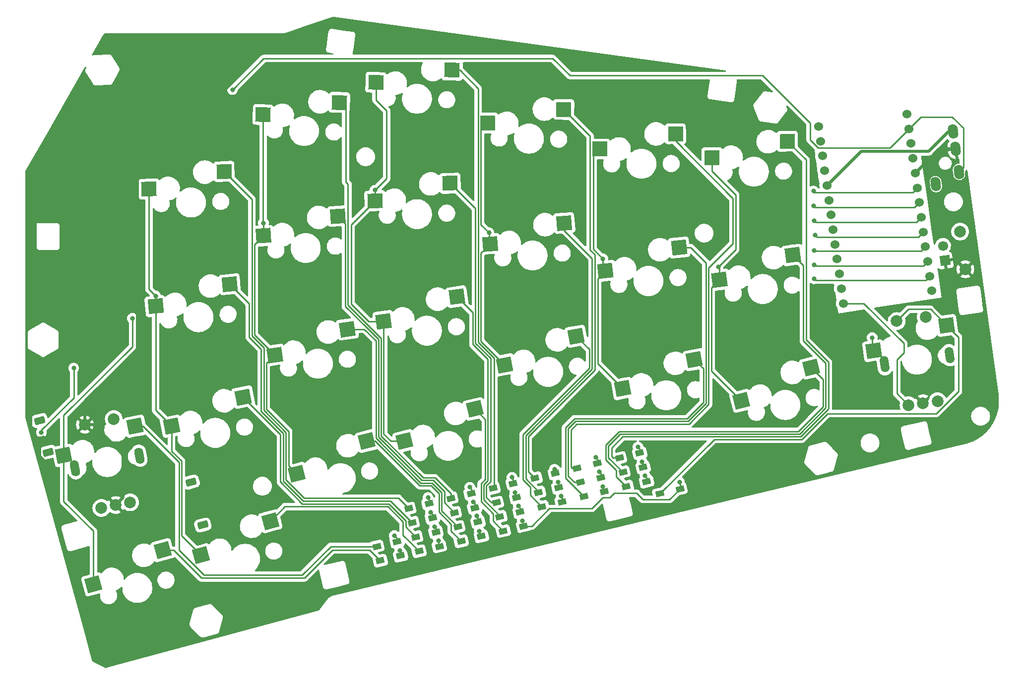
<source format=gbr>
%TF.GenerationSoftware,KiCad,Pcbnew,(6.0.5)*%
%TF.CreationDate,2022-07-12T17:30:17+09:00*%
%TF.ProjectId,ergotonic_f24-pcb-right,6572676f-746f-46e6-9963-5f6632342d70,rev?*%
%TF.SameCoordinates,Original*%
%TF.FileFunction,Copper,L2,Bot*%
%TF.FilePolarity,Positive*%
%FSLAX46Y46*%
G04 Gerber Fmt 4.6, Leading zero omitted, Abs format (unit mm)*
G04 Created by KiCad (PCBNEW (6.0.5)) date 2022-07-12 17:30:17*
%MOMM*%
%LPD*%
G01*
G04 APERTURE LIST*
G04 Aperture macros list*
%AMRoundRect*
0 Rectangle with rounded corners*
0 $1 Rounding radius*
0 $2 $3 $4 $5 $6 $7 $8 $9 X,Y pos of 4 corners*
0 Add a 4 corners polygon primitive as box body*
4,1,4,$2,$3,$4,$5,$6,$7,$8,$9,$2,$3,0*
0 Add four circle primitives for the rounded corners*
1,1,$1+$1,$2,$3*
1,1,$1+$1,$4,$5*
1,1,$1+$1,$6,$7*
1,1,$1+$1,$8,$9*
0 Add four rect primitives between the rounded corners*
20,1,$1+$1,$2,$3,$4,$5,0*
20,1,$1+$1,$4,$5,$6,$7,0*
20,1,$1+$1,$6,$7,$8,$9,0*
20,1,$1+$1,$8,$9,$2,$3,0*%
%AMHorizOval*
0 Thick line with rounded ends*
0 $1 width*
0 $2 $3 position (X,Y) of the first rounded end (center of the circle)*
0 $4 $5 position (X,Y) of the second rounded end (center of the circle)*
0 Add line between two ends*
20,1,$1,$2,$3,$4,$5,0*
0 Add two circle primitives to create the rounded ends*
1,1,$1,$2,$3*
1,1,$1,$4,$5*%
%AMRotRect*
0 Rectangle, with rotation*
0 The origin of the aperture is its center*
0 $1 length*
0 $2 width*
0 $3 Rotation angle, in degrees counterclockwise*
0 Add horizontal line*
21,1,$1,$2,0,0,$3*%
G04 Aperture macros list end*
%TA.AperFunction,SMDPad,CuDef*%
%ADD10RotRect,2.550000X2.500000X195.110000*%
%TD*%
%TA.AperFunction,ComponentPad*%
%ADD11C,1.524000*%
%TD*%
%TA.AperFunction,SMDPad,CuDef*%
%ADD12RotRect,2.550000X2.500000X188.510000*%
%TD*%
%TA.AperFunction,SMDPad,CuDef*%
%ADD13RotRect,2.550000X2.500000X182.020000*%
%TD*%
%TA.AperFunction,SMDPad,CuDef*%
%ADD14RotRect,2.550000X2.500000X194.390000*%
%TD*%
%TA.AperFunction,SMDPad,CuDef*%
%ADD15RotRect,2.550000X2.500000X193.470000*%
%TD*%
%TA.AperFunction,SMDPad,CuDef*%
%ADD16RotRect,2.550000X2.500000X187.620000*%
%TD*%
%TA.AperFunction,SMDPad,CuDef*%
%ADD17RotRect,2.550000X2.500000X190.850000*%
%TD*%
%TA.AperFunction,ComponentPad*%
%ADD18C,2.000000*%
%TD*%
%TA.AperFunction,ComponentPad*%
%ADD19HorizOval,1.500000X-0.125473X0.637775X0.125473X-0.637775X0*%
%TD*%
%TA.AperFunction,SMDPad,CuDef*%
%ADD20RotRect,2.550000X2.500000X195.120000*%
%TD*%
%TA.AperFunction,SMDPad,CuDef*%
%ADD21RotRect,2.550000X2.500000X181.120000*%
%TD*%
%TA.AperFunction,SMDPad,CuDef*%
%ADD22RotRect,2.550000X2.500000X184.580000*%
%TD*%
%TA.AperFunction,ComponentPad*%
%ADD23HorizOval,1.700000X-0.055669X0.396107X0.055669X-0.396107X0*%
%TD*%
%TA.AperFunction,SMDPad,CuDef*%
%ADD24RotRect,2.550000X2.500000X180.290000*%
%TD*%
%TA.AperFunction,SMDPad,CuDef*%
%ADD25RotRect,2.550000X2.500000X194.000000*%
%TD*%
%TA.AperFunction,SMDPad,CuDef*%
%ADD26RotRect,2.550000X2.500000X185.430000*%
%TD*%
%TA.AperFunction,SMDPad,CuDef*%
%ADD27RotRect,2.550000X2.500000X183.620000*%
%TD*%
%TA.AperFunction,SMDPad,CuDef*%
%ADD28RotRect,2.550000X2.500000X190.660000*%
%TD*%
%TA.AperFunction,SMDPad,CuDef*%
%ADD29RotRect,2.550000X2.500000X191.080000*%
%TD*%
%TA.AperFunction,ComponentPad*%
%ADD30RoundRect,0.249600X0.719283X-0.168618X0.536485X0.507921X-0.719283X0.168618X-0.536485X-0.507921X0*%
%TD*%
%TA.AperFunction,SMDPad,CuDef*%
%ADD31RotRect,2.550000X2.500000X177.950000*%
%TD*%
%TA.AperFunction,ComponentPad*%
%ADD32RotRect,1.700000X1.700000X188.000000*%
%TD*%
%TA.AperFunction,ComponentPad*%
%ADD33HorizOval,1.700000X0.000000X0.000000X0.000000X0.000000X0*%
%TD*%
%TA.AperFunction,SMDPad,CuDef*%
%ADD34RotRect,2.550000X2.500000X186.550000*%
%TD*%
%TA.AperFunction,SMDPad,CuDef*%
%ADD35RotRect,2.550000X2.500000X188.000000*%
%TD*%
%TA.AperFunction,SMDPad,CuDef*%
%ADD36RotRect,2.550000X2.500000X178.020000*%
%TD*%
%TA.AperFunction,SMDPad,CuDef*%
%ADD37RotRect,2.550000X2.500000X187.570000*%
%TD*%
%TA.AperFunction,ComponentPad*%
%ADD38HorizOval,1.500000X-0.090463X0.643674X0.090463X-0.643674X0*%
%TD*%
%TA.AperFunction,SMDPad,CuDef*%
%ADD39RotRect,2.550000X2.500000X191.130000*%
%TD*%
%TA.AperFunction,SMDPad,CuDef*%
%ADD40RotRect,2.550000X2.500000X178.940000*%
%TD*%
%TA.AperFunction,SMDPad,CuDef*%
%ADD41RotRect,1.400000X1.000000X193.500000*%
%TD*%
%TA.AperFunction,ViaPad*%
%ADD42C,0.800000*%
%TD*%
%TA.AperFunction,Conductor*%
%ADD43C,0.500000*%
%TD*%
%TA.AperFunction,Conductor*%
%ADD44C,0.250000*%
%TD*%
G04 APERTURE END LIST*
D10*
%TO.P,SW26,1,1*%
%TO.N,C8*%
X14148839Y-98760683D03*
%TO.P,SW26,2,2*%
%TO.N,Net-(D26-Pad2)*%
X25966807Y-92938778D03*
%TD*%
D11*
%TO.P,U2,1,TX0/D3*%
%TO.N,DATA2*%
X153334029Y-21006070D03*
%TO.P,U2,2,RX1/D2*%
%TO.N,LED2*%
X153687529Y-23521351D03*
%TO.P,U2,3,GND*%
%TO.N,GND2*%
X154041028Y-26036632D03*
%TO.P,U2,4,GND*%
X154394528Y-28551913D03*
%TO.P,U2,5,2/D1/SDA*%
%TO.N,C8*%
X154748028Y-31067194D03*
%TO.P,U2,6,3/D0/SCL*%
%TO.N,C9*%
X155101527Y-33582474D03*
%TO.P,U2,7,4/D4*%
%TO.N,C10*%
X155455027Y-36097755D03*
%TO.P,U2,8,5/C6*%
%TO.N,C11*%
X155808527Y-38613036D03*
%TO.P,U2,9,6/D7*%
%TO.N,C12*%
X156162026Y-41128317D03*
%TO.P,U2,10,7/E6*%
%TO.N,C13*%
X156515526Y-43643598D03*
%TO.P,U2,11,8/B4*%
%TO.N,C14*%
X156869026Y-46158879D03*
%TO.P,U2,12,9/B5*%
%TO.N,RE4B*%
X157222525Y-48674160D03*
%TO.P,U2,13,B6/10*%
%TO.N,RE4A*%
X142150645Y-50792374D03*
%TO.P,U2,14,B2/16*%
%TO.N,R8*%
X141797146Y-48277094D03*
%TO.P,U2,15,B3/14*%
%TO.N,R7*%
X141443646Y-45761813D03*
%TO.P,U2,16,B1/15*%
%TO.N,R6*%
X141090146Y-43246532D03*
%TO.P,U2,17,F7/A0*%
%TO.N,R5*%
X140736647Y-40731251D03*
%TO.P,U2,18,F6/A1*%
%TO.N,ENC2_PUSH*%
X140383147Y-38215970D03*
%TO.P,U2,19,F5/A2*%
%TO.N,ENC2_B*%
X140029647Y-35700689D03*
%TO.P,U2,20,F4/A3*%
%TO.N,ENC2_A*%
X139676148Y-33185408D03*
%TO.P,U2,21,VCC*%
%TO.N,VCC2*%
X139322648Y-30670127D03*
%TO.P,U2,22,RST*%
%TO.N,RESET2*%
X138969148Y-28154846D03*
%TO.P,U2,23,GND*%
%TO.N,GND2*%
X138615649Y-25639566D03*
%TO.P,U2,24,RAW*%
%TO.N,unconnected-(U2-Pad24)*%
X138262149Y-23124285D03*
%TO.P,U2,25,BAT-*%
%TO.N,GND2*%
X137908649Y-20609004D03*
%TO.P,U2,26,BAT+*%
%TO.N,BAT2*%
X152980529Y-18490789D03*
%TD*%
D12*
%TO.P,SW33,1,1*%
%TO.N,C10*%
X45099131Y-59619418D03*
%TO.P,SW33,2,2*%
%TO.N,Net-(D33-Pad2)*%
X57507931Y-55194420D03*
%TD*%
D13*
%TO.P,SW36,1,1*%
%TO.N,C11*%
X62217872Y-33285313D03*
%TO.P,SW36,2,2*%
%TO.N,Net-(D36-Pad2)*%
X75047308Y-30291236D03*
%TD*%
D14*
%TO.P,SW47,1,1*%
%TO.N,C14*%
X124741038Y-67438459D03*
%TO.P,SW47,2,2*%
%TO.N,Net-(D47-Pad2)*%
X136631230Y-61765518D03*
%TD*%
D15*
%TO.P,SW38,1,1*%
%TO.N,C11*%
X67241236Y-74300223D03*
%TO.P,SW38,2,2*%
%TO.N,Net-(D38-Pad2)*%
X79220982Y-68818927D03*
%TD*%
D16*
%TO.P,SW37,1,1*%
%TO.N,C11*%
X63705755Y-53881918D03*
%TO.P,SW37,2,2*%
%TO.N,Net-(D37-Pad2)*%
X76181791Y-49650197D03*
%TD*%
D17*
%TO.P,SW44,1,1*%
%TO.N,C13*%
X104491530Y-65332075D03*
%TO.P,SW44,2,2*%
%TO.N,Net-(D44-Pad2)*%
X116709313Y-60404123D03*
%TD*%
D18*
%TO.P,RE3,A,A*%
%TO.N,ENC2_A*%
X15517789Y-85716527D03*
%TO.P,RE3,B,B*%
%TO.N,ENC2_B*%
X20423747Y-84751349D03*
%TO.P,RE3,C,C*%
%TO.N,GND2*%
X17970768Y-85233938D03*
D19*
%TO.P,RE3,MP*%
%TO.N,N/C*%
X22017674Y-76794000D03*
X11028326Y-78956000D03*
D18*
%TO.P,RE3,S1,S1*%
%TO.N,ENC2_PUSH*%
X17624729Y-70524069D03*
%TO.P,RE3,S2,S2*%
%TO.N,GND2*%
X12718770Y-71489247D03*
%TD*%
D20*
%TO.P,SW30,1,1*%
%TO.N,C9*%
X32538734Y-93794993D03*
%TO.P,SW30,2,2*%
%TO.N,Net-(D30-Pad2)*%
X44355685Y-87971025D03*
%TD*%
D18*
%TO.P,SW_RESET2,1,1*%
%TO.N,RESET2*%
X162064687Y-38540629D03*
%TO.P,SW_RESET2,2,2*%
%TO.N,GND2*%
X162969313Y-44977371D03*
%TD*%
D21*
%TO.P,SW45,1,1*%
%TO.N,C14*%
X119730706Y-25919972D03*
%TO.P,SW45,2,2*%
%TO.N,Net-(D45-Pad2)*%
X132605588Y-23127780D03*
%TD*%
D22*
%TO.P,SW40,1,1*%
%TO.N,C12*%
X81833802Y-40658855D03*
%TO.P,SW40,2,2*%
%TO.N,Net-(D40-Pad2)*%
X94516702Y-37094732D03*
%TD*%
D23*
%TO.P,TRRS2,A*%
%TO.N,unconnected-(TRRS2-PadA)*%
X157925680Y-30441427D03*
%TO.P,TRRS2,B*%
%TO.N,VCC2*%
X160901834Y-21439621D03*
%TO.P,TRRS2,C*%
%TO.N,GND2*%
X161319353Y-24410425D03*
%TO.P,TRRS2,D*%
%TO.N,DATA2*%
X161876046Y-28371498D03*
%TD*%
D24*
%TO.P,SW42,1,1*%
%TO.N,C13*%
X100582235Y-24454893D03*
%TO.P,SW42,2,2*%
%TO.N,Net-(D42-Pad2)*%
X113496213Y-21849496D03*
%TD*%
D25*
%TO.P,SW34,1,1*%
%TO.N,C10*%
X48883973Y-79889465D03*
%TO.P,SW34,2,2*%
%TO.N,Net-(D34-Pad2)*%
X60812504Y-74297590D03*
%TD*%
D26*
%TO.P,SW28,1,1*%
%TO.N,C9*%
X24794434Y-51286849D03*
%TO.P,SW28,2,2*%
%TO.N,Net-(D28-Pad2)*%
X37423066Y-47534970D03*
%TD*%
D27*
%TO.P,SW32,1,1*%
%TO.N,C10*%
X43155764Y-39263407D03*
%TO.P,SW32,2,2*%
%TO.N,Net-(D32-Pad2)*%
X55896598Y-35912278D03*
%TD*%
D28*
%TO.P,SW41,1,1*%
%TO.N,C12*%
X84326421Y-61295422D03*
%TO.P,SW41,2,2*%
%TO.N,Net-(D41-Pad2)*%
X96560478Y-56408013D03*
%TD*%
D29*
%TO.P,SW29,1,1*%
%TO.N,C9*%
X27514930Y-71772937D03*
%TO.P,SW29,2,2*%
%TO.N,Net-(D29-Pad2)*%
X39712833Y-66795980D03*
%TD*%
D30*
%TO.P,J4,MP*%
%TO.N,N/C*%
X32832740Y-88633460D03*
X30850344Y-81296560D03*
%TD*%
%TO.P,J2,MP*%
%TO.N,N/C*%
X6442898Y-76199078D03*
X4982186Y-70792941D03*
%TD*%
D31*
%TO.P,SW31,1,1*%
%TO.N,C10*%
X43127394Y-18584184D03*
%TO.P,SW31,2,2*%
%TO.N,Net-(D31-Pad2)*%
X56136981Y-16508229D03*
%TD*%
D32*
%TO.P,BAT2,1,Pin_1*%
%TO.N,GND2*%
X159500000Y-43500000D03*
D33*
%TO.P,BAT2,2,Pin_2*%
%TO.N,BAT2*%
X159146500Y-40984719D03*
%TD*%
D34*
%TO.P,SW43,1,1*%
%TO.N,C13*%
X101552508Y-45263767D03*
%TO.P,SW43,2,2*%
%TO.N,Net-(D43-Pad2)*%
X114105391Y-41265760D03*
%TD*%
D35*
%TO.P,SW48,1,1*%
%TO.N,C14*%
X147329451Y-58880761D03*
%TO.P,SW48,2,2*%
%TO.N,D48*%
X159777147Y-54566389D03*
%TD*%
D36*
%TO.P,SW35,1,1*%
%TO.N,C11*%
X62387989Y-13086725D03*
%TO.P,SW35,2,2*%
%TO.N,Net-(D35-Pad2)*%
X75395029Y-10994878D03*
%TD*%
D37*
%TO.P,SW46,1,1*%
%TO.N,C14*%
X121029135Y-46769496D03*
%TO.P,SW46,2,2*%
%TO.N,Net-(D46-Pad2)*%
X133508859Y-42548664D03*
%TD*%
D18*
%TO.P,RE4,A,A*%
%TO.N,RE4A*%
X153267128Y-68184943D03*
%TO.P,RE4,B,B*%
%TO.N,RE4B*%
X158218468Y-67489078D03*
%TO.P,RE4,C,C*%
%TO.N,GND2*%
X155742798Y-67837011D03*
D38*
%TO.P,RE4,MP*%
%TO.N,N/C*%
X160244501Y-59630631D03*
X149153499Y-61189369D03*
D18*
%TO.P,RE4,S1,S1*%
%TO.N,C14*%
X156200458Y-53130191D03*
%TO.P,RE4,S2,S2*%
%TO.N,D48*%
X151249118Y-53826056D03*
%TD*%
D13*
%TO.P,SW27,1,1*%
%TO.N,C9*%
X23643872Y-31288313D03*
%TO.P,SW27,2,2*%
%TO.N,Net-(D27-Pad2)*%
X36473308Y-28294236D03*
%TD*%
D39*
%TO.P,SW25,1,1*%
%TO.N,C8*%
X9080946Y-76750431D03*
%TO.P,SW25,2,2*%
%TO.N,Net-(D25-Pad2)*%
X21274500Y-71762831D03*
%TD*%
D40*
%TO.P,SW39,1,1*%
%TO.N,C12*%
X81446201Y-20000366D03*
%TO.P,SW39,2,2*%
%TO.N,Net-(D39-Pad2)*%
X94417977Y-17699943D03*
%TD*%
D41*
%TO.P,D28,1,K*%
%TO.N,R6*%
X72027957Y-87419634D03*
%TO.P,D28,2,A*%
%TO.N,Net-(D28-Pad2)*%
X68576043Y-88248366D03*
%TD*%
%TO.P,D34,1,K*%
%TO.N,R8*%
X80373957Y-90558634D03*
%TO.P,D34,2,A*%
%TO.N,Net-(D34-Pad2)*%
X76922043Y-91387366D03*
%TD*%
%TO.P,D42,1,K*%
%TO.N,R5*%
X100157957Y-78095634D03*
%TO.P,D42,2,A*%
%TO.N,Net-(D42-Pad2)*%
X96706043Y-78924366D03*
%TD*%
%TO.P,D47,1,K*%
%TO.N,R7*%
X108560957Y-81219634D03*
%TO.P,D47,2,A*%
%TO.N,Net-(D47-Pad2)*%
X105109043Y-82048366D03*
%TD*%
%TO.P,D33,1,K*%
%TO.N,R7*%
X79789957Y-88127634D03*
%TO.P,D33,2,A*%
%TO.N,Net-(D33-Pad2)*%
X76338043Y-88956366D03*
%TD*%
%TO.P,D27,1,K*%
%TO.N,R5*%
X71444957Y-84988634D03*
%TO.P,D27,2,A*%
%TO.N,Net-(D27-Pad2)*%
X67993043Y-85817366D03*
%TD*%
%TO.P,D26,1,K*%
%TO.N,R8*%
X66563956Y-93885634D03*
%TO.P,D26,2,A*%
%TO.N,Net-(D26-Pad2)*%
X63112042Y-94714366D03*
%TD*%
%TO.P,D39,1,K*%
%TO.N,R5*%
X92978957Y-79818634D03*
%TO.P,D39,2,A*%
%TO.N,Net-(D39-Pad2)*%
X89527043Y-80647366D03*
%TD*%
%TO.P,D43,1,K*%
%TO.N,R6*%
X100740957Y-80526634D03*
%TO.P,D43,2,A*%
%TO.N,Net-(D43-Pad2)*%
X97289043Y-81355366D03*
%TD*%
%TO.P,D32,1,K*%
%TO.N,R6*%
X79206957Y-85696634D03*
%TO.P,D32,2,A*%
%TO.N,Net-(D32-Pad2)*%
X75755043Y-86525366D03*
%TD*%
%TO.P,D37,1,K*%
%TO.N,R7*%
X86967957Y-86403634D03*
%TO.P,D37,2,A*%
%TO.N,Net-(D37-Pad2)*%
X83516043Y-87232366D03*
%TD*%
%TO.P,D36,1,K*%
%TO.N,R6*%
X86384957Y-83972634D03*
%TO.P,D36,2,A*%
%TO.N,Net-(D36-Pad2)*%
X82933043Y-84801366D03*
%TD*%
%TO.P,D45,1,K*%
%TO.N,R5*%
X107393957Y-76357634D03*
%TO.P,D45,2,A*%
%TO.N,Net-(D45-Pad2)*%
X103942043Y-77186366D03*
%TD*%
%TO.P,D44,1,K*%
%TO.N,R7*%
X101324957Y-82957634D03*
%TO.P,D44,2,A*%
%TO.N,Net-(D44-Pad2)*%
X97873043Y-83786366D03*
%TD*%
%TO.P,D40,1,K*%
%TO.N,R6*%
X93562957Y-82249634D03*
%TO.P,D40,2,A*%
%TO.N,Net-(D40-Pad2)*%
X90111043Y-83078366D03*
%TD*%
%TO.P,D35,1,K*%
%TO.N,R5*%
X85800957Y-81541634D03*
%TO.P,D35,2,A*%
%TO.N,Net-(D35-Pad2)*%
X82349043Y-82370366D03*
%TD*%
%TO.P,D48,1,K*%
%TO.N,R8*%
X114261957Y-82470634D03*
%TO.P,D48,2,A*%
%TO.N,D48*%
X110810043Y-83299366D03*
%TD*%
%TO.P,D31,1,K*%
%TO.N,R5*%
X78622957Y-83265634D03*
%TO.P,D31,2,A*%
%TO.N,Net-(D31-Pad2)*%
X75171043Y-84094366D03*
%TD*%
%TO.P,D38,1,K*%
%TO.N,R8*%
X87551957Y-88834634D03*
%TO.P,D38,2,A*%
%TO.N,Net-(D38-Pad2)*%
X84100043Y-89663366D03*
%TD*%
%TO.P,D25,1,K*%
%TO.N,R7*%
X65979957Y-91454634D03*
%TO.P,D25,2,A*%
%TO.N,Net-(D25-Pad2)*%
X62528043Y-92283366D03*
%TD*%
%TO.P,D46,1,K*%
%TO.N,R6*%
X107976957Y-78788634D03*
%TO.P,D46,2,A*%
%TO.N,Net-(D46-Pad2)*%
X104525043Y-79617366D03*
%TD*%
%TO.P,D41,1,K*%
%TO.N,R7*%
X94146957Y-84680634D03*
%TO.P,D41,2,A*%
%TO.N,Net-(D41-Pad2)*%
X90695043Y-85509366D03*
%TD*%
%TO.P,D30,1,K*%
%TO.N,R8*%
X73195957Y-92281634D03*
%TO.P,D30,2,A*%
%TO.N,Net-(D30-Pad2)*%
X69744043Y-93110366D03*
%TD*%
%TO.P,D29,1,K*%
%TO.N,R7*%
X72611957Y-89850634D03*
%TO.P,D29,2,A*%
%TO.N,Net-(D29-Pad2)*%
X69160043Y-90679366D03*
%TD*%
D42*
%TO.N,R7*%
X101092000Y-82042000D03*
X86700000Y-85400000D03*
X108300000Y-80200000D03*
X79600000Y-87100000D03*
X65532000Y-90424000D03*
X94000000Y-83700000D03*
X72400000Y-88900000D03*
%TO.N,R8*%
X87376000Y-87884000D03*
X80010000Y-89662000D03*
X66421000Y-92964000D03*
X73025000Y-91313000D03*
X114173000Y-81280000D03*
%TO.N,R5*%
X78400000Y-82200000D03*
X71247000Y-83947000D03*
X99900000Y-77100000D03*
X107100000Y-75300000D03*
X92837000Y-79121000D03*
X85600000Y-80500000D03*
%TO.N,R6*%
X100500000Y-79500000D03*
X71700000Y-86487000D03*
X107800000Y-77800000D03*
X86106000Y-83058000D03*
X79000000Y-84700000D03*
X93472000Y-81280000D03*
%TO.N,GND2*%
X5592299Y-73782701D03*
X142494000Y-62865000D03*
X4445000Y-36449000D03*
X112141000Y-79121000D03*
X71164273Y-79074444D03*
X51054000Y-88900000D03*
X8890000Y-86360000D03*
X16200000Y-29800000D03*
X90678000Y-76581000D03*
X20701000Y-89408000D03*
X51816000Y-6477000D03*
%TO.N,DATA2*%
X37900000Y-14300000D03*
X10795000Y-61849000D03*
X5280855Y-72832960D03*
%TO.N,C8*%
X20828000Y-53340000D03*
X137033000Y-31623000D03*
%TO.N,C9*%
X24765000Y-49530000D03*
X137033000Y-34163000D03*
%TO.N,C10*%
X43180000Y-37084000D03*
X137160000Y-36703000D03*
%TO.N,C11*%
X137287000Y-39116000D03*
X62230000Y-31468521D03*
%TO.N,C12*%
X81661000Y-38735000D03*
X137160000Y-41783000D03*
%TO.N,C13*%
X101092000Y-43180000D03*
X137160000Y-44196000D03*
%TO.N,C14*%
X120777000Y-44577000D03*
X137160000Y-46609000D03*
X147066000Y-56642000D03*
%TD*%
D43*
%TO.N,GND2*%
X18974236Y-84230470D02*
X17970768Y-85233938D01*
X18974236Y-84150941D02*
X18974236Y-84230470D01*
X19200000Y-76556264D02*
X19200000Y-83925177D01*
X14132983Y-71489247D02*
X19200000Y-76556264D01*
X19200000Y-83925177D02*
X18974236Y-84150941D01*
X12718770Y-71489247D02*
X14132983Y-71489247D01*
X4567701Y-73782701D02*
X5592299Y-73782701D01*
X3512449Y-69512551D02*
X3512449Y-72727449D01*
X9093361Y-63931639D02*
X3512449Y-69512551D01*
X9093361Y-46393361D02*
X9093361Y-63931639D01*
X4191000Y-41491000D02*
X9093361Y-46393361D01*
X3512449Y-72727449D02*
X4567701Y-73782701D01*
X4445000Y-36449000D02*
X4191000Y-36703000D01*
X4191000Y-36703000D02*
X4191000Y-41491000D01*
D44*
%TO.N,C8*%
X20828000Y-58166704D02*
X20828000Y-53340000D01*
X14148839Y-89648839D02*
X9080946Y-84580946D01*
X14148839Y-98760683D02*
X14148839Y-89648839D01*
X9080946Y-84580946D02*
X9080946Y-69913758D01*
X9080946Y-69913758D02*
X20828000Y-58166704D01*
%TO.N,R8*%
X88948870Y-88834634D02*
X87551957Y-88834634D01*
X91983504Y-85800000D02*
X88948870Y-88834634D01*
X99200000Y-85800000D02*
X91983504Y-85800000D01*
X101068249Y-83931751D02*
X99200000Y-85800000D01*
X102268249Y-83931751D02*
X101068249Y-83931751D01*
X106853034Y-83200000D02*
X103000000Y-83200000D01*
X107926517Y-84273483D02*
X106853034Y-83200000D01*
X103000000Y-83200000D02*
X102268249Y-83931751D01*
X112459108Y-84273483D02*
X107926517Y-84273483D01*
X114261957Y-82470634D02*
X112459108Y-84273483D01*
%TO.N,DATA2*%
X43193729Y-9006271D02*
X37900000Y-14300000D01*
X95466000Y-11900000D02*
X92572271Y-9006271D01*
X92572271Y-9006271D02*
X43193729Y-9006271D01*
X136479500Y-20020500D02*
X128359000Y-11900000D01*
X136479500Y-22878196D02*
X136479500Y-20020500D01*
X128359000Y-11900000D02*
X95466000Y-11900000D01*
X137812100Y-24210796D02*
X136479500Y-22878196D01*
X153334029Y-21006070D02*
X150129303Y-24210796D01*
X150129303Y-24210796D02*
X137812100Y-24210796D01*
%TO.N,R7*%
X79789957Y-88127634D02*
X79789957Y-87289957D01*
X101092000Y-82042000D02*
X101092000Y-82724677D01*
X108560957Y-81219634D02*
X108560957Y-80460957D01*
X72611957Y-89111957D02*
X72400000Y-88900000D01*
X72611957Y-89850634D02*
X72611957Y-89111957D01*
X79789957Y-87289957D02*
X79600000Y-87100000D01*
X65979957Y-91454634D02*
X65979957Y-90871957D01*
X86967957Y-85667957D02*
X86700000Y-85400000D01*
X94146957Y-84680634D02*
X94146957Y-83846957D01*
X101092000Y-82724677D02*
X101324957Y-82957634D01*
X65979957Y-90871957D02*
X65532000Y-90424000D01*
X86967957Y-86403634D02*
X86967957Y-85667957D01*
X108560957Y-80460957D02*
X108300000Y-80200000D01*
X94146957Y-83846957D02*
X94000000Y-83700000D01*
%TO.N,Net-(D25-Pad2)*%
X54655634Y-92283366D02*
X49784000Y-97155000D01*
X32995690Y-97155000D02*
X28750489Y-92909799D01*
X28750489Y-92909799D02*
X28750489Y-77939380D01*
X22573940Y-71762831D02*
X21274500Y-71762831D01*
X28750489Y-77939380D02*
X22573940Y-71762831D01*
X49784000Y-97155000D02*
X32995690Y-97155000D01*
X62528043Y-92283366D02*
X54655634Y-92283366D01*
%TO.N,R8*%
X73025000Y-92110677D02*
X73195957Y-92281634D01*
X114261957Y-82470634D02*
X114261957Y-81368957D01*
X80010000Y-89662000D02*
X80010000Y-90194677D01*
X66563956Y-93885634D02*
X66563956Y-93106956D01*
X66563956Y-93106956D02*
X66421000Y-92964000D01*
X114261957Y-81368957D02*
X114173000Y-81280000D01*
X87376000Y-87884000D02*
X87376000Y-88658677D01*
X87376000Y-88658677D02*
X87551957Y-88834634D01*
X73025000Y-91313000D02*
X73025000Y-92110677D01*
X80010000Y-90194677D02*
X80373957Y-90558634D01*
%TO.N,Net-(D26-Pad2)*%
X25966807Y-92938778D02*
X27838778Y-92938778D01*
X54928000Y-92900000D02*
X61297676Y-92900000D01*
X61297676Y-92900000D02*
X63112042Y-94714366D01*
X32563000Y-97663000D02*
X50165000Y-97663000D01*
X50165000Y-97663000D02*
X54928000Y-92900000D01*
X27838778Y-92938778D02*
X32563000Y-97663000D01*
%TO.N,R5*%
X92837000Y-79676677D02*
X92978957Y-79818634D01*
X78622957Y-82422957D02*
X78400000Y-82200000D01*
X71444957Y-84144957D02*
X71247000Y-83947000D01*
X100157957Y-77357957D02*
X99900000Y-77100000D01*
X85800957Y-81541634D02*
X85800957Y-80700957D01*
X100157957Y-78095634D02*
X100157957Y-77357957D01*
X71444957Y-84988634D02*
X71444957Y-84144957D01*
X92837000Y-79121000D02*
X92837000Y-79676677D01*
X85800957Y-80700957D02*
X85600000Y-80500000D01*
X107393957Y-76357634D02*
X107393957Y-75593957D01*
X107393957Y-75593957D02*
X107100000Y-75300000D01*
X78622957Y-83265634D02*
X78622957Y-82422957D01*
%TO.N,Net-(D27-Pad2)*%
X41206490Y-33027418D02*
X41206490Y-56362481D01*
X66239655Y-84063978D02*
X67993043Y-85817366D01*
X50143501Y-84063978D02*
X66239655Y-84063978D01*
X41206490Y-56362481D02*
X43238490Y-58394481D01*
X43238490Y-58394481D02*
X43238490Y-69050229D01*
X43238490Y-69050229D02*
X47000000Y-72811739D01*
X36473308Y-28294236D02*
X41206490Y-33027418D01*
X47000000Y-80920477D02*
X50143501Y-84063978D01*
X47000000Y-72811739D02*
X47000000Y-80920477D01*
%TO.N,R6*%
X100740957Y-79740957D02*
X100500000Y-79500000D01*
X86106000Y-83058000D02*
X86106000Y-83693677D01*
X107976957Y-78788634D02*
X107976957Y-77976957D01*
X93472000Y-82158677D02*
X93562957Y-82249634D01*
X86106000Y-83693677D02*
X86384957Y-83972634D01*
X100740957Y-80526634D02*
X100740957Y-79740957D01*
X79206957Y-84906957D02*
X79000000Y-84700000D01*
X72027957Y-86814957D02*
X71700000Y-86487000D01*
X79206957Y-85696634D02*
X79206957Y-84906957D01*
X93472000Y-81280000D02*
X93472000Y-82158677D01*
X107976957Y-77976957D02*
X107800000Y-77800000D01*
X72027957Y-87419634D02*
X72027957Y-86814957D01*
%TO.N,Net-(D28-Pad2)*%
X40756979Y-56548674D02*
X40756979Y-50868883D01*
X46550489Y-81106670D02*
X46550489Y-72997932D01*
X49957317Y-84513498D02*
X46550489Y-81106670D01*
X40756979Y-50868883D02*
X37423066Y-47534970D01*
X64841175Y-84513498D02*
X49957317Y-84513498D01*
X46550489Y-72997932D02*
X42788979Y-69236422D01*
X42788979Y-69236422D02*
X42788979Y-58580674D01*
X68576043Y-88248366D02*
X64841175Y-84513498D01*
X42788979Y-58580674D02*
X40756979Y-56548674D01*
%TO.N,Net-(D29-Pad2)*%
X39712833Y-66795980D02*
X46100978Y-73184125D01*
X67454141Y-88973464D02*
X69160043Y-90679366D01*
X67454141Y-87900437D02*
X67454141Y-88973464D01*
X49821490Y-85021490D02*
X64575194Y-85021490D01*
X46120903Y-81320903D02*
X49821490Y-85021490D01*
X46120903Y-81312788D02*
X46120903Y-81320903D01*
X64575194Y-85021490D02*
X67454141Y-87900437D01*
X46100978Y-73184125D02*
X46100979Y-81292864D01*
X46100979Y-81292864D02*
X46120903Y-81312788D01*
%TO.N,Net-(D30-Pad2)*%
X67004630Y-90370953D02*
X67004630Y-88086630D01*
X67004630Y-88086630D02*
X64389001Y-85471001D01*
X69744043Y-93110366D02*
X67004630Y-90370953D01*
X64389001Y-85471001D02*
X46855710Y-85471000D01*
X46855710Y-85471000D02*
X44355685Y-87971025D01*
%TO.N,Net-(D31-Pad2)*%
X70408579Y-80566467D02*
X72440579Y-80566467D01*
X63256244Y-73414132D02*
X70408579Y-80566467D01*
X57200000Y-17571248D02*
X57200000Y-30050000D01*
X56136981Y-16508229D02*
X57200000Y-17571248D01*
X72440579Y-80566467D02*
X75171043Y-83296931D01*
X63256244Y-56777836D02*
X63256244Y-73414132D01*
X57200000Y-30050000D02*
X57600009Y-30450009D01*
X57600009Y-30450009D02*
X57600009Y-51122305D01*
X60773541Y-54295133D02*
X63256244Y-56777836D01*
X75171043Y-83296931D02*
X75171043Y-84094366D01*
X60772837Y-54295133D02*
X60773541Y-54295133D01*
X57600009Y-51122305D02*
X60772837Y-54295133D01*
%TO.N,Net-(D32-Pad2)*%
X75755043Y-86525366D02*
X74049141Y-84819464D01*
X57150489Y-37166169D02*
X55896598Y-35912278D01*
X62806733Y-73600325D02*
X62806733Y-56964029D01*
X72172721Y-81015979D02*
X70222385Y-81015977D01*
X60586909Y-54744909D02*
X57150489Y-51308489D01*
X70222385Y-81015977D02*
X62806733Y-73600325D01*
X74049141Y-82892399D02*
X72172721Y-81015979D01*
X57150489Y-51308489D02*
X57150489Y-37166169D01*
X74049141Y-84819464D02*
X74049141Y-82892399D01*
X60587613Y-54744909D02*
X60586909Y-54744909D01*
X62806733Y-56964029D02*
X60587613Y-54744909D01*
%TO.N,Net-(D33-Pad2)*%
X62357223Y-57150223D02*
X62357223Y-73786519D01*
X62357223Y-73786519D02*
X70036193Y-81465489D01*
X70036193Y-81465489D02*
X71986528Y-81465490D01*
X71986528Y-81465490D02*
X73599630Y-83078592D01*
X57507931Y-55194420D02*
X60401420Y-55194420D01*
X73599630Y-86217953D02*
X76338043Y-88956366D01*
X73599630Y-83078592D02*
X73599630Y-86217953D01*
X60401420Y-55194420D02*
X62357223Y-57150223D01*
%TO.N,Net-(D34-Pad2)*%
X73150120Y-86432781D02*
X73150120Y-83264786D01*
X75216141Y-88498802D02*
X73150120Y-86432781D01*
X69815000Y-81915000D02*
X62197590Y-74297590D01*
X73150120Y-83264786D02*
X71800334Y-81915000D01*
X62197590Y-74297590D02*
X60812504Y-74297590D01*
X75216141Y-89681464D02*
X75216141Y-88498802D01*
X71800334Y-81915000D02*
X69815000Y-81915000D01*
X76922043Y-91387366D02*
X75216141Y-89681464D01*
%TO.N,Net-(D35-Pad2)*%
X75395029Y-10994878D02*
X76670790Y-10994878D01*
X79814490Y-57419195D02*
X82540700Y-60145405D01*
X82517679Y-60168426D02*
X82517679Y-62431670D01*
X82540700Y-60145405D02*
X82517679Y-60168426D01*
X79814489Y-14138577D02*
X79814490Y-57419195D01*
X82550000Y-62463991D02*
X82550000Y-82169409D01*
X82550000Y-82169409D02*
X82349043Y-82370366D01*
X76670790Y-10994878D02*
X79814489Y-14138577D01*
X82517679Y-62431670D02*
X82550000Y-62463991D01*
%TO.N,Net-(D36-Pad2)*%
X81925020Y-60165429D02*
X79364979Y-57605388D01*
X79364979Y-57605388D02*
X79364978Y-34608906D01*
X82101366Y-84801366D02*
X81227141Y-83927141D01*
X79364978Y-34608906D02*
X75047308Y-30291236D01*
X81227141Y-83927141D02*
X81227141Y-81913173D01*
X81925021Y-81215293D02*
X81925020Y-60165429D01*
X81227141Y-81913173D02*
X81925021Y-81215293D01*
X82933043Y-84801366D02*
X82101366Y-84801366D01*
%TO.N,Net-(D37-Pad2)*%
X80777621Y-81726975D02*
X81475501Y-81029095D01*
X78915469Y-52383875D02*
X76181791Y-49650197D01*
X83516043Y-87232366D02*
X83516043Y-87056839D01*
X83516043Y-87056839D02*
X80777621Y-84318417D01*
X81475501Y-81029095D02*
X81475501Y-60351614D01*
X81475501Y-60351614D02*
X78915468Y-57791581D01*
X80777621Y-84318417D02*
X80777621Y-81726975D01*
X78915468Y-57791581D02*
X78915469Y-52383875D01*
%TO.N,Net-(D38-Pad2)*%
X81025990Y-70623935D02*
X79220982Y-68818927D01*
X80328110Y-84646110D02*
X80328110Y-81540780D01*
X82394141Y-87957464D02*
X82394141Y-86712141D01*
X80328110Y-81540780D02*
X81025990Y-80842902D01*
X84100043Y-89663366D02*
X82394141Y-87957464D01*
X81025990Y-80842902D02*
X81025990Y-70623935D01*
X82394141Y-86712141D02*
X80328110Y-84646110D01*
%TO.N,Net-(D39-Pad2)*%
X98924388Y-22206354D02*
X94417977Y-17699943D01*
X89527043Y-80647366D02*
X88392000Y-79512323D01*
X98924388Y-41648092D02*
X98924388Y-22206354D01*
X88392000Y-79512323D02*
X88392000Y-73533000D01*
X99705021Y-62219979D02*
X99705021Y-42428725D01*
X88392000Y-73533000D02*
X99705021Y-62219979D01*
X99705021Y-42428725D02*
X98924388Y-41648092D01*
%TO.N,Net-(D40-Pad2)*%
X87942480Y-80735276D02*
X87942480Y-73346802D01*
X90111043Y-82903839D02*
X87942480Y-80735276D01*
X87942480Y-73346802D02*
X99255510Y-62033772D01*
X99255510Y-43087545D02*
X94516702Y-38348737D01*
X99255510Y-62033772D02*
X99255510Y-43087545D01*
X90111043Y-83078366D02*
X90111043Y-82903839D01*
X94516702Y-38348737D02*
X94516702Y-37094732D01*
%TO.N,Net-(D41-Pad2)*%
X90695043Y-85509366D02*
X88700000Y-83514323D01*
X98806000Y-58653535D02*
X96560478Y-56408013D01*
X87492969Y-80921469D02*
X87492969Y-73152727D01*
X88700000Y-83514323D02*
X88700000Y-82128500D01*
X88700000Y-82128500D02*
X87492969Y-80921469D01*
X87492969Y-73152727D02*
X98805999Y-61839697D01*
X98805999Y-61839697D02*
X98806000Y-58653535D01*
%TO.N,Net-(D42-Pad2)*%
X123300000Y-32903299D02*
X123300000Y-40558580D01*
X95824366Y-78924366D02*
X96706043Y-78924366D01*
X119140728Y-68058680D02*
X115815387Y-71384021D01*
X96638386Y-71384022D02*
X95631000Y-72391408D01*
X95631000Y-72391408D02*
X95631000Y-78731000D01*
X123300000Y-40558580D02*
X119140728Y-44717852D01*
X119140728Y-44717852D02*
X119140728Y-68058680D01*
X115815387Y-71384021D02*
X96638386Y-71384022D01*
X113496213Y-23099512D02*
X123300000Y-32903299D01*
X95631000Y-78731000D02*
X95824366Y-78924366D01*
X113496213Y-21849496D02*
X113496213Y-23099512D01*
%TO.N,Net-(D43-Pad2)*%
X118691218Y-43888218D02*
X116068760Y-41265760D01*
X97289043Y-81355366D02*
X96255366Y-81355366D01*
X95181490Y-80281490D02*
X95181490Y-72205214D01*
X96255366Y-81355366D02*
X95181490Y-80281490D01*
X96452193Y-70934511D02*
X115629194Y-70934510D01*
X115629194Y-70934510D02*
X118691217Y-67872487D01*
X116068760Y-41265760D02*
X114105391Y-41265760D01*
X95181490Y-72205214D02*
X96452193Y-70934511D01*
X118691217Y-67872487D02*
X118691218Y-43888218D01*
%TO.N,Net-(D44-Pad2)*%
X96266000Y-70485000D02*
X115443000Y-70485000D01*
X118241706Y-67686294D02*
X118241706Y-61936516D01*
X115443000Y-70485000D02*
X118241706Y-67686294D01*
X97873043Y-83786366D02*
X94731980Y-80645303D01*
X94731980Y-80645303D02*
X94731980Y-72019020D01*
X94731980Y-72019020D02*
X96266000Y-70485000D01*
X118241706Y-61936516D02*
X116709313Y-60404123D01*
%TO.N,Net-(D45-Pad2)*%
X135763000Y-26285192D02*
X132605588Y-23127780D01*
X139583022Y-60843022D02*
X135763000Y-57023000D01*
X102886366Y-77186366D02*
X102600000Y-76900000D01*
X102600000Y-76900000D02*
X102600000Y-75454000D01*
X139583022Y-68823274D02*
X139583022Y-60843022D01*
X104510980Y-73543020D02*
X134863276Y-73543020D01*
X134863276Y-73543020D02*
X139583022Y-68823274D01*
X103942043Y-77186366D02*
X102886366Y-77186366D01*
X135763000Y-57023000D02*
X135763000Y-26285192D01*
X102600000Y-75454000D02*
X104510980Y-73543020D01*
%TO.N,Net-(D46-Pad2)*%
X104070787Y-73093509D02*
X134677082Y-73093510D01*
X139133511Y-61029215D02*
X135313489Y-57209193D01*
X135313489Y-57209193D02*
X135313490Y-44353295D01*
X134677082Y-73093510D02*
X139133511Y-68637081D01*
X139133511Y-68637081D02*
X139133511Y-61029215D01*
X102049511Y-77141834D02*
X102049511Y-75114785D01*
X135313490Y-44353295D02*
X133508859Y-42548664D01*
X104525043Y-79617366D02*
X102049511Y-77141834D01*
X102049511Y-75114785D02*
X104070787Y-73093509D01*
%TO.N,Net-(D47-Pad2)*%
X101600000Y-74928592D02*
X101600000Y-77500000D01*
X103403141Y-80342464D02*
X105109043Y-82048366D01*
X103884593Y-72643999D02*
X101600000Y-74928592D01*
X138684000Y-63818288D02*
X138684000Y-68450888D01*
X136631230Y-61765518D02*
X138684000Y-63818288D01*
X138684000Y-68450888D02*
X134490888Y-72644000D01*
X103403141Y-79303141D02*
X103403141Y-80342464D01*
X134490888Y-72644000D02*
X103884593Y-72643999D01*
X101600000Y-77500000D02*
X103403141Y-79303141D01*
%TO.N,D48*%
X161781966Y-56571208D02*
X159777147Y-54566389D01*
X135049468Y-73992532D02*
X139446000Y-69596000D01*
X120116877Y-73992532D02*
X135049468Y-73992532D01*
X159777147Y-54566389D02*
X157016438Y-51805680D01*
X153269494Y-51805680D02*
X151249118Y-53826056D01*
X110810043Y-83299366D02*
X120116877Y-73992532D01*
X139446000Y-69596000D02*
X157984689Y-69596000D01*
X161781966Y-65798723D02*
X161781966Y-56571208D01*
X157984689Y-69596000D02*
X161781966Y-65798723D01*
X157016438Y-51805680D02*
X153269494Y-51805680D01*
D43*
%TO.N,VCC2*%
X145187399Y-24805376D02*
X156714079Y-24805376D01*
X160079834Y-21439621D02*
X160901834Y-21439621D01*
X156714079Y-24805376D02*
X160079834Y-21439621D01*
X139322648Y-30670127D02*
X145187399Y-24805376D01*
%TO.N,GND2*%
X12718770Y-67545230D02*
X21677501Y-58586499D01*
X4973161Y-76873161D02*
X7700000Y-79600000D01*
X7700000Y-85170000D02*
X8890000Y-86360000D01*
X154394528Y-28551913D02*
X158536016Y-24410425D01*
X5592299Y-73782701D02*
X4973161Y-74401839D01*
X12718770Y-71489247D02*
X12718770Y-67545230D01*
X44450000Y-6477000D02*
X51816000Y-6477000D01*
X21677501Y-29249499D02*
X44450000Y-6477000D01*
X21677501Y-58586499D02*
X21677501Y-29249499D01*
X4973161Y-74401839D02*
X4973161Y-76873161D01*
X7700000Y-79600000D02*
X7700000Y-85170000D01*
X158536016Y-24410425D02*
X161319353Y-24410425D01*
D44*
%TO.N,DATA2*%
X10795000Y-61849000D02*
X10795000Y-66929000D01*
X155365218Y-18974881D02*
X153334029Y-21006070D01*
X162605820Y-20898853D02*
X160681848Y-18974881D01*
X162605820Y-27641724D02*
X162605820Y-20898853D01*
X5280855Y-72443145D02*
X5280855Y-72832960D01*
X160681848Y-18974881D02*
X155365218Y-18974881D01*
X161876046Y-28371498D02*
X162605820Y-27641724D01*
X10795000Y-66929000D02*
X5280855Y-72443145D01*
%TO.N,RE4A*%
X151257000Y-66174815D02*
X151257000Y-60423208D01*
X152447100Y-57648516D02*
X145590958Y-50792374D01*
X151257000Y-60423208D02*
X152447100Y-59233108D01*
X152447100Y-59233108D02*
X152447100Y-57648516D01*
X153267128Y-68184943D02*
X151257000Y-66174815D01*
X145590958Y-50792374D02*
X142150645Y-50792374D01*
%TO.N,C8*%
X137239193Y-31829193D02*
X137033000Y-31623000D01*
X154748028Y-31067194D02*
X153986029Y-31829193D01*
X153986029Y-31829193D02*
X137239193Y-31829193D01*
%TO.N,C9*%
X24794434Y-69052441D02*
X24794434Y-51286849D01*
X23643872Y-48408872D02*
X24765000Y-49530000D01*
X27514930Y-71772937D02*
X27514930Y-76028930D01*
X155101527Y-33582474D02*
X154267001Y-34417000D01*
X29200000Y-77714000D02*
X29200000Y-90456259D01*
X27514930Y-71772937D02*
X24794434Y-69052441D01*
X27514930Y-76028930D02*
X29200000Y-77714000D01*
X29200000Y-90456259D02*
X32538734Y-93794993D01*
X23643872Y-31288313D02*
X23643872Y-48408872D01*
X24794434Y-51286849D02*
X24794434Y-49559434D01*
X137287000Y-34417000D02*
X137033000Y-34163000D01*
X154267001Y-34417000D02*
X137287000Y-34417000D01*
X24794434Y-49559434D02*
X24765000Y-49530000D01*
%TO.N,C10*%
X43688000Y-68864035D02*
X47498000Y-72674035D01*
X47498000Y-72674035D02*
X47498000Y-78503492D01*
X43127394Y-37031394D02*
X43180000Y-37084000D01*
X155455027Y-36097755D02*
X154595782Y-36957000D01*
X47498000Y-78503492D02*
X48883973Y-79889465D01*
X43688000Y-61030549D02*
X43688000Y-68864035D01*
X43127394Y-18584184D02*
X43127394Y-37031394D01*
X41656000Y-40763171D02*
X41656000Y-56176287D01*
X45099131Y-59619418D02*
X43688000Y-61030549D01*
X137414000Y-36957000D02*
X137160000Y-36703000D01*
X154595782Y-36957000D02*
X137414000Y-36957000D01*
X43155764Y-37108236D02*
X43180000Y-37084000D01*
X41656000Y-56176287D02*
X45099131Y-59619418D01*
X43155764Y-39263407D02*
X41656000Y-40763171D01*
X43155764Y-39263407D02*
X43155764Y-37108236D01*
%TO.N,C11*%
X137668000Y-39497000D02*
X137287000Y-39116000D01*
X64200000Y-29498521D02*
X62230000Y-31468521D01*
X154924563Y-39497000D02*
X137668000Y-39497000D01*
X58166000Y-50927000D02*
X61120918Y-53881918D01*
X63705755Y-53881918D02*
X63705755Y-73103755D01*
X64200000Y-17900000D02*
X64200000Y-29498521D01*
X58166000Y-37337185D02*
X58166000Y-50927000D01*
X62387989Y-16087989D02*
X64200000Y-17900000D01*
X62217872Y-33285313D02*
X58166000Y-37337185D01*
X63705755Y-73103755D02*
X64902223Y-74300223D01*
X62387989Y-13086725D02*
X62387989Y-16087989D01*
X61120918Y-53881918D02*
X63705755Y-53881918D01*
X62217872Y-31480649D02*
X62230000Y-31468521D01*
X64902223Y-74300223D02*
X67241236Y-74300223D01*
X62217872Y-33285313D02*
X62217872Y-31480649D01*
X155808527Y-38613036D02*
X154924563Y-39497000D01*
%TO.N,C12*%
X81661000Y-38735000D02*
X81661000Y-40486053D01*
X81661000Y-38735000D02*
X80264000Y-37338000D01*
X81833802Y-40658855D02*
X80264000Y-42228657D01*
X137160000Y-41783000D02*
X137194762Y-41817762D01*
X137194762Y-41817762D02*
X155472581Y-41817762D01*
X155472581Y-41817762D02*
X156162026Y-41128317D01*
X80264000Y-42228657D02*
X80264000Y-57233001D01*
X80264000Y-21182567D02*
X81446201Y-20000366D01*
X80264000Y-37338000D02*
X80264000Y-21182567D01*
X81661000Y-40486053D02*
X81833802Y-40658855D01*
X80264000Y-57233001D02*
X84326421Y-61295422D01*
%TO.N,C13*%
X101092000Y-44803259D02*
X101552508Y-45263767D01*
X101092000Y-43180000D02*
X101092000Y-44803259D01*
X101552508Y-45263767D02*
X100203000Y-46613275D01*
X99441000Y-41529000D02*
X99441000Y-25596128D01*
X99441000Y-25596128D02*
X100582235Y-24454893D01*
X137369597Y-44405597D02*
X137160000Y-44196000D01*
X101092000Y-43180000D02*
X99441000Y-41529000D01*
X100203000Y-46613275D02*
X100203000Y-61043545D01*
X156515526Y-43643598D02*
X155753527Y-44405597D01*
X100203000Y-61043545D02*
X104491530Y-65332075D01*
X155753527Y-44405597D02*
X137369597Y-44405597D01*
%TO.N,C14*%
X147066000Y-58617310D02*
X147329451Y-58880761D01*
X119634000Y-62331421D02*
X124741038Y-67438459D01*
X120777000Y-44577000D02*
X121029135Y-44829135D01*
X137399324Y-46848324D02*
X156179581Y-46848324D01*
X123749510Y-41604490D02*
X123749510Y-32257992D01*
X123749510Y-32257992D02*
X119730706Y-28239188D01*
X119634000Y-48164631D02*
X119634000Y-62331421D01*
X137160000Y-46609000D02*
X137399324Y-46848324D01*
X156179581Y-46848324D02*
X156869026Y-46158879D01*
X119730706Y-28239188D02*
X119730706Y-25919972D01*
X121029135Y-46769496D02*
X119634000Y-48164631D01*
X120777000Y-44577000D02*
X123749510Y-41604490D01*
X121029135Y-44829135D02*
X121029135Y-46769496D01*
X147066000Y-56642000D02*
X147066000Y-58617310D01*
%TD*%
%TA.AperFunction,Conductor*%
%TO.N,GND2*%
G36*
X55173126Y-1869869D02*
G01*
X55222371Y-1874085D01*
X55226045Y-1874400D01*
X55232384Y-1875105D01*
X122002418Y-11015664D01*
X122067196Y-11044721D01*
X122105982Y-11104187D01*
X122106461Y-11175182D01*
X122068481Y-11235165D01*
X122004101Y-11265094D01*
X121985328Y-11266500D01*
X95780594Y-11266500D01*
X95712473Y-11246498D01*
X95691499Y-11229595D01*
X93075923Y-8614018D01*
X93068383Y-8605732D01*
X93064271Y-8599253D01*
X93014619Y-8552627D01*
X93011778Y-8549873D01*
X92992041Y-8530136D01*
X92988844Y-8527656D01*
X92979822Y-8519951D01*
X92962948Y-8504105D01*
X92947592Y-8489685D01*
X92940646Y-8485866D01*
X92940643Y-8485864D01*
X92929837Y-8479923D01*
X92913318Y-8469072D01*
X92912854Y-8468712D01*
X92897312Y-8456657D01*
X92890043Y-8453512D01*
X92890039Y-8453509D01*
X92856734Y-8439097D01*
X92846084Y-8433880D01*
X92807331Y-8412576D01*
X92787708Y-8407538D01*
X92769005Y-8401134D01*
X92757691Y-8396238D01*
X92757690Y-8396238D01*
X92750416Y-8393090D01*
X92742593Y-8391851D01*
X92742583Y-8391848D01*
X92706747Y-8386172D01*
X92695127Y-8383766D01*
X92659982Y-8374743D01*
X92659981Y-8374743D01*
X92652301Y-8372771D01*
X92632047Y-8372771D01*
X92612336Y-8371220D01*
X92609805Y-8370819D01*
X92592328Y-8368051D01*
X92584436Y-8368797D01*
X92548310Y-8372212D01*
X92536452Y-8372771D01*
X58532702Y-8372771D01*
X58464581Y-8352769D01*
X58418088Y-8299113D01*
X58407984Y-8228839D01*
X58412111Y-8210248D01*
X58413930Y-8204242D01*
X58420002Y-8188215D01*
X58428595Y-8169490D01*
X58428596Y-8169487D01*
X58432337Y-8161334D01*
X58437336Y-8127277D01*
X58437481Y-8126484D01*
X58437802Y-8125425D01*
X58442148Y-8094504D01*
X58442219Y-8094010D01*
X58453490Y-8017220D01*
X58453296Y-8015834D01*
X58453392Y-8014495D01*
X58590651Y-7037844D01*
X58873594Y-5024609D01*
X58873658Y-5024165D01*
X58884927Y-4947389D01*
X58880836Y-4918097D01*
X58879626Y-4901006D01*
X58879549Y-4871436D01*
X58877009Y-4862834D01*
X58877008Y-4862826D01*
X58872278Y-4846807D01*
X58868332Y-4828558D01*
X58866022Y-4812021D01*
X58864781Y-4803132D01*
X58852635Y-4776168D01*
X58846680Y-4760114D01*
X58838302Y-4731741D01*
X58824404Y-4710134D01*
X58815505Y-4693744D01*
X58804956Y-4670326D01*
X58786048Y-4648226D01*
X58785731Y-4647856D01*
X58775500Y-4634105D01*
X58771891Y-4628493D01*
X58759505Y-4609237D01*
X58752726Y-4603355D01*
X58752723Y-4603351D01*
X58740113Y-4592409D01*
X58726954Y-4579158D01*
X58716101Y-4566473D01*
X58716099Y-4566471D01*
X58710263Y-4559650D01*
X58702744Y-4554739D01*
X58685510Y-4543483D01*
X58671828Y-4533154D01*
X58656272Y-4519654D01*
X58656269Y-4519652D01*
X58649493Y-4513772D01*
X58626145Y-4503058D01*
X58609799Y-4494034D01*
X58595830Y-4484910D01*
X58595828Y-4484909D01*
X58588312Y-4480000D01*
X58560014Y-4471429D01*
X58543989Y-4465358D01*
X58525264Y-4456765D01*
X58525261Y-4456764D01*
X58517108Y-4453023D01*
X58483051Y-4448024D01*
X58482258Y-4447879D01*
X58481199Y-4447558D01*
X58478242Y-4447142D01*
X58478218Y-4447138D01*
X58450328Y-4443218D01*
X58449569Y-4443109D01*
X58376898Y-4432443D01*
X58372994Y-4431870D01*
X58371608Y-4432064D01*
X58370269Y-4431968D01*
X56920362Y-4228197D01*
X54885248Y-3942180D01*
X54884804Y-3942116D01*
X54808029Y-3930847D01*
X54778737Y-3934938D01*
X54761653Y-3936147D01*
X54732076Y-3936225D01*
X54723474Y-3938765D01*
X54723466Y-3938766D01*
X54707447Y-3943496D01*
X54689198Y-3947442D01*
X54684507Y-3948097D01*
X54663772Y-3950993D01*
X54636808Y-3963139D01*
X54620754Y-3969094D01*
X54592381Y-3977472D01*
X54570774Y-3991370D01*
X54554384Y-4000269D01*
X54530966Y-4010818D01*
X54524147Y-4016653D01*
X54524146Y-4016653D01*
X54508496Y-4030043D01*
X54494750Y-4040270D01*
X54469877Y-4056269D01*
X54463995Y-4063048D01*
X54463991Y-4063051D01*
X54453049Y-4075661D01*
X54439798Y-4088820D01*
X54427113Y-4099673D01*
X54427111Y-4099675D01*
X54420290Y-4105511D01*
X54415380Y-4113029D01*
X54415379Y-4113030D01*
X54404123Y-4130264D01*
X54393794Y-4143946D01*
X54380294Y-4159502D01*
X54380292Y-4159505D01*
X54374412Y-4166281D01*
X54370670Y-4174436D01*
X54363701Y-4189624D01*
X54354674Y-4205975D01*
X54340640Y-4227462D01*
X54338038Y-4236054D01*
X54332069Y-4255760D01*
X54325998Y-4271785D01*
X54317405Y-4290510D01*
X54317404Y-4290513D01*
X54313663Y-4298666D01*
X54309647Y-4326025D01*
X54308664Y-4332723D01*
X54308519Y-4333516D01*
X54308198Y-4334575D01*
X54307782Y-4337536D01*
X54303863Y-4365421D01*
X54303781Y-4365990D01*
X54292510Y-4442780D01*
X54292704Y-4444166D01*
X54292608Y-4445505D01*
X54227384Y-4909595D01*
X53922126Y-7081622D01*
X53872422Y-7435281D01*
X53872342Y-7435835D01*
X53861073Y-7512611D01*
X53865164Y-7541903D01*
X53866373Y-7558987D01*
X53866451Y-7588564D01*
X53868991Y-7597166D01*
X53868992Y-7597174D01*
X53873722Y-7613193D01*
X53877668Y-7631442D01*
X53881219Y-7656868D01*
X53884906Y-7665053D01*
X53893363Y-7683826D01*
X53899320Y-7699886D01*
X53907698Y-7728259D01*
X53921596Y-7749866D01*
X53930495Y-7766256D01*
X53941044Y-7789674D01*
X53946879Y-7796493D01*
X53946879Y-7796494D01*
X53960269Y-7812144D01*
X53970496Y-7825890D01*
X53986495Y-7850763D01*
X53993274Y-7856645D01*
X53993277Y-7856649D01*
X54005887Y-7867591D01*
X54019046Y-7880842D01*
X54029899Y-7893527D01*
X54035737Y-7900350D01*
X54043255Y-7905260D01*
X54043256Y-7905261D01*
X54060490Y-7916517D01*
X54074172Y-7926846D01*
X54089728Y-7940346D01*
X54089731Y-7940348D01*
X54096507Y-7946228D01*
X54119855Y-7956942D01*
X54136202Y-7965966D01*
X54157688Y-7980000D01*
X54185743Y-7988497D01*
X54185986Y-7988571D01*
X54202011Y-7994642D01*
X54220736Y-8003235D01*
X54220739Y-8003236D01*
X54228892Y-8006977D01*
X54262949Y-8011976D01*
X54263742Y-8012121D01*
X54264801Y-8012442D01*
X54267758Y-8012858D01*
X54267782Y-8012862D01*
X54295672Y-8016782D01*
X54296431Y-8016891D01*
X54369102Y-8027557D01*
X54373006Y-8028130D01*
X54374392Y-8027936D01*
X54375731Y-8028032D01*
X55044327Y-8121997D01*
X55109001Y-8151285D01*
X55147574Y-8210889D01*
X55147799Y-8281885D01*
X55109605Y-8341733D01*
X55045118Y-8371431D01*
X55026791Y-8372771D01*
X43272492Y-8372771D01*
X43261308Y-8372244D01*
X43253820Y-8370570D01*
X43245897Y-8370819D01*
X43185762Y-8372709D01*
X43181804Y-8372771D01*
X43153873Y-8372771D01*
X43149958Y-8373266D01*
X43149954Y-8373266D01*
X43149896Y-8373274D01*
X43149867Y-8373277D01*
X43138025Y-8374210D01*
X43093839Y-8375598D01*
X43076494Y-8380637D01*
X43074387Y-8381249D01*
X43055035Y-8385257D01*
X43047964Y-8386151D01*
X43034932Y-8387797D01*
X43027563Y-8390714D01*
X43027561Y-8390715D01*
X42993826Y-8404071D01*
X42982598Y-8407916D01*
X42940136Y-8420253D01*
X42933314Y-8424287D01*
X42933308Y-8424290D01*
X42922697Y-8430565D01*
X42904947Y-8439261D01*
X42893485Y-8443799D01*
X42893480Y-8443802D01*
X42886112Y-8446719D01*
X42868699Y-8459370D01*
X42850354Y-8472698D01*
X42840436Y-8479214D01*
X42829192Y-8485864D01*
X42802366Y-8501729D01*
X42788042Y-8516053D01*
X42773010Y-8528892D01*
X42756622Y-8540799D01*
X42739616Y-8561356D01*
X42728441Y-8574864D01*
X42720451Y-8583644D01*
X37949500Y-13354595D01*
X37887188Y-13388621D01*
X37860405Y-13391500D01*
X37804513Y-13391500D01*
X37798061Y-13392872D01*
X37798056Y-13392872D01*
X37711112Y-13411353D01*
X37617712Y-13431206D01*
X37611682Y-13433891D01*
X37611681Y-13433891D01*
X37449278Y-13506197D01*
X37449276Y-13506198D01*
X37443248Y-13508882D01*
X37437907Y-13512762D01*
X37437906Y-13512763D01*
X37411170Y-13532188D01*
X37288747Y-13621134D01*
X37284326Y-13626044D01*
X37284325Y-13626045D01*
X37201655Y-13717860D01*
X37160960Y-13763056D01*
X37065473Y-13928444D01*
X37006458Y-14110072D01*
X37005768Y-14116633D01*
X37005768Y-14116635D01*
X36997979Y-14190742D01*
X36986496Y-14300000D01*
X36987186Y-14306565D01*
X37002756Y-14454702D01*
X37006458Y-14489928D01*
X37065473Y-14671556D01*
X37068776Y-14677278D01*
X37068777Y-14677279D01*
X37084668Y-14704802D01*
X37160960Y-14836944D01*
X37165378Y-14841851D01*
X37165379Y-14841852D01*
X37284325Y-14973955D01*
X37288747Y-14978866D01*
X37320115Y-15001656D01*
X37435140Y-15085227D01*
X37443248Y-15091118D01*
X37449276Y-15093802D01*
X37449278Y-15093803D01*
X37611681Y-15166109D01*
X37617712Y-15168794D01*
X37711112Y-15188647D01*
X37798056Y-15207128D01*
X37798061Y-15207128D01*
X37804513Y-15208500D01*
X37995487Y-15208500D01*
X38001939Y-15207128D01*
X38001944Y-15207128D01*
X38088888Y-15188647D01*
X38182288Y-15168794D01*
X38188319Y-15166109D01*
X38350722Y-15093803D01*
X38350724Y-15093802D01*
X38356752Y-15091118D01*
X38364861Y-15085227D01*
X38479885Y-15001656D01*
X38511253Y-14978866D01*
X38515675Y-14973955D01*
X38634621Y-14841852D01*
X38634622Y-14841851D01*
X38639040Y-14836944D01*
X38715332Y-14704802D01*
X38731223Y-14677279D01*
X38731224Y-14677278D01*
X38734527Y-14671556D01*
X38793542Y-14489928D01*
X38810907Y-14324706D01*
X38837920Y-14259050D01*
X38847122Y-14248782D01*
X43419228Y-9676676D01*
X43481540Y-9642650D01*
X43508323Y-9639771D01*
X70274050Y-9639771D01*
X70342171Y-9659773D01*
X70388664Y-9713429D01*
X70398768Y-9783703D01*
X70383169Y-9828771D01*
X70285365Y-9998173D01*
X70180139Y-10258616D01*
X70179074Y-10262889D01*
X70179073Y-10262891D01*
X70141496Y-10413606D01*
X70112184Y-10531168D01*
X70111725Y-10535536D01*
X70111724Y-10535541D01*
X70083974Y-10799573D01*
X70082823Y-10810525D01*
X70082976Y-10814913D01*
X70082976Y-10814919D01*
X70092372Y-11083968D01*
X70092626Y-11091250D01*
X70093388Y-11095573D01*
X70093389Y-11095580D01*
X70117388Y-11231684D01*
X70141403Y-11367879D01*
X70228204Y-11635027D01*
X70230132Y-11638980D01*
X70230134Y-11638985D01*
X70282764Y-11746891D01*
X70351341Y-11887494D01*
X70353796Y-11891133D01*
X70353799Y-11891139D01*
X70389952Y-11944738D01*
X70508416Y-12120368D01*
X70511361Y-12123639D01*
X70511362Y-12123640D01*
X70570692Y-12189532D01*
X70696372Y-12329114D01*
X70911551Y-12509671D01*
X71149765Y-12658523D01*
X71282137Y-12717459D01*
X71400575Y-12770191D01*
X71406376Y-12772774D01*
X71461422Y-12788558D01*
X71661950Y-12846058D01*
X71676391Y-12850199D01*
X71680741Y-12850810D01*
X71680744Y-12850811D01*
X71753287Y-12861006D01*
X71954553Y-12889292D01*
X72165147Y-12889292D01*
X72167333Y-12889139D01*
X72167337Y-12889139D01*
X72370828Y-12874910D01*
X72370833Y-12874909D01*
X72375213Y-12874603D01*
X72649971Y-12816201D01*
X72654100Y-12814698D01*
X72654104Y-12814697D01*
X72909782Y-12721638D01*
X72909786Y-12721636D01*
X72913927Y-12720129D01*
X73161943Y-12588256D01*
X73194781Y-12564398D01*
X73385630Y-12425739D01*
X73385633Y-12425736D01*
X73389193Y-12423150D01*
X73399115Y-12413569D01*
X73418809Y-12394550D01*
X73481705Y-12361618D01*
X73552422Y-12367918D01*
X73608506Y-12411450D01*
X73616642Y-12424847D01*
X73618732Y-12431068D01*
X73623862Y-12438430D01*
X73623863Y-12438432D01*
X73696876Y-12543210D01*
X73702007Y-12550573D01*
X73708997Y-12556199D01*
X73808483Y-12636275D01*
X73808487Y-12636277D01*
X73815475Y-12641902D01*
X73950016Y-12697714D01*
X74011928Y-12706613D01*
X74015334Y-12706731D01*
X74015337Y-12706731D01*
X75510265Y-12758412D01*
X76656616Y-12798043D01*
X76718994Y-12793441D01*
X76788199Y-12770191D01*
X76848562Y-12749912D01*
X76848564Y-12749911D01*
X76857068Y-12747054D01*
X76976573Y-12663779D01*
X77067902Y-12550310D01*
X77071342Y-12542018D01*
X77072631Y-12538912D01*
X77074726Y-12536315D01*
X77075924Y-12534296D01*
X77076216Y-12534469D01*
X77117210Y-12483656D01*
X77184586Y-12461273D01*
X77253367Y-12478869D01*
X77278108Y-12498100D01*
X78211213Y-13431206D01*
X79144084Y-14364077D01*
X79178110Y-14426389D01*
X79180989Y-14453172D01*
X79180989Y-33224822D01*
X79160987Y-33292943D01*
X79107331Y-33339436D01*
X79037057Y-33349540D01*
X78972477Y-33320046D01*
X78965894Y-33313917D01*
X76899486Y-31247509D01*
X76865460Y-31185197D01*
X76862659Y-31162855D01*
X76862629Y-31161987D01*
X76783943Y-28931043D01*
X76775000Y-28869138D01*
X76719094Y-28734636D01*
X76712025Y-28725865D01*
X76633318Y-28628219D01*
X76633317Y-28628218D01*
X76627686Y-28621232D01*
X76620323Y-28616109D01*
X76620321Y-28616107D01*
X76515493Y-28543167D01*
X76515491Y-28543166D01*
X76508124Y-28538040D01*
X76370017Y-28491749D01*
X76362138Y-28491173D01*
X76362137Y-28491173D01*
X76345900Y-28489986D01*
X76307636Y-28487190D01*
X76304231Y-28487310D01*
X76304226Y-28487310D01*
X75256827Y-28524252D01*
X73663012Y-28580467D01*
X73659630Y-28580956D01*
X73659625Y-28580956D01*
X73633560Y-28584722D01*
X73601107Y-28589410D01*
X73593812Y-28592442D01*
X73593809Y-28592443D01*
X73535481Y-28616687D01*
X73466605Y-28645315D01*
X73353200Y-28736723D01*
X73348075Y-28744089D01*
X73348073Y-28744091D01*
X73297519Y-28816748D01*
X73270009Y-28856286D01*
X73268209Y-28861657D01*
X73220889Y-28912324D01*
X73152070Y-28929775D01*
X73084742Y-28907249D01*
X73075772Y-28900384D01*
X72934181Y-28781575D01*
X72934176Y-28781571D01*
X72930810Y-28778747D01*
X72692596Y-28629895D01*
X72512736Y-28549816D01*
X72439999Y-28517431D01*
X72439997Y-28517430D01*
X72435985Y-28515644D01*
X72236699Y-28458500D01*
X72170197Y-28439431D01*
X72170196Y-28439431D01*
X72165970Y-28438219D01*
X72161620Y-28437608D01*
X72161617Y-28437607D01*
X72052615Y-28422288D01*
X71887808Y-28399126D01*
X71677214Y-28399126D01*
X71675028Y-28399279D01*
X71675024Y-28399279D01*
X71471533Y-28413508D01*
X71471528Y-28413509D01*
X71467148Y-28413815D01*
X71192390Y-28472217D01*
X71188261Y-28473720D01*
X71188257Y-28473721D01*
X70932579Y-28566780D01*
X70932575Y-28566782D01*
X70928434Y-28568289D01*
X70680418Y-28700162D01*
X70676859Y-28702748D01*
X70676857Y-28702749D01*
X70457881Y-28861844D01*
X70453168Y-28865268D01*
X70450004Y-28868324D01*
X70450001Y-28868326D01*
X70386369Y-28929775D01*
X70251108Y-29060395D01*
X70078172Y-29281744D01*
X70075976Y-29285548D01*
X70075971Y-29285555D01*
X69985207Y-29442764D01*
X69937724Y-29525007D01*
X69832498Y-29785450D01*
X69831433Y-29789723D01*
X69831432Y-29789725D01*
X69766427Y-30050447D01*
X69764543Y-30058002D01*
X69764084Y-30062370D01*
X69764083Y-30062375D01*
X69737919Y-30311315D01*
X69735182Y-30337359D01*
X69735335Y-30341747D01*
X69735335Y-30341753D01*
X69744438Y-30602412D01*
X69744985Y-30618084D01*
X69745747Y-30622407D01*
X69745748Y-30622414D01*
X69768745Y-30752834D01*
X69793762Y-30894713D01*
X69880563Y-31161861D01*
X69882491Y-31165814D01*
X69882493Y-31165819D01*
X69932484Y-31268315D01*
X70003700Y-31414328D01*
X70006155Y-31417967D01*
X70006158Y-31417973D01*
X70056875Y-31493163D01*
X70160775Y-31647202D01*
X70163720Y-31650473D01*
X70163721Y-31650474D01*
X70185157Y-31674281D01*
X70348731Y-31855948D01*
X70563910Y-32036505D01*
X70802124Y-32185357D01*
X71058735Y-32299608D01*
X71328750Y-32377033D01*
X71333100Y-32377644D01*
X71333103Y-32377645D01*
X71436050Y-32392113D01*
X71606912Y-32416126D01*
X71817506Y-32416126D01*
X71819692Y-32415973D01*
X71819696Y-32415973D01*
X72023187Y-32401744D01*
X72023192Y-32401743D01*
X72027572Y-32401437D01*
X72302330Y-32343035D01*
X72306459Y-32341532D01*
X72306463Y-32341531D01*
X72562141Y-32248472D01*
X72562145Y-32248470D01*
X72566286Y-32246963D01*
X72814302Y-32115090D01*
X72823853Y-32108151D01*
X73037989Y-31952573D01*
X73037992Y-31952570D01*
X73041552Y-31949984D01*
X73051851Y-31940039D01*
X73178741Y-31817502D01*
X73241638Y-31784570D01*
X73312354Y-31790870D01*
X73368439Y-31834402D01*
X73372529Y-31840636D01*
X73375522Y-31847836D01*
X73381154Y-31854823D01*
X73381155Y-31854825D01*
X73461298Y-31954253D01*
X73466930Y-31961240D01*
X73474293Y-31966363D01*
X73474295Y-31966365D01*
X73579123Y-32039305D01*
X73579125Y-32039306D01*
X73586492Y-32044432D01*
X73724599Y-32090723D01*
X73732478Y-32091299D01*
X73732479Y-32091299D01*
X73748716Y-32092486D01*
X73786980Y-32095282D01*
X73790385Y-32095162D01*
X73790390Y-32095162D01*
X75826796Y-32023337D01*
X75895579Y-32040926D01*
X75920332Y-32060164D01*
X78694573Y-34834405D01*
X78728599Y-34896717D01*
X78731478Y-34923500D01*
X78731479Y-43087480D01*
X78731479Y-50999790D01*
X78711477Y-51067911D01*
X78657821Y-51114404D01*
X78587547Y-51124508D01*
X78522967Y-51095014D01*
X78516384Y-51088885D01*
X78150861Y-50723362D01*
X78116835Y-50661050D01*
X78115069Y-50650975D01*
X78108471Y-50601655D01*
X77777406Y-48127030D01*
X77762465Y-48066293D01*
X77757968Y-48057895D01*
X77697939Y-47945801D01*
X77697938Y-47945799D01*
X77693701Y-47937888D01*
X77687416Y-47931485D01*
X77687414Y-47931483D01*
X77631335Y-47874358D01*
X77591663Y-47833945D01*
X77583833Y-47829564D01*
X77583831Y-47829562D01*
X77520507Y-47794128D01*
X77464553Y-47762818D01*
X77339485Y-47734104D01*
X77330289Y-47731993D01*
X77322588Y-47730225D01*
X77297921Y-47730836D01*
X77263473Y-47731690D01*
X77263466Y-47731691D01*
X77260060Y-47731775D01*
X74637160Y-48082676D01*
X74598360Y-48092221D01*
X74584093Y-48095730D01*
X74584091Y-48095731D01*
X74576423Y-48097617D01*
X74569463Y-48101344D01*
X74569461Y-48101345D01*
X74512396Y-48131905D01*
X74448018Y-48166381D01*
X74441615Y-48172667D01*
X74441612Y-48172669D01*
X74353138Y-48259523D01*
X74344075Y-48268420D01*
X74339691Y-48276255D01*
X74339690Y-48276256D01*
X74279760Y-48383357D01*
X74272948Y-48395530D01*
X74272287Y-48398409D01*
X74230967Y-48452371D01*
X74164181Y-48476456D01*
X74089791Y-48457541D01*
X74087481Y-48456097D01*
X73854186Y-48310319D01*
X73597575Y-48196068D01*
X73424595Y-48146467D01*
X73331787Y-48119855D01*
X73331786Y-48119855D01*
X73327560Y-48118643D01*
X73323210Y-48118032D01*
X73323207Y-48118031D01*
X73204478Y-48101345D01*
X73049398Y-48079550D01*
X72838804Y-48079550D01*
X72836618Y-48079703D01*
X72836614Y-48079703D01*
X72633123Y-48093932D01*
X72633118Y-48093933D01*
X72628738Y-48094239D01*
X72353980Y-48152641D01*
X72349851Y-48154144D01*
X72349847Y-48154145D01*
X72094169Y-48247204D01*
X72094165Y-48247206D01*
X72090024Y-48248713D01*
X71842008Y-48380586D01*
X71838449Y-48383172D01*
X71838447Y-48383173D01*
X71624049Y-48538942D01*
X71614758Y-48545692D01*
X71611594Y-48548748D01*
X71611591Y-48548750D01*
X71561127Y-48597483D01*
X71412698Y-48740819D01*
X71239762Y-48962168D01*
X71237566Y-48965972D01*
X71237561Y-48965979D01*
X71148554Y-49120145D01*
X71099314Y-49205431D01*
X70994088Y-49465874D01*
X70993023Y-49470147D01*
X70993022Y-49470149D01*
X70943341Y-49669410D01*
X70926133Y-49738426D01*
X70925674Y-49742794D01*
X70925673Y-49742799D01*
X70897231Y-50013414D01*
X70896772Y-50017783D01*
X70896925Y-50022171D01*
X70896925Y-50022177D01*
X70904018Y-50225278D01*
X70906575Y-50298508D01*
X70907337Y-50302831D01*
X70907338Y-50302838D01*
X70934949Y-50459423D01*
X70955352Y-50575137D01*
X71042153Y-50842285D01*
X71044081Y-50846238D01*
X71044083Y-50846243D01*
X71076338Y-50912374D01*
X71165290Y-51094752D01*
X71167745Y-51098391D01*
X71167748Y-51098397D01*
X71226555Y-51185581D01*
X71322365Y-51327626D01*
X71325310Y-51330897D01*
X71325311Y-51330898D01*
X71399621Y-51413427D01*
X71510321Y-51536372D01*
X71513683Y-51539193D01*
X71513684Y-51539194D01*
X71548492Y-51568401D01*
X71725500Y-51716929D01*
X71963714Y-51865781D01*
X72139686Y-51944129D01*
X72183185Y-51963496D01*
X72220325Y-51980032D01*
X72224553Y-51981244D01*
X72224552Y-51981244D01*
X72481974Y-52055058D01*
X72490340Y-52057457D01*
X72494690Y-52058068D01*
X72494693Y-52058069D01*
X72574166Y-52069238D01*
X72768502Y-52096550D01*
X72979096Y-52096550D01*
X72981282Y-52096397D01*
X72981286Y-52096397D01*
X73184777Y-52082168D01*
X73184782Y-52082167D01*
X73189162Y-52081861D01*
X73463920Y-52023459D01*
X73468049Y-52021956D01*
X73468053Y-52021955D01*
X73723731Y-51928896D01*
X73723735Y-51928894D01*
X73727876Y-51927387D01*
X73975892Y-51795514D01*
X73979453Y-51792927D01*
X74199579Y-51632997D01*
X74199582Y-51632994D01*
X74203142Y-51630408D01*
X74207929Y-51625786D01*
X74336157Y-51501957D01*
X74405202Y-51435281D01*
X74407910Y-51431815D01*
X74407918Y-51431806D01*
X74467601Y-51355415D01*
X74525302Y-51314049D01*
X74596207Y-51310446D01*
X74657804Y-51345749D01*
X74666345Y-51355903D01*
X74669881Y-51362506D01*
X74676163Y-51368905D01*
X74676165Y-51368908D01*
X74713738Y-51407182D01*
X74771919Y-51466449D01*
X74779749Y-51470830D01*
X74779751Y-51470832D01*
X74835375Y-51501957D01*
X74899029Y-51537576D01*
X75005770Y-51562082D01*
X75032270Y-51568166D01*
X75040994Y-51570169D01*
X75065661Y-51569558D01*
X75100109Y-51568704D01*
X75100116Y-51568703D01*
X75103522Y-51568619D01*
X76894672Y-51328992D01*
X76964843Y-51339784D01*
X77000474Y-51364784D01*
X78245064Y-52609374D01*
X78279090Y-52671686D01*
X78281969Y-52698469D01*
X78281968Y-57712814D01*
X78281441Y-57723997D01*
X78279766Y-57731490D01*
X78280015Y-57739416D01*
X78280015Y-57739417D01*
X78281906Y-57799567D01*
X78281968Y-57803526D01*
X78281968Y-57831437D01*
X78282465Y-57835371D01*
X78282465Y-57835372D01*
X78282473Y-57835437D01*
X78283406Y-57847274D01*
X78284795Y-57891470D01*
X78289352Y-57907155D01*
X78290446Y-57910920D01*
X78294455Y-57930281D01*
X78296994Y-57950378D01*
X78299913Y-57957749D01*
X78299913Y-57957751D01*
X78313272Y-57991493D01*
X78317117Y-58002723D01*
X78329450Y-58045174D01*
X78333483Y-58051993D01*
X78333485Y-58051998D01*
X78339761Y-58062609D01*
X78348456Y-58080357D01*
X78355916Y-58099198D01*
X78360578Y-58105614D01*
X78360578Y-58105615D01*
X78381904Y-58134968D01*
X78388420Y-58144888D01*
X78403969Y-58171179D01*
X78410926Y-58182943D01*
X78425247Y-58197264D01*
X78438087Y-58212297D01*
X78449996Y-58228688D01*
X78471810Y-58246734D01*
X78484073Y-58256879D01*
X78492852Y-58264869D01*
X80805096Y-60577113D01*
X80839122Y-60639425D01*
X80842001Y-60666208D01*
X80842001Y-66981419D01*
X80821999Y-67049540D01*
X80768343Y-67096033D01*
X80698069Y-67106137D01*
X80633489Y-67076643D01*
X80611567Y-67051914D01*
X80610394Y-67050176D01*
X80550492Y-66961435D01*
X80469921Y-66894591D01*
X80445301Y-66874165D01*
X80445298Y-66874163D01*
X80438391Y-66868433D01*
X80430152Y-66864871D01*
X80312928Y-66814192D01*
X80312927Y-66814192D01*
X80304693Y-66810632D01*
X80160146Y-66792679D01*
X80098101Y-66800594D01*
X77524626Y-67417006D01*
X77521423Y-67418151D01*
X77521416Y-67418153D01*
X77505367Y-67423890D01*
X77465728Y-67438059D01*
X77345001Y-67519553D01*
X77339274Y-67526456D01*
X77339272Y-67526458D01*
X77257731Y-67624744D01*
X77257729Y-67624747D01*
X77251999Y-67631654D01*
X77248437Y-67639893D01*
X77240766Y-67657637D01*
X77194198Y-67765352D01*
X77193581Y-67770316D01*
X77157434Y-67829087D01*
X77093449Y-67859851D01*
X77022989Y-67851140D01*
X77006289Y-67842370D01*
X76955050Y-67810352D01*
X76698439Y-67696101D01*
X76521427Y-67645344D01*
X76432651Y-67619888D01*
X76432650Y-67619888D01*
X76428424Y-67618676D01*
X76424074Y-67618065D01*
X76424071Y-67618064D01*
X76321124Y-67603596D01*
X76150262Y-67579583D01*
X75939668Y-67579583D01*
X75937482Y-67579736D01*
X75937478Y-67579736D01*
X75733987Y-67593965D01*
X75733982Y-67593966D01*
X75729602Y-67594272D01*
X75454844Y-67652674D01*
X75450715Y-67654177D01*
X75450711Y-67654178D01*
X75195033Y-67747237D01*
X75195029Y-67747239D01*
X75190888Y-67748746D01*
X74942872Y-67880619D01*
X74939313Y-67883205D01*
X74939311Y-67883206D01*
X74725524Y-68038531D01*
X74715622Y-68045725D01*
X74712458Y-68048781D01*
X74712455Y-68048783D01*
X74707357Y-68053706D01*
X74513562Y-68240852D01*
X74376120Y-68416770D01*
X74360114Y-68437258D01*
X74340626Y-68462201D01*
X74338430Y-68466005D01*
X74338425Y-68466012D01*
X74248249Y-68622202D01*
X74200178Y-68705464D01*
X74094952Y-68965907D01*
X74093887Y-68970180D01*
X74093886Y-68970182D01*
X74031946Y-69218611D01*
X74026997Y-69238459D01*
X74026538Y-69242827D01*
X74026537Y-69242832D01*
X73998095Y-69513447D01*
X73997636Y-69517816D01*
X73997789Y-69522204D01*
X73997789Y-69522210D01*
X74007255Y-69793263D01*
X74007439Y-69798541D01*
X74008201Y-69802864D01*
X74008202Y-69802871D01*
X74033421Y-69945895D01*
X74056216Y-70075170D01*
X74143017Y-70342318D01*
X74144944Y-70346269D01*
X74144947Y-70346276D01*
X74170463Y-70398590D01*
X74266154Y-70594785D01*
X74268609Y-70598424D01*
X74268612Y-70598430D01*
X74330561Y-70690273D01*
X74423229Y-70827659D01*
X74426174Y-70830930D01*
X74426175Y-70830931D01*
X74438242Y-70844333D01*
X74611185Y-71036405D01*
X74614547Y-71039226D01*
X74614548Y-71039227D01*
X74678919Y-71093240D01*
X74826364Y-71216962D01*
X75064578Y-71365814D01*
X75321189Y-71480065D01*
X75361685Y-71491677D01*
X75566074Y-71550284D01*
X75591204Y-71557490D01*
X75595554Y-71558101D01*
X75595557Y-71558102D01*
X75698504Y-71572570D01*
X75869366Y-71596583D01*
X76079960Y-71596583D01*
X76082146Y-71596430D01*
X76082150Y-71596430D01*
X76285641Y-71582201D01*
X76285646Y-71582200D01*
X76290026Y-71581894D01*
X76564784Y-71523492D01*
X76568913Y-71521989D01*
X76568917Y-71521988D01*
X76824595Y-71428929D01*
X76824599Y-71428927D01*
X76828740Y-71427420D01*
X77076756Y-71295547D01*
X77107611Y-71273130D01*
X77300443Y-71133030D01*
X77300446Y-71133027D01*
X77304006Y-71130441D01*
X77313871Y-71120915D01*
X77431158Y-71007652D01*
X77506066Y-70935314D01*
X77679002Y-70713965D01*
X77688926Y-70696776D01*
X77689178Y-70696340D01*
X77740561Y-70647348D01*
X77810275Y-70633913D01*
X77876186Y-70660300D01*
X77888082Y-70671397D01*
X77891472Y-70676419D01*
X77898381Y-70682151D01*
X77996663Y-70763689D01*
X77996666Y-70763691D01*
X78003573Y-70769421D01*
X78011812Y-70772983D01*
X78060306Y-70793948D01*
X78137271Y-70827222D01*
X78281818Y-70845175D01*
X78343863Y-70837260D01*
X79888441Y-70467295D01*
X79959345Y-70470879D01*
X80006884Y-70500734D01*
X80355585Y-70849435D01*
X80389611Y-70911747D01*
X80392490Y-70938530D01*
X80392490Y-72469725D01*
X80372488Y-72537846D01*
X80318832Y-72584339D01*
X80248558Y-72594443D01*
X80213440Y-72584013D01*
X80209257Y-72582071D01*
X80168603Y-72563200D01*
X79937491Y-72499108D01*
X79833780Y-72488024D01*
X79745037Y-72478540D01*
X79745029Y-72478540D01*
X79741702Y-72478184D01*
X79602456Y-72478184D01*
X79599883Y-72478396D01*
X79599872Y-72478396D01*
X79429383Y-72492413D01*
X79429377Y-72492414D01*
X79424232Y-72492837D01*
X79307928Y-72522050D01*
X79196634Y-72550005D01*
X79196630Y-72550006D01*
X79191623Y-72551264D01*
X79186893Y-72553320D01*
X79186886Y-72553323D01*
X78976418Y-72644837D01*
X78976415Y-72644839D01*
X78971681Y-72646897D01*
X78967347Y-72649701D01*
X78967343Y-72649703D01*
X78774655Y-72774359D01*
X78774652Y-72774361D01*
X78770312Y-72777169D01*
X78766489Y-72780648D01*
X78766486Y-72780650D01*
X78596746Y-72935102D01*
X78592924Y-72938580D01*
X78589725Y-72942631D01*
X78589721Y-72942635D01*
X78501302Y-73054593D01*
X78444280Y-73126796D01*
X78328372Y-73336762D01*
X78289084Y-73447707D01*
X78250341Y-73557116D01*
X78248314Y-73562839D01*
X78247407Y-73567932D01*
X78247406Y-73567935D01*
X78209035Y-73783352D01*
X78206255Y-73798957D01*
X78206192Y-73804121D01*
X78203406Y-74032176D01*
X78203325Y-74038773D01*
X78239602Y-74275847D01*
X78314113Y-74503813D01*
X78316503Y-74508404D01*
X78408444Y-74685020D01*
X78424856Y-74716548D01*
X78427959Y-74720681D01*
X78427961Y-74720684D01*
X78564946Y-74903130D01*
X78568857Y-74908339D01*
X78572595Y-74911911D01*
X78686267Y-75020538D01*
X78742249Y-75074036D01*
X78746521Y-75076950D01*
X78746522Y-75076951D01*
X78804081Y-75116215D01*
X78940376Y-75209189D01*
X79069397Y-75269079D01*
X79150819Y-75306874D01*
X79157915Y-75310168D01*
X79314961Y-75353720D01*
X79370042Y-75368995D01*
X79389027Y-75374260D01*
X79492738Y-75385344D01*
X79581481Y-75394828D01*
X79581489Y-75394828D01*
X79584816Y-75395184D01*
X79724062Y-75395184D01*
X79726635Y-75394972D01*
X79726646Y-75394972D01*
X79897135Y-75380955D01*
X79897141Y-75380954D01*
X79902286Y-75380531D01*
X80024210Y-75349906D01*
X80129884Y-75323363D01*
X80129888Y-75323362D01*
X80134895Y-75322104D01*
X80205606Y-75291358D01*
X80216248Y-75286731D01*
X80286695Y-75277911D01*
X80350726Y-75308578D01*
X80388014Y-75368995D01*
X80392490Y-75402281D01*
X80392490Y-80528306D01*
X80372488Y-80596427D01*
X80355585Y-80617402D01*
X80141278Y-80831708D01*
X79935857Y-81037129D01*
X79927572Y-81044668D01*
X79921092Y-81048780D01*
X79876154Y-81096635D01*
X79874451Y-81098448D01*
X79871696Y-81101290D01*
X79851976Y-81121010D01*
X79849553Y-81124134D01*
X79849549Y-81124138D01*
X79849499Y-81124203D01*
X79841794Y-81133223D01*
X79811524Y-81165459D01*
X79807708Y-81172400D01*
X79801763Y-81183214D01*
X79790912Y-81199732D01*
X79778497Y-81215738D01*
X79775349Y-81223012D01*
X79775348Y-81223014D01*
X79760935Y-81256320D01*
X79755720Y-81266966D01*
X79734415Y-81305720D01*
X79732445Y-81313393D01*
X79732444Y-81313395D01*
X79729377Y-81325340D01*
X79722974Y-81344041D01*
X79718077Y-81355357D01*
X79718075Y-81355363D01*
X79714929Y-81362634D01*
X79711684Y-81383122D01*
X79708011Y-81406311D01*
X79705606Y-81417924D01*
X79694610Y-81460750D01*
X79694610Y-81481003D01*
X79693059Y-81500713D01*
X79689890Y-81520722D01*
X79690636Y-81528614D01*
X79694051Y-81564740D01*
X79694610Y-81576598D01*
X79694610Y-82108258D01*
X79674608Y-82176379D01*
X79620952Y-82222872D01*
X79550678Y-82232976D01*
X79488209Y-82205272D01*
X79485485Y-82203014D01*
X79455316Y-82178012D01*
X79447077Y-82174455D01*
X79447075Y-82174454D01*
X79372009Y-82142048D01*
X79317395Y-82096684D01*
X79296639Y-82039538D01*
X79294232Y-82016635D01*
X79294232Y-82016633D01*
X79293542Y-82010072D01*
X79234527Y-81828444D01*
X79205429Y-81778044D01*
X79193862Y-81758010D01*
X79139040Y-81663056D01*
X79128659Y-81651526D01*
X79015675Y-81526045D01*
X79015674Y-81526044D01*
X79011253Y-81521134D01*
X78883967Y-81428655D01*
X78862094Y-81412763D01*
X78862093Y-81412762D01*
X78856752Y-81408882D01*
X78850724Y-81406198D01*
X78850722Y-81406197D01*
X78688319Y-81333891D01*
X78688318Y-81333891D01*
X78682288Y-81331206D01*
X78567242Y-81306752D01*
X78501944Y-81292872D01*
X78501939Y-81292872D01*
X78495487Y-81291500D01*
X78304513Y-81291500D01*
X78298061Y-81292872D01*
X78298056Y-81292872D01*
X78232758Y-81306752D01*
X78117712Y-81331206D01*
X78111682Y-81333891D01*
X78111681Y-81333891D01*
X77949278Y-81406197D01*
X77949276Y-81406198D01*
X77943248Y-81408882D01*
X77937907Y-81412762D01*
X77937906Y-81412763D01*
X77916033Y-81428655D01*
X77788747Y-81521134D01*
X77784326Y-81526044D01*
X77784325Y-81526045D01*
X77671342Y-81651526D01*
X77660960Y-81663056D01*
X77606138Y-81758010D01*
X77594572Y-81778044D01*
X77565473Y-81828444D01*
X77506458Y-82010072D01*
X77505768Y-82016633D01*
X77505768Y-82016635D01*
X77494875Y-82120281D01*
X77486496Y-82200000D01*
X77487186Y-82206565D01*
X77505716Y-82382865D01*
X77506458Y-82389928D01*
X77508501Y-82396215D01*
X77508501Y-82396216D01*
X77519049Y-82428679D01*
X77521078Y-82499646D01*
X77484822Y-82559362D01*
X77480493Y-82562288D01*
X77474768Y-82569196D01*
X77474766Y-82569198D01*
X77408775Y-82648827D01*
X77387550Y-82674438D01*
X77383993Y-82682677D01*
X77383992Y-82682679D01*
X77333377Y-82799923D01*
X77333376Y-82799926D01*
X77329819Y-82808166D01*
X77322410Y-82868072D01*
X77313967Y-82936345D01*
X77311941Y-82952723D01*
X77312945Y-82960560D01*
X77319456Y-83011388D01*
X77319458Y-83011397D01*
X77319889Y-83014764D01*
X77575807Y-84080742D01*
X77596892Y-84139629D01*
X77619799Y-84173526D01*
X77673423Y-84252878D01*
X77673425Y-84252880D01*
X77678448Y-84260313D01*
X77685356Y-84266038D01*
X77685357Y-84266039D01*
X77782005Y-84346135D01*
X77790598Y-84353256D01*
X77798837Y-84356813D01*
X77798839Y-84356814D01*
X77916083Y-84407429D01*
X77916086Y-84407430D01*
X77924326Y-84410987D01*
X77991626Y-84419310D01*
X78056776Y-84447521D01*
X78096331Y-84506478D01*
X78101470Y-84557527D01*
X78089343Y-84672916D01*
X78086496Y-84700000D01*
X78087186Y-84706565D01*
X78106208Y-84887549D01*
X78093436Y-84957387D01*
X78067849Y-84991020D01*
X78064493Y-84993288D01*
X78049284Y-85011640D01*
X77989326Y-85083989D01*
X77971550Y-85105438D01*
X77967993Y-85113677D01*
X77967992Y-85113679D01*
X77917377Y-85230923D01*
X77917376Y-85230926D01*
X77913819Y-85239166D01*
X77895941Y-85383723D01*
X77896945Y-85391560D01*
X77903456Y-85442388D01*
X77903458Y-85442397D01*
X77903889Y-85445764D01*
X78159807Y-86511742D01*
X78180892Y-86570629D01*
X78201909Y-86601729D01*
X78257423Y-86683878D01*
X78257425Y-86683880D01*
X78262448Y-86691313D01*
X78269356Y-86697038D01*
X78269357Y-86697039D01*
X78367686Y-86778528D01*
X78374598Y-86784256D01*
X78382837Y-86787813D01*
X78382839Y-86787814D01*
X78500083Y-86838429D01*
X78500086Y-86838430D01*
X78508326Y-86841987D01*
X78566515Y-86849183D01*
X78588204Y-86851866D01*
X78653355Y-86880078D01*
X78692911Y-86939034D01*
X78698049Y-86990082D01*
X78686496Y-87100000D01*
X78687186Y-87106565D01*
X78704384Y-87270194D01*
X78706458Y-87289928D01*
X78706836Y-87291091D01*
X78701586Y-87359891D01*
X78660416Y-87411949D01*
X78661580Y-87413232D01*
X78654928Y-87419263D01*
X78647493Y-87424288D01*
X78641768Y-87431196D01*
X78641767Y-87431197D01*
X78560278Y-87529526D01*
X78554550Y-87536438D01*
X78550993Y-87544677D01*
X78550992Y-87544679D01*
X78500377Y-87661923D01*
X78500376Y-87661926D01*
X78496819Y-87670166D01*
X78490583Y-87720592D01*
X78481096Y-87797302D01*
X78478941Y-87814723D01*
X78479945Y-87822560D01*
X78486456Y-87873388D01*
X78486458Y-87873397D01*
X78486889Y-87876764D01*
X78742807Y-88942742D01*
X78763892Y-89001629D01*
X78784628Y-89032313D01*
X78840423Y-89114878D01*
X78840425Y-89114880D01*
X78845448Y-89122313D01*
X78852356Y-89128038D01*
X78852357Y-89128039D01*
X78950686Y-89209528D01*
X78957598Y-89215256D01*
X78965837Y-89218813D01*
X78965839Y-89218814D01*
X79064743Y-89261511D01*
X79119357Y-89306875D01*
X79140776Y-89374563D01*
X79134637Y-89416124D01*
X79116458Y-89472072D01*
X79115768Y-89478633D01*
X79115768Y-89478635D01*
X79107438Y-89557891D01*
X79096496Y-89662000D01*
X79097186Y-89668565D01*
X79114687Y-89835074D01*
X79116458Y-89851928D01*
X79132666Y-89901811D01*
X79134694Y-89972777D01*
X79128515Y-89990683D01*
X79114887Y-90022251D01*
X79093054Y-90072826D01*
X79080819Y-90101166D01*
X79062941Y-90245723D01*
X79063945Y-90253560D01*
X79070456Y-90304388D01*
X79070458Y-90304397D01*
X79070889Y-90307764D01*
X79326807Y-91373742D01*
X79347892Y-91432629D01*
X79373040Y-91469842D01*
X79424423Y-91545878D01*
X79424425Y-91545880D01*
X79429448Y-91553313D01*
X79436356Y-91559038D01*
X79436357Y-91559039D01*
X79534686Y-91640528D01*
X79541598Y-91646256D01*
X79549837Y-91649813D01*
X79549839Y-91649814D01*
X79667083Y-91700429D01*
X79667086Y-91700430D01*
X79675326Y-91703987D01*
X79759119Y-91714350D01*
X79812039Y-91720895D01*
X79812040Y-91720895D01*
X79819883Y-91721865D01*
X79828813Y-91720721D01*
X79878548Y-91714350D01*
X79878557Y-91714348D01*
X79881924Y-91713917D01*
X81336850Y-91364621D01*
X81395737Y-91343536D01*
X81479464Y-91286955D01*
X81508986Y-91267005D01*
X81508988Y-91267003D01*
X81516421Y-91261980D01*
X81566567Y-91201472D01*
X81603636Y-91156742D01*
X81603637Y-91156741D01*
X81609364Y-91149830D01*
X81612922Y-91141589D01*
X81663537Y-91024345D01*
X81663538Y-91024342D01*
X81667095Y-91016102D01*
X81684973Y-90871545D01*
X81682346Y-90851039D01*
X81677458Y-90812880D01*
X81677456Y-90812871D01*
X81677025Y-90809504D01*
X81421107Y-89743526D01*
X81400022Y-89684639D01*
X81342202Y-89599079D01*
X81323491Y-89571390D01*
X81323489Y-89571388D01*
X81318466Y-89563955D01*
X81306254Y-89553834D01*
X81213228Y-89476740D01*
X81213227Y-89476739D01*
X81206316Y-89471012D01*
X81198077Y-89467455D01*
X81198075Y-89467454D01*
X81080831Y-89416839D01*
X81080828Y-89416838D01*
X81072588Y-89413281D01*
X80956147Y-89398880D01*
X80890999Y-89370670D01*
X80851781Y-89312770D01*
X80844527Y-89290444D01*
X80749040Y-89125056D01*
X80744620Y-89120148D01*
X80740741Y-89114808D01*
X80741961Y-89113921D01*
X80714608Y-89056921D01*
X80723374Y-88986468D01*
X80768838Y-88931938D01*
X80796488Y-88917996D01*
X80801375Y-88916246D01*
X80804303Y-88915198D01*
X80804304Y-88915197D01*
X80811737Y-88912536D01*
X80895464Y-88855955D01*
X80924986Y-88836005D01*
X80924988Y-88836003D01*
X80932421Y-88830980D01*
X80947996Y-88812187D01*
X81019636Y-88725742D01*
X81019637Y-88725741D01*
X81025364Y-88718830D01*
X81029145Y-88710072D01*
X81079537Y-88593345D01*
X81079538Y-88593342D01*
X81083095Y-88585102D01*
X81100973Y-88440545D01*
X81098346Y-88420039D01*
X81093458Y-88381880D01*
X81093456Y-88381871D01*
X81093025Y-88378504D01*
X80837107Y-87312526D01*
X80816022Y-87253639D01*
X80776132Y-87194611D01*
X80739491Y-87140390D01*
X80739489Y-87140388D01*
X80734466Y-87132955D01*
X80721062Y-87121846D01*
X80662613Y-87073408D01*
X80622316Y-87040012D01*
X80614077Y-87036455D01*
X80614075Y-87036454D01*
X80569394Y-87017165D01*
X80514780Y-86971802D01*
X80496984Y-86922807D01*
X80495606Y-86923100D01*
X80494232Y-86916636D01*
X80493542Y-86910072D01*
X80488971Y-86896002D01*
X80442724Y-86753673D01*
X80434527Y-86728444D01*
X80423133Y-86708708D01*
X80358631Y-86596988D01*
X80339040Y-86563056D01*
X80336557Y-86560299D01*
X80313062Y-86494441D01*
X80329145Y-86425290D01*
X80349311Y-86400054D01*
X80349421Y-86399980D01*
X80442364Y-86287830D01*
X80445922Y-86279589D01*
X80496537Y-86162345D01*
X80496538Y-86162342D01*
X80500095Y-86154102D01*
X80516861Y-86018538D01*
X80545073Y-85953387D01*
X80604029Y-85913831D01*
X80675012Y-85912429D01*
X80731003Y-85944908D01*
X81723736Y-86937641D01*
X81757762Y-86999953D01*
X81760641Y-87026736D01*
X81760641Y-87878697D01*
X81760114Y-87889880D01*
X81758439Y-87897373D01*
X81758688Y-87905299D01*
X81758688Y-87905300D01*
X81760579Y-87965450D01*
X81760641Y-87969409D01*
X81760641Y-87997320D01*
X81761138Y-88001254D01*
X81761138Y-88001255D01*
X81761146Y-88001320D01*
X81762079Y-88013157D01*
X81763468Y-88057353D01*
X81769119Y-88076803D01*
X81773128Y-88096164D01*
X81775667Y-88116261D01*
X81778586Y-88123632D01*
X81778586Y-88123634D01*
X81791945Y-88157376D01*
X81795790Y-88168606D01*
X81808123Y-88211057D01*
X81812156Y-88217876D01*
X81812158Y-88217881D01*
X81818434Y-88228492D01*
X81827129Y-88246240D01*
X81834589Y-88265081D01*
X81839251Y-88271497D01*
X81839251Y-88271498D01*
X81860577Y-88300851D01*
X81867093Y-88310771D01*
X81885077Y-88341179D01*
X81889599Y-88348826D01*
X81903920Y-88363147D01*
X81916760Y-88378180D01*
X81928669Y-88394571D01*
X81934773Y-88399621D01*
X81934778Y-88399626D01*
X81962739Y-88422757D01*
X81971520Y-88430747D01*
X82756773Y-89216001D01*
X82790798Y-89278313D01*
X82792724Y-89320561D01*
X82789027Y-89350455D01*
X82790031Y-89358292D01*
X82796542Y-89409120D01*
X82796544Y-89409129D01*
X82796975Y-89412496D01*
X83052893Y-90478474D01*
X83073978Y-90537361D01*
X83097561Y-90572258D01*
X83150509Y-90650610D01*
X83150511Y-90650612D01*
X83155534Y-90658045D01*
X83162442Y-90663770D01*
X83162443Y-90663771D01*
X83243773Y-90731172D01*
X83267684Y-90750988D01*
X83275923Y-90754545D01*
X83275925Y-90754546D01*
X83393169Y-90805161D01*
X83393172Y-90805162D01*
X83401412Y-90808719D01*
X83485205Y-90819082D01*
X83538125Y-90825627D01*
X83538126Y-90825627D01*
X83545969Y-90826597D01*
X83556702Y-90825222D01*
X83604634Y-90819082D01*
X83604643Y-90819080D01*
X83608010Y-90818649D01*
X85062936Y-90469353D01*
X85121823Y-90448268D01*
X85204070Y-90392687D01*
X85235072Y-90371737D01*
X85235074Y-90371735D01*
X85242507Y-90366712D01*
X85288617Y-90311074D01*
X85329722Y-90261474D01*
X85329723Y-90261473D01*
X85335450Y-90254562D01*
X85339266Y-90245723D01*
X85389623Y-90129077D01*
X85389624Y-90129074D01*
X85393181Y-90120834D01*
X85409470Y-89989122D01*
X85410089Y-89984121D01*
X85410089Y-89984120D01*
X85411059Y-89976277D01*
X85408012Y-89952492D01*
X85403544Y-89917612D01*
X85403542Y-89917603D01*
X85403111Y-89914236D01*
X85147193Y-88848258D01*
X85126108Y-88789371D01*
X85078438Y-88718830D01*
X85049577Y-88676122D01*
X85049575Y-88676120D01*
X85044552Y-88668687D01*
X85034623Y-88660458D01*
X84939314Y-88581472D01*
X84939313Y-88581471D01*
X84932402Y-88575744D01*
X84924163Y-88572187D01*
X84924161Y-88572186D01*
X84806917Y-88521571D01*
X84806914Y-88521570D01*
X84798674Y-88518013D01*
X84681366Y-88503505D01*
X84661961Y-88501105D01*
X84661960Y-88501105D01*
X84654117Y-88500135D01*
X84646280Y-88501139D01*
X84595452Y-88507650D01*
X84595443Y-88507652D01*
X84592076Y-88508083D01*
X84370507Y-88561277D01*
X84054750Y-88637083D01*
X83983842Y-88633536D01*
X83936240Y-88603659D01*
X83744534Y-88411952D01*
X83710509Y-88349640D01*
X83715574Y-88278824D01*
X83758121Y-88221989D01*
X83804214Y-88200339D01*
X84478936Y-88038353D01*
X84537823Y-88017268D01*
X84590711Y-87981527D01*
X84651072Y-87940737D01*
X84651074Y-87940735D01*
X84658507Y-87935712D01*
X84702754Y-87882322D01*
X84745722Y-87830474D01*
X84745723Y-87830473D01*
X84751450Y-87823562D01*
X84755266Y-87814723D01*
X84805623Y-87698077D01*
X84805624Y-87698074D01*
X84809181Y-87689834D01*
X84827059Y-87545277D01*
X84822774Y-87511828D01*
X84819544Y-87486612D01*
X84819542Y-87486603D01*
X84819111Y-87483236D01*
X84563193Y-86417258D01*
X84542108Y-86358371D01*
X84496432Y-86290781D01*
X84465577Y-86245122D01*
X84465575Y-86245120D01*
X84460552Y-86237687D01*
X84401435Y-86188694D01*
X84355314Y-86150472D01*
X84355313Y-86150471D01*
X84348402Y-86144744D01*
X84340163Y-86141187D01*
X84340161Y-86141186D01*
X84222917Y-86090571D01*
X84222914Y-86090570D01*
X84214674Y-86087013D01*
X84109603Y-86074018D01*
X84077961Y-86070105D01*
X84077960Y-86070105D01*
X84070117Y-86069135D01*
X84062280Y-86070139D01*
X84011452Y-86076650D01*
X84011443Y-86076652D01*
X84008076Y-86077083D01*
X83612293Y-86172102D01*
X83541387Y-86168555D01*
X83493786Y-86138678D01*
X83302273Y-85947165D01*
X83268247Y-85884853D01*
X83273312Y-85814038D01*
X83315859Y-85757202D01*
X83361954Y-85735551D01*
X83892620Y-85608149D01*
X83895936Y-85607353D01*
X83954823Y-85586268D01*
X84038621Y-85529639D01*
X84068072Y-85509737D01*
X84068074Y-85509735D01*
X84075507Y-85504712D01*
X84092051Y-85484750D01*
X84162722Y-85399474D01*
X84162723Y-85399473D01*
X84168450Y-85392562D01*
X84172266Y-85383723D01*
X84222623Y-85267077D01*
X84222624Y-85267074D01*
X84226181Y-85258834D01*
X84240911Y-85139728D01*
X84243089Y-85122121D01*
X84243089Y-85122120D01*
X84244059Y-85114277D01*
X84238376Y-85069914D01*
X84236544Y-85055612D01*
X84236542Y-85055603D01*
X84236111Y-85052236D01*
X83980193Y-83986258D01*
X83959108Y-83927371D01*
X83923861Y-83875213D01*
X83882577Y-83814122D01*
X83882575Y-83814120D01*
X83877552Y-83806687D01*
X83866110Y-83797204D01*
X83772314Y-83719472D01*
X83772313Y-83719471D01*
X83765402Y-83713744D01*
X83757163Y-83710187D01*
X83757161Y-83710186D01*
X83639917Y-83659571D01*
X83639914Y-83659570D01*
X83631674Y-83656013D01*
X83526603Y-83643018D01*
X83494961Y-83639105D01*
X83494960Y-83639105D01*
X83487117Y-83638135D01*
X83479280Y-83639139D01*
X83428452Y-83645650D01*
X83428443Y-83645652D01*
X83425076Y-83646083D01*
X82889180Y-83774740D01*
X82217086Y-83936095D01*
X82146178Y-83932548D01*
X82098577Y-83902671D01*
X81906870Y-83710964D01*
X81872844Y-83648652D01*
X81877909Y-83577837D01*
X81920456Y-83521001D01*
X81966550Y-83499351D01*
X83311936Y-83176353D01*
X83370823Y-83155268D01*
X83420358Y-83121793D01*
X83484072Y-83078737D01*
X83484074Y-83078735D01*
X83491507Y-83073712D01*
X83499089Y-83064564D01*
X83578722Y-82968474D01*
X83578723Y-82968473D01*
X83584450Y-82961562D01*
X83588266Y-82952723D01*
X83638623Y-82836077D01*
X83638624Y-82836074D01*
X83642181Y-82827834D01*
X83655961Y-82716411D01*
X83659089Y-82691121D01*
X83659089Y-82691120D01*
X83660059Y-82683277D01*
X83658826Y-82673652D01*
X83652544Y-82624612D01*
X83652542Y-82624603D01*
X83652111Y-82621236D01*
X83396193Y-81555258D01*
X83375108Y-81496371D01*
X83333314Y-81434526D01*
X83298577Y-81383122D01*
X83298575Y-81383120D01*
X83293552Y-81375687D01*
X83244389Y-81334944D01*
X83229100Y-81322273D01*
X83189413Y-81263404D01*
X83183500Y-81225258D01*
X83183500Y-63397979D01*
X83203502Y-63329858D01*
X83257158Y-63283365D01*
X83299701Y-63272361D01*
X83351410Y-63268328D01*
X84528019Y-63046856D01*
X85200939Y-62920193D01*
X85271585Y-62927249D01*
X85327200Y-62971379D01*
X85350129Y-63038571D01*
X85348294Y-63066115D01*
X85311563Y-63272325D01*
X85309666Y-63282974D01*
X85306736Y-63522790D01*
X85343013Y-63759864D01*
X85417524Y-63987830D01*
X85419914Y-63992421D01*
X85525876Y-64195971D01*
X85528267Y-64200565D01*
X85531370Y-64204698D01*
X85531372Y-64204701D01*
X85658803Y-64374423D01*
X85672268Y-64392356D01*
X85699945Y-64418805D01*
X85790286Y-64505136D01*
X85845660Y-64558053D01*
X85849932Y-64560967D01*
X85849933Y-64560968D01*
X85899061Y-64594481D01*
X86043787Y-64693206D01*
X86125980Y-64731359D01*
X86246858Y-64787469D01*
X86261326Y-64794185D01*
X86492438Y-64858277D01*
X86596149Y-64869361D01*
X86684892Y-64878845D01*
X86684900Y-64878845D01*
X86688227Y-64879201D01*
X86827473Y-64879201D01*
X86830046Y-64878989D01*
X86830057Y-64878989D01*
X87000546Y-64864972D01*
X87000552Y-64864971D01*
X87005697Y-64864548D01*
X87181459Y-64820400D01*
X87233295Y-64807380D01*
X87233299Y-64807379D01*
X87238306Y-64806121D01*
X87243036Y-64804065D01*
X87243043Y-64804062D01*
X87453511Y-64712548D01*
X87453514Y-64712546D01*
X87458248Y-64710488D01*
X87462582Y-64707684D01*
X87462586Y-64707682D01*
X87655274Y-64583026D01*
X87655277Y-64583024D01*
X87659617Y-64580216D01*
X87680771Y-64560968D01*
X87833183Y-64422283D01*
X87833184Y-64422281D01*
X87837005Y-64418805D01*
X87840204Y-64414754D01*
X87840208Y-64414750D01*
X87972719Y-64246961D01*
X87985649Y-64230589D01*
X88101557Y-64020623D01*
X88181615Y-63794546D01*
X88182866Y-63787525D01*
X88222768Y-63563517D01*
X88222769Y-63563511D01*
X88223674Y-63558428D01*
X88225178Y-63435337D01*
X88226541Y-63323782D01*
X88226541Y-63323780D01*
X88226604Y-63318612D01*
X88190327Y-63081538D01*
X88123231Y-62876257D01*
X88117424Y-62858491D01*
X88117423Y-62858489D01*
X88115816Y-62853572D01*
X88105031Y-62832853D01*
X88085202Y-62794763D01*
X88079593Y-62783988D01*
X88065880Y-62714329D01*
X88092005Y-62648314D01*
X88148261Y-62607408D01*
X88301801Y-62551524D01*
X88359683Y-62530457D01*
X88359687Y-62530455D01*
X88363828Y-62528948D01*
X88611844Y-62397075D01*
X88620416Y-62390847D01*
X88835531Y-62234558D01*
X88835534Y-62234555D01*
X88839094Y-62231969D01*
X88843508Y-62227707D01*
X89006010Y-62070780D01*
X89068907Y-62037848D01*
X89139623Y-62044148D01*
X89195708Y-62087680D01*
X89219354Y-62154623D01*
X89218543Y-62177207D01*
X89200500Y-62320033D01*
X89200500Y-62641967D01*
X89221273Y-62806404D01*
X89239868Y-62953594D01*
X89240849Y-62961363D01*
X89256014Y-63020427D01*
X89319925Y-63269345D01*
X89319928Y-63269353D01*
X89320911Y-63273183D01*
X89439422Y-63572510D01*
X89594516Y-63854624D01*
X89663559Y-63949654D01*
X89779667Y-64109462D01*
X89783744Y-64115074D01*
X89786454Y-64117960D01*
X89786455Y-64117961D01*
X89800467Y-64132882D01*
X90004123Y-64349754D01*
X90157126Y-64476329D01*
X90232452Y-64538644D01*
X90252178Y-64554963D01*
X90349405Y-64616665D01*
X90492825Y-64707682D01*
X90523996Y-64727464D01*
X90527575Y-64729148D01*
X90527582Y-64729152D01*
X90811701Y-64862848D01*
X90811705Y-64862850D01*
X90815291Y-64864537D01*
X90819063Y-64865763D01*
X90819064Y-64865763D01*
X90859770Y-64878989D01*
X91121469Y-64964020D01*
X91437701Y-65024345D01*
X91678588Y-65039500D01*
X91839412Y-65039500D01*
X92080299Y-65024345D01*
X92396531Y-64964020D01*
X92658230Y-64878989D01*
X92698936Y-64865763D01*
X92698937Y-64865763D01*
X92702709Y-64864537D01*
X92706295Y-64862850D01*
X92706299Y-64862848D01*
X92990418Y-64729152D01*
X92990425Y-64729148D01*
X92994004Y-64727464D01*
X93025176Y-64707682D01*
X93168595Y-64616665D01*
X93265822Y-64554963D01*
X93285549Y-64538644D01*
X93360874Y-64476329D01*
X93513877Y-64349754D01*
X93717533Y-64132882D01*
X93731545Y-64117961D01*
X93731546Y-64117960D01*
X93734256Y-64115074D01*
X93738334Y-64109462D01*
X93854441Y-63949654D01*
X93923484Y-63854624D01*
X94078578Y-63572510D01*
X94197089Y-63273183D01*
X94198072Y-63269353D01*
X94198075Y-63269345D01*
X94261986Y-63020427D01*
X94277151Y-62961363D01*
X94278133Y-62953594D01*
X94296727Y-62806404D01*
X94317500Y-62641967D01*
X94317500Y-62320033D01*
X94288147Y-62087680D01*
X94277648Y-62004569D01*
X94277647Y-62004565D01*
X94277151Y-62000637D01*
X94221497Y-61783880D01*
X94198075Y-61692655D01*
X94198072Y-61692647D01*
X94197089Y-61688817D01*
X94078578Y-61389490D01*
X93923484Y-61107376D01*
X93802879Y-60941377D01*
X93736584Y-60850130D01*
X93736583Y-60850128D01*
X93734256Y-60846926D01*
X93729857Y-60842241D01*
X93554193Y-60655178D01*
X93513877Y-60612246D01*
X93319762Y-60451660D01*
X93268871Y-60409559D01*
X93268868Y-60409556D01*
X93265822Y-60407037D01*
X93035167Y-60260659D01*
X92997351Y-60236660D01*
X92997350Y-60236660D01*
X92994004Y-60234536D01*
X92990425Y-60232852D01*
X92990418Y-60232848D01*
X92706299Y-60099152D01*
X92706295Y-60099150D01*
X92702709Y-60097463D01*
X92658674Y-60083155D01*
X92532516Y-60042164D01*
X92396531Y-59997980D01*
X92080299Y-59937655D01*
X91839412Y-59922500D01*
X91678588Y-59922500D01*
X91437701Y-59937655D01*
X91121469Y-59997980D01*
X90985484Y-60042164D01*
X90859327Y-60083155D01*
X90815291Y-60097463D01*
X90811705Y-60099150D01*
X90811701Y-60099152D01*
X90527582Y-60232848D01*
X90527575Y-60232852D01*
X90523996Y-60234536D01*
X90520650Y-60236660D01*
X90520649Y-60236660D01*
X90482833Y-60260659D01*
X90252178Y-60407037D01*
X90249132Y-60409556D01*
X90249129Y-60409559D01*
X90198238Y-60451660D01*
X90004123Y-60612246D01*
X89783744Y-60846926D01*
X89781423Y-60850121D01*
X89779504Y-60852440D01*
X89720670Y-60892177D01*
X89649691Y-60893797D01*
X89589105Y-60856786D01*
X89558146Y-60792895D01*
X89556499Y-60767726D01*
X89556620Y-60764254D01*
X89557080Y-60759878D01*
X89551394Y-60597044D01*
X89547431Y-60483550D01*
X89547430Y-60483544D01*
X89547277Y-60479153D01*
X89546381Y-60474067D01*
X89509801Y-60266614D01*
X89498500Y-60202524D01*
X89411699Y-59935376D01*
X89408750Y-59929328D01*
X89324676Y-59756953D01*
X89288562Y-59682909D01*
X89286107Y-59679270D01*
X89286104Y-59679264D01*
X89202945Y-59555976D01*
X89131487Y-59450035D01*
X89092699Y-59406956D01*
X89009919Y-59315020D01*
X88943531Y-59241289D01*
X88911303Y-59214246D01*
X88778819Y-59103079D01*
X88728352Y-59060732D01*
X88490138Y-58911880D01*
X88310278Y-58831801D01*
X88237541Y-58799416D01*
X88237539Y-58799415D01*
X88233527Y-58797629D01*
X87963512Y-58720204D01*
X87959162Y-58719593D01*
X87959159Y-58719592D01*
X87838651Y-58702656D01*
X87685350Y-58681111D01*
X87474756Y-58681111D01*
X87472570Y-58681264D01*
X87472566Y-58681264D01*
X87269075Y-58695493D01*
X87269070Y-58695494D01*
X87264690Y-58695800D01*
X86989932Y-58754202D01*
X86985803Y-58755705D01*
X86985799Y-58755706D01*
X86730121Y-58848765D01*
X86730117Y-58848767D01*
X86725976Y-58850274D01*
X86477960Y-58982147D01*
X86474401Y-58984733D01*
X86474399Y-58984734D01*
X86266898Y-59135492D01*
X86250710Y-59147253D01*
X86247546Y-59150309D01*
X86247543Y-59150311D01*
X86198709Y-59197470D01*
X86048650Y-59342380D01*
X85961689Y-59453686D01*
X85931596Y-59492203D01*
X85873894Y-59533569D01*
X85802989Y-59537172D01*
X85746102Y-59504569D01*
X85745394Y-59505342D01*
X85741955Y-59502191D01*
X85741953Y-59502190D01*
X85637987Y-59406956D01*
X85522588Y-59350197D01*
X85515340Y-59346632D01*
X85515338Y-59346631D01*
X85507284Y-59342670D01*
X85498447Y-59341129D01*
X85498443Y-59341128D01*
X85395302Y-59323146D01*
X85363791Y-59317652D01*
X85301432Y-59322516D01*
X83639849Y-59635274D01*
X83569203Y-59628218D01*
X83527446Y-59600543D01*
X80934405Y-57007501D01*
X80900379Y-56945189D01*
X80897500Y-56918406D01*
X80897500Y-42614302D01*
X80917502Y-42546181D01*
X80971158Y-42499688D01*
X81013436Y-42488705D01*
X82056888Y-42405117D01*
X82534752Y-42366837D01*
X82604252Y-42381336D01*
X82654881Y-42431108D01*
X82670564Y-42500351D01*
X82663586Y-42534493D01*
X82648604Y-42576803D01*
X82624394Y-42645170D01*
X82620276Y-42656798D01*
X82619369Y-42661891D01*
X82619368Y-42661894D01*
X82580190Y-42881840D01*
X82578217Y-42892916D01*
X82577151Y-42980183D01*
X82575557Y-43110671D01*
X82575287Y-43132732D01*
X82611564Y-43369806D01*
X82686075Y-43597772D01*
X82719481Y-43661945D01*
X82767422Y-43754037D01*
X82796818Y-43810507D01*
X82799921Y-43814640D01*
X82799923Y-43814643D01*
X82935453Y-43995151D01*
X82940819Y-44002298D01*
X83114211Y-44167995D01*
X83312338Y-44303148D01*
X83400212Y-44343938D01*
X83524722Y-44401734D01*
X83529877Y-44404127D01*
X83687579Y-44447861D01*
X83753507Y-44466144D01*
X83760989Y-44468219D01*
X83864700Y-44479303D01*
X83953443Y-44488787D01*
X83953451Y-44488787D01*
X83956778Y-44489143D01*
X84096024Y-44489143D01*
X84098597Y-44488931D01*
X84098608Y-44488931D01*
X84269097Y-44474914D01*
X84269103Y-44474913D01*
X84274248Y-44474490D01*
X84432242Y-44434805D01*
X84501846Y-44417322D01*
X84501850Y-44417321D01*
X84506857Y-44416063D01*
X84511587Y-44414007D01*
X84511594Y-44414004D01*
X84722062Y-44322490D01*
X84722065Y-44322488D01*
X84726799Y-44320430D01*
X84731133Y-44317626D01*
X84731137Y-44317624D01*
X84923825Y-44192968D01*
X84923828Y-44192966D01*
X84928168Y-44190158D01*
X84949322Y-44170910D01*
X85101734Y-44032225D01*
X85101735Y-44032223D01*
X85105556Y-44028747D01*
X85108755Y-44024696D01*
X85108759Y-44024692D01*
X85250995Y-43844589D01*
X85254200Y-43840531D01*
X85370108Y-43630565D01*
X85437853Y-43439259D01*
X85448440Y-43409363D01*
X85448441Y-43409359D01*
X85450166Y-43404488D01*
X85451233Y-43398498D01*
X85491319Y-43173459D01*
X85491320Y-43173453D01*
X85492225Y-43168370D01*
X85493719Y-43046060D01*
X85495092Y-42933724D01*
X85495092Y-42933722D01*
X85495155Y-42928554D01*
X85458878Y-42691480D01*
X85415420Y-42558520D01*
X85405427Y-42527946D01*
X85403276Y-42456982D01*
X85439832Y-42396120D01*
X85498995Y-42365554D01*
X85588768Y-42346472D01*
X85653315Y-42332752D01*
X85657444Y-42331249D01*
X85657448Y-42331248D01*
X85913126Y-42238189D01*
X85913130Y-42238187D01*
X85917271Y-42236680D01*
X86165287Y-42104807D01*
X86168848Y-42102220D01*
X86388974Y-41942290D01*
X86388977Y-41942287D01*
X86392537Y-41939701D01*
X86395703Y-41936644D01*
X86399074Y-41933815D01*
X86400508Y-41935524D01*
X86455397Y-41906729D01*
X86526119Y-41912974D01*
X86582237Y-41956461D01*
X86605936Y-42023386D01*
X86602166Y-42061612D01*
X86580849Y-42144637D01*
X86580353Y-42148565D01*
X86580352Y-42148569D01*
X86572971Y-42206995D01*
X86540500Y-42464033D01*
X86540500Y-42785967D01*
X86557531Y-42920780D01*
X86573710Y-43048849D01*
X86580849Y-43105363D01*
X86608517Y-43213122D01*
X86659925Y-43413345D01*
X86659928Y-43413353D01*
X86660911Y-43417183D01*
X86779422Y-43716510D01*
X86934516Y-43998624D01*
X87018136Y-44113717D01*
X87086297Y-44207532D01*
X87123744Y-44259074D01*
X87344123Y-44493754D01*
X87491529Y-44615699D01*
X87585201Y-44693191D01*
X87592178Y-44698963D01*
X87737985Y-44791495D01*
X87830994Y-44850520D01*
X87863996Y-44871464D01*
X87867575Y-44873148D01*
X87867582Y-44873152D01*
X88151701Y-45006848D01*
X88151705Y-45006850D01*
X88155291Y-45008537D01*
X88159063Y-45009763D01*
X88159064Y-45009763D01*
X88209157Y-45026039D01*
X88461469Y-45108020D01*
X88777701Y-45168345D01*
X89018588Y-45183500D01*
X89179412Y-45183500D01*
X89420299Y-45168345D01*
X89736531Y-45108020D01*
X89988843Y-45026039D01*
X90038936Y-45009763D01*
X90038937Y-45009763D01*
X90042709Y-45008537D01*
X90046295Y-45006850D01*
X90046299Y-45006848D01*
X90330418Y-44873152D01*
X90330425Y-44873148D01*
X90334004Y-44871464D01*
X90367007Y-44850520D01*
X90460015Y-44791495D01*
X90605822Y-44698963D01*
X90612800Y-44693191D01*
X90706471Y-44615699D01*
X90853877Y-44493754D01*
X91074256Y-44259074D01*
X91111704Y-44207532D01*
X91179864Y-44113717D01*
X91263484Y-43998624D01*
X91418578Y-43716510D01*
X91537089Y-43417183D01*
X91538072Y-43413353D01*
X91538075Y-43413345D01*
X91589483Y-43213122D01*
X91617151Y-43105363D01*
X91624291Y-43048849D01*
X91640469Y-42920780D01*
X91657500Y-42785967D01*
X91657500Y-42464033D01*
X91639487Y-42321446D01*
X92702845Y-42321446D01*
X92739122Y-42558520D01*
X92813633Y-42786486D01*
X92816023Y-42791077D01*
X92917012Y-42985074D01*
X92924376Y-42999221D01*
X92927479Y-43003354D01*
X92927481Y-43003357D01*
X93065037Y-43186564D01*
X93068377Y-43191012D01*
X93072115Y-43194584D01*
X93235677Y-43350887D01*
X93241769Y-43356709D01*
X93246041Y-43359623D01*
X93246042Y-43359624D01*
X93338831Y-43422920D01*
X93439896Y-43491862D01*
X93539524Y-43538108D01*
X93631183Y-43580655D01*
X93657435Y-43592841D01*
X93775876Y-43625687D01*
X93878916Y-43654262D01*
X93888547Y-43656933D01*
X93992258Y-43668017D01*
X94081001Y-43677501D01*
X94081009Y-43677501D01*
X94084336Y-43677857D01*
X94223582Y-43677857D01*
X94226155Y-43677645D01*
X94226166Y-43677645D01*
X94396655Y-43663628D01*
X94396661Y-43663627D01*
X94401806Y-43663204D01*
X94543218Y-43627684D01*
X94629404Y-43606036D01*
X94629408Y-43606035D01*
X94634415Y-43604777D01*
X94639145Y-43602721D01*
X94639152Y-43602718D01*
X94849620Y-43511204D01*
X94849623Y-43511202D01*
X94854357Y-43509144D01*
X94858691Y-43506340D01*
X94858695Y-43506338D01*
X95051383Y-43381682D01*
X95051386Y-43381680D01*
X95055726Y-43378872D01*
X95065556Y-43369928D01*
X95229292Y-43220939D01*
X95229293Y-43220937D01*
X95233114Y-43217461D01*
X95236313Y-43213410D01*
X95236317Y-43213406D01*
X95369134Y-43045230D01*
X95381758Y-43029245D01*
X95497666Y-42819279D01*
X95550582Y-42669850D01*
X95575998Y-42598077D01*
X95575999Y-42598073D01*
X95577724Y-42593202D01*
X95580645Y-42576803D01*
X95618877Y-42362173D01*
X95618878Y-42362167D01*
X95619783Y-42357084D01*
X95621374Y-42226898D01*
X95622650Y-42122438D01*
X95622650Y-42122436D01*
X95622713Y-42117268D01*
X95586436Y-41880194D01*
X95511925Y-41652228D01*
X95451369Y-41535901D01*
X95403571Y-41444082D01*
X95403570Y-41444081D01*
X95401182Y-41439493D01*
X95397259Y-41434267D01*
X95260286Y-41251837D01*
X95260284Y-41251834D01*
X95257181Y-41247702D01*
X95164360Y-41159000D01*
X95087526Y-41085576D01*
X95087525Y-41085575D01*
X95083789Y-41082005D01*
X95065304Y-41069395D01*
X94889941Y-40949771D01*
X94889942Y-40949771D01*
X94885662Y-40946852D01*
X94721472Y-40870637D01*
X94672809Y-40848048D01*
X94672807Y-40848047D01*
X94668123Y-40845873D01*
X94475407Y-40792429D01*
X94441984Y-40783160D01*
X94441983Y-40783160D01*
X94437011Y-40781781D01*
X94330433Y-40770391D01*
X94244557Y-40761213D01*
X94244549Y-40761213D01*
X94241222Y-40760857D01*
X94101976Y-40760857D01*
X94099403Y-40761069D01*
X94099392Y-40761069D01*
X93928903Y-40775086D01*
X93928897Y-40775087D01*
X93923752Y-40775510D01*
X93827029Y-40799805D01*
X93696154Y-40832678D01*
X93696150Y-40832679D01*
X93691143Y-40833937D01*
X93686413Y-40835993D01*
X93686406Y-40835996D01*
X93475938Y-40927510D01*
X93475935Y-40927512D01*
X93471201Y-40929570D01*
X93466867Y-40932374D01*
X93466863Y-40932376D01*
X93274175Y-41057032D01*
X93274172Y-41057034D01*
X93269832Y-41059842D01*
X93266009Y-41063321D01*
X93266006Y-41063323D01*
X93106726Y-41208257D01*
X93092444Y-41221253D01*
X93089245Y-41225304D01*
X93089241Y-41225308D01*
X93035761Y-41293026D01*
X92943800Y-41409469D01*
X92827892Y-41619435D01*
X92797542Y-41705141D01*
X92752330Y-41832817D01*
X92747834Y-41845512D01*
X92746927Y-41850605D01*
X92746926Y-41850608D01*
X92712195Y-42045591D01*
X92705775Y-42081630D01*
X92702845Y-42321446D01*
X91639487Y-42321446D01*
X91625029Y-42206995D01*
X91617648Y-42148569D01*
X91617647Y-42148565D01*
X91617151Y-42144637D01*
X91570272Y-41962056D01*
X91538075Y-41836655D01*
X91538072Y-41836647D01*
X91537089Y-41832817D01*
X91418578Y-41533490D01*
X91263484Y-41251376D01*
X91126865Y-41063336D01*
X91076584Y-40994130D01*
X91076583Y-40994128D01*
X91074256Y-40990926D01*
X91033228Y-40947235D01*
X90887855Y-40792429D01*
X90853877Y-40756246D01*
X90619866Y-40562655D01*
X90608871Y-40553559D01*
X90608868Y-40553556D01*
X90605822Y-40551037D01*
X90334004Y-40378536D01*
X90330425Y-40376852D01*
X90330418Y-40376848D01*
X90046299Y-40243152D01*
X90046295Y-40243150D01*
X90042709Y-40241463D01*
X89736531Y-40141980D01*
X89420299Y-40081655D01*
X89179412Y-40066500D01*
X89018588Y-40066500D01*
X88777701Y-40081655D01*
X88461469Y-40141980D01*
X88155291Y-40241463D01*
X88151705Y-40243150D01*
X88151701Y-40243152D01*
X87867582Y-40376848D01*
X87867575Y-40376852D01*
X87863996Y-40378536D01*
X87592178Y-40551037D01*
X87589132Y-40553556D01*
X87589129Y-40553559D01*
X87578134Y-40562655D01*
X87344123Y-40756246D01*
X87341412Y-40759133D01*
X87303218Y-40799805D01*
X87242005Y-40835771D01*
X87171065Y-40832932D01*
X87112921Y-40792192D01*
X87086033Y-40726483D01*
X87086058Y-40700382D01*
X87089242Y-40670094D01*
X87110523Y-40467610D01*
X87109392Y-40435210D01*
X87100874Y-40191282D01*
X87100873Y-40191276D01*
X87100720Y-40186885D01*
X87099949Y-40182509D01*
X87063732Y-39977116D01*
X87051943Y-39910256D01*
X86965142Y-39643108D01*
X86960960Y-39634532D01*
X86888092Y-39485133D01*
X86842005Y-39390641D01*
X86839550Y-39387002D01*
X86839547Y-39386996D01*
X86728942Y-39223018D01*
X86684930Y-39157767D01*
X86639687Y-39107519D01*
X86512475Y-38966237D01*
X86496974Y-38949021D01*
X86470321Y-38926656D01*
X86405474Y-38872243D01*
X86281795Y-38768464D01*
X86043581Y-38619612D01*
X85786970Y-38505361D01*
X85550075Y-38437433D01*
X85521182Y-38429148D01*
X85521181Y-38429148D01*
X85516955Y-38427936D01*
X85512605Y-38427325D01*
X85512602Y-38427324D01*
X85409655Y-38412856D01*
X85238793Y-38388843D01*
X85028199Y-38388843D01*
X85026013Y-38388996D01*
X85026009Y-38388996D01*
X84822518Y-38403225D01*
X84822513Y-38403226D01*
X84818133Y-38403532D01*
X84543375Y-38461934D01*
X84539246Y-38463437D01*
X84539242Y-38463438D01*
X84283564Y-38556497D01*
X84283560Y-38556499D01*
X84279419Y-38558006D01*
X84031403Y-38689879D01*
X84027844Y-38692465D01*
X84027842Y-38692466D01*
X83815207Y-38846954D01*
X83804153Y-38854985D01*
X83800989Y-38858041D01*
X83800986Y-38858043D01*
X83616345Y-39036349D01*
X83553448Y-39069281D01*
X83482732Y-39062981D01*
X83434352Y-39029090D01*
X83338011Y-38919929D01*
X83330423Y-38915137D01*
X83330421Y-38915136D01*
X83255741Y-38867980D01*
X83214852Y-38842161D01*
X83074816Y-38802085D01*
X83043341Y-38801195D01*
X83015696Y-38800413D01*
X83015692Y-38800413D01*
X83012293Y-38800317D01*
X82707489Y-38824734D01*
X82637990Y-38810235D01*
X82587361Y-38760463D01*
X82572119Y-38712307D01*
X82555232Y-38551634D01*
X82555231Y-38551631D01*
X82554542Y-38545072D01*
X82495527Y-38363444D01*
X82458618Y-38299515D01*
X82429967Y-38249891D01*
X82400040Y-38198056D01*
X82326691Y-38116593D01*
X82276675Y-38061045D01*
X82276674Y-38061044D01*
X82272253Y-38056134D01*
X82137225Y-37958030D01*
X82123094Y-37947763D01*
X82123093Y-37947762D01*
X82117752Y-37943882D01*
X82111724Y-37941198D01*
X82111722Y-37941197D01*
X81949319Y-37868891D01*
X81949318Y-37868891D01*
X81943288Y-37866206D01*
X81845813Y-37845487D01*
X81762944Y-37827872D01*
X81762939Y-37827872D01*
X81756487Y-37826500D01*
X81700595Y-37826500D01*
X81632474Y-37806498D01*
X81611500Y-37789595D01*
X80934405Y-37112500D01*
X80900379Y-37050188D01*
X80897500Y-37023405D01*
X80897500Y-21877367D01*
X80917502Y-21809246D01*
X80971158Y-21762753D01*
X81025829Y-21751389D01*
X81946075Y-21768416D01*
X81972774Y-21768910D01*
X82040513Y-21790168D01*
X82086005Y-21844675D01*
X82094807Y-21915124D01*
X82080752Y-21955780D01*
X82068982Y-21977101D01*
X82032191Y-22080997D01*
X81991515Y-22195862D01*
X81988924Y-22203178D01*
X81988017Y-22208271D01*
X81988016Y-22208274D01*
X81948191Y-22431853D01*
X81946865Y-22439296D01*
X81946802Y-22444460D01*
X81944431Y-22638551D01*
X81943935Y-22679112D01*
X81980212Y-22916186D01*
X82054723Y-23144152D01*
X82165466Y-23356887D01*
X82168569Y-23361020D01*
X82168571Y-23361023D01*
X82306362Y-23544543D01*
X82309467Y-23548678D01*
X82313205Y-23552250D01*
X82412500Y-23647138D01*
X82482859Y-23714375D01*
X82487131Y-23717289D01*
X82487132Y-23717290D01*
X82549064Y-23759537D01*
X82680986Y-23849528D01*
X82787042Y-23898758D01*
X82890018Y-23946558D01*
X82898525Y-23950507D01*
X82980420Y-23973218D01*
X83112949Y-24009971D01*
X83129637Y-24014599D01*
X83233348Y-24025683D01*
X83322091Y-24035167D01*
X83322099Y-24035167D01*
X83325426Y-24035523D01*
X83464672Y-24035523D01*
X83467245Y-24035311D01*
X83467256Y-24035311D01*
X83637745Y-24021294D01*
X83637751Y-24021293D01*
X83642896Y-24020870D01*
X83794946Y-23982678D01*
X83870494Y-23963702D01*
X83870498Y-23963701D01*
X83875505Y-23962443D01*
X83880235Y-23960387D01*
X83880242Y-23960384D01*
X84090710Y-23868870D01*
X84090713Y-23868868D01*
X84095447Y-23866810D01*
X84099781Y-23864006D01*
X84099785Y-23864004D01*
X84292473Y-23739348D01*
X84292476Y-23739346D01*
X84296816Y-23736538D01*
X84317970Y-23717290D01*
X84470382Y-23578605D01*
X84470383Y-23578603D01*
X84474204Y-23575127D01*
X84477403Y-23571076D01*
X84477407Y-23571072D01*
X84608160Y-23405509D01*
X84622848Y-23386911D01*
X84738756Y-23176945D01*
X84797848Y-23010074D01*
X84817088Y-22955743D01*
X84817089Y-22955739D01*
X84818814Y-22950868D01*
X84819733Y-22945711D01*
X84859967Y-22719839D01*
X84859968Y-22719833D01*
X84860873Y-22714750D01*
X84862548Y-22577641D01*
X84863740Y-22480104D01*
X84863740Y-22480102D01*
X84863803Y-22474934D01*
X84827526Y-22237860D01*
X84823084Y-22224270D01*
X84820934Y-22153306D01*
X84857492Y-22092445D01*
X84921150Y-22061010D01*
X84934060Y-22059434D01*
X84996469Y-22055070D01*
X84996475Y-22055069D01*
X85000853Y-22054763D01*
X85275611Y-21996361D01*
X85279740Y-21994858D01*
X85279744Y-21994857D01*
X85535422Y-21901798D01*
X85535426Y-21901796D01*
X85539567Y-21900289D01*
X85787583Y-21768416D01*
X85793392Y-21764196D01*
X85814286Y-21749015D01*
X85859322Y-21716294D01*
X85926188Y-21692437D01*
X85995340Y-21708517D01*
X86044820Y-21759431D01*
X86058920Y-21829013D01*
X86050535Y-21864612D01*
X86044911Y-21878817D01*
X86043928Y-21882647D01*
X86043925Y-21882655D01*
X86016440Y-21989702D01*
X85964849Y-22190637D01*
X85964353Y-22194565D01*
X85964352Y-22194569D01*
X85955272Y-22266446D01*
X85924500Y-22510033D01*
X85924500Y-22831967D01*
X85941686Y-22968007D01*
X85963881Y-23143697D01*
X85964849Y-23151363D01*
X85984112Y-23226388D01*
X86043925Y-23459345D01*
X86043928Y-23459353D01*
X86044911Y-23463183D01*
X86163422Y-23762510D01*
X86318516Y-24044624D01*
X86388380Y-24140784D01*
X86466511Y-24248321D01*
X86507744Y-24305074D01*
X86510454Y-24307960D01*
X86510455Y-24307961D01*
X86518621Y-24316657D01*
X86728123Y-24539754D01*
X86869785Y-24656947D01*
X86966879Y-24737270D01*
X86976178Y-24744963D01*
X87099986Y-24823534D01*
X87220142Y-24899787D01*
X87247996Y-24917464D01*
X87251575Y-24919148D01*
X87251582Y-24919152D01*
X87535701Y-25052848D01*
X87535705Y-25052850D01*
X87539291Y-25054537D01*
X87845469Y-25154020D01*
X88161701Y-25214345D01*
X88402588Y-25229500D01*
X88563412Y-25229500D01*
X88804299Y-25214345D01*
X89120531Y-25154020D01*
X89426709Y-25054537D01*
X89430295Y-25052850D01*
X89430299Y-25052848D01*
X89714418Y-24919152D01*
X89714425Y-24919148D01*
X89718004Y-24917464D01*
X89745859Y-24899787D01*
X89866014Y-24823534D01*
X89989822Y-24744963D01*
X89999122Y-24737270D01*
X90096215Y-24656947D01*
X90237877Y-24539754D01*
X90447379Y-24316657D01*
X90455545Y-24307961D01*
X90455546Y-24307960D01*
X90458256Y-24305074D01*
X90499490Y-24248321D01*
X90577620Y-24140784D01*
X90647484Y-24044624D01*
X90802578Y-23762510D01*
X90921089Y-23463183D01*
X90922072Y-23459353D01*
X90922075Y-23459345D01*
X90981888Y-23226388D01*
X91001151Y-23151363D01*
X91002120Y-23143697D01*
X91024314Y-22968007D01*
X91037066Y-22867066D01*
X92102197Y-22867066D01*
X92138474Y-23104140D01*
X92212985Y-23332106D01*
X92222472Y-23350331D01*
X92279222Y-23459345D01*
X92323728Y-23544841D01*
X92326831Y-23548974D01*
X92326833Y-23548977D01*
X92460620Y-23727164D01*
X92467729Y-23736632D01*
X92491698Y-23759537D01*
X92625878Y-23887762D01*
X92641121Y-23902329D01*
X92645393Y-23905243D01*
X92645394Y-23905244D01*
X92731491Y-23963975D01*
X92839248Y-24037482D01*
X92927023Y-24078226D01*
X93051367Y-24135945D01*
X93056787Y-24138461D01*
X93231643Y-24186952D01*
X93260927Y-24195073D01*
X93287899Y-24202553D01*
X93391610Y-24213637D01*
X93480353Y-24223121D01*
X93480361Y-24223121D01*
X93483688Y-24223477D01*
X93622934Y-24223477D01*
X93625507Y-24223265D01*
X93625518Y-24223265D01*
X93796007Y-24209248D01*
X93796013Y-24209247D01*
X93801158Y-24208824D01*
X93917463Y-24179610D01*
X94028756Y-24151656D01*
X94028760Y-24151655D01*
X94033767Y-24150397D01*
X94038497Y-24148341D01*
X94038504Y-24148338D01*
X94248972Y-24056824D01*
X94248975Y-24056822D01*
X94253709Y-24054764D01*
X94258043Y-24051960D01*
X94258047Y-24051958D01*
X94450735Y-23927302D01*
X94450738Y-23927300D01*
X94455078Y-23924492D01*
X94459413Y-23920548D01*
X94628644Y-23766559D01*
X94628645Y-23766557D01*
X94632466Y-23763081D01*
X94635665Y-23759030D01*
X94635669Y-23759026D01*
X94753176Y-23610235D01*
X94781110Y-23574865D01*
X94897018Y-23364899D01*
X94957016Y-23195469D01*
X94975350Y-23143697D01*
X94975351Y-23143693D01*
X94977076Y-23138822D01*
X94979280Y-23126450D01*
X95018229Y-22907793D01*
X95018230Y-22907787D01*
X95019135Y-22902704D01*
X95020252Y-22811289D01*
X95022002Y-22668058D01*
X95022002Y-22668056D01*
X95022065Y-22662888D01*
X94985788Y-22425814D01*
X94911277Y-22197848D01*
X94811642Y-22006452D01*
X94802923Y-21989702D01*
X94802922Y-21989701D01*
X94800534Y-21985113D01*
X94794519Y-21977101D01*
X94659638Y-21797457D01*
X94659636Y-21797454D01*
X94656533Y-21793322D01*
X94511410Y-21654639D01*
X94486878Y-21631196D01*
X94486877Y-21631195D01*
X94483141Y-21627625D01*
X94439172Y-21597631D01*
X94289293Y-21495391D01*
X94289294Y-21495391D01*
X94285014Y-21492472D01*
X94113392Y-21412807D01*
X94072161Y-21393668D01*
X94072159Y-21393667D01*
X94067475Y-21391493D01*
X93836363Y-21327401D01*
X93732652Y-21316317D01*
X93643909Y-21306833D01*
X93643901Y-21306833D01*
X93640574Y-21306477D01*
X93501328Y-21306477D01*
X93498755Y-21306689D01*
X93498744Y-21306689D01*
X93328255Y-21320706D01*
X93328249Y-21320707D01*
X93323104Y-21321130D01*
X93213773Y-21348592D01*
X93095506Y-21378298D01*
X93095502Y-21378299D01*
X93090495Y-21379557D01*
X93085765Y-21381613D01*
X93085758Y-21381616D01*
X92875290Y-21473130D01*
X92875287Y-21473132D01*
X92870553Y-21475190D01*
X92866219Y-21477994D01*
X92866215Y-21477996D01*
X92673527Y-21602652D01*
X92673524Y-21602654D01*
X92669184Y-21605462D01*
X92665361Y-21608941D01*
X92665358Y-21608943D01*
X92496324Y-21762753D01*
X92491796Y-21766873D01*
X92488597Y-21770924D01*
X92488593Y-21770928D01*
X92392722Y-21892322D01*
X92343152Y-21955089D01*
X92227244Y-22165055D01*
X92199652Y-22242972D01*
X92159413Y-22356605D01*
X92147186Y-22391132D01*
X92146279Y-22396225D01*
X92146278Y-22396228D01*
X92107086Y-22616255D01*
X92105127Y-22627250D01*
X92104818Y-22652568D01*
X92102655Y-22829611D01*
X92102197Y-22867066D01*
X91037066Y-22867066D01*
X91041500Y-22831967D01*
X91041500Y-22510033D01*
X91010728Y-22266446D01*
X91001648Y-22194569D01*
X91001647Y-22194565D01*
X91001151Y-22190637D01*
X90949560Y-21989702D01*
X90922075Y-21882655D01*
X90922072Y-21882647D01*
X90921089Y-21878817D01*
X90802578Y-21579490D01*
X90647484Y-21297376D01*
X90458256Y-21036926D01*
X90405331Y-20980566D01*
X90240588Y-20805133D01*
X90237877Y-20802246D01*
X89989822Y-20597037D01*
X89718004Y-20424536D01*
X89714425Y-20422852D01*
X89714418Y-20422848D01*
X89430299Y-20289152D01*
X89430295Y-20289150D01*
X89426709Y-20287463D01*
X89419908Y-20285253D01*
X89277946Y-20239127D01*
X89120531Y-20187980D01*
X88804299Y-20127655D01*
X88563412Y-20112500D01*
X88402588Y-20112500D01*
X88161701Y-20127655D01*
X87845469Y-20187980D01*
X87688054Y-20239127D01*
X87546093Y-20285253D01*
X87539291Y-20287463D01*
X87535705Y-20289150D01*
X87535701Y-20289152D01*
X87251582Y-20422848D01*
X87251575Y-20422852D01*
X87247996Y-20424536D01*
X86976178Y-20597037D01*
X86927076Y-20637658D01*
X86869301Y-20685453D01*
X86804063Y-20713463D01*
X86734039Y-20701756D01*
X86681459Y-20654049D01*
X86663019Y-20585489D01*
X86666728Y-20557891D01*
X86703458Y-20410576D01*
X86704077Y-20404693D01*
X86732360Y-20135588D01*
X86732360Y-20135585D01*
X86732819Y-20131219D01*
X86732666Y-20126825D01*
X86723170Y-19854891D01*
X86723169Y-19854885D01*
X86723016Y-19850494D01*
X86721870Y-19843991D01*
X86680783Y-19610977D01*
X86674239Y-19573865D01*
X86587438Y-19306717D01*
X86585156Y-19302037D01*
X86528451Y-19185776D01*
X86464301Y-19054250D01*
X86461846Y-19050611D01*
X86461843Y-19050605D01*
X86355523Y-18892980D01*
X86307226Y-18821376D01*
X86303850Y-18817626D01*
X86136937Y-18632251D01*
X86119270Y-18612630D01*
X85904091Y-18432073D01*
X85665877Y-18283221D01*
X85474046Y-18197812D01*
X85413280Y-18170757D01*
X85413278Y-18170756D01*
X85409266Y-18168970D01*
X85139251Y-18091545D01*
X85134901Y-18090934D01*
X85134898Y-18090933D01*
X85031951Y-18076465D01*
X84861089Y-18052452D01*
X84650495Y-18052452D01*
X84648309Y-18052605D01*
X84648305Y-18052605D01*
X84444814Y-18066834D01*
X84444809Y-18066835D01*
X84440429Y-18067141D01*
X84165671Y-18125543D01*
X84161542Y-18127046D01*
X84161538Y-18127047D01*
X83905860Y-18220106D01*
X83905856Y-18220108D01*
X83901715Y-18221615D01*
X83653699Y-18353488D01*
X83650140Y-18356074D01*
X83650138Y-18356075D01*
X83435685Y-18511884D01*
X83426449Y-18518594D01*
X83423285Y-18521650D01*
X83423282Y-18521652D01*
X83413571Y-18531031D01*
X83389646Y-18554134D01*
X83326752Y-18587066D01*
X83256035Y-18580767D01*
X83199950Y-18537235D01*
X83199371Y-18536299D01*
X83199209Y-18535840D01*
X83198359Y-18534661D01*
X83198354Y-18534653D01*
X83119274Y-18424967D01*
X83119274Y-18424966D01*
X83114026Y-18417688D01*
X83106947Y-18412175D01*
X83106945Y-18412173D01*
X83006188Y-18333708D01*
X83006187Y-18333708D01*
X82999106Y-18328193D01*
X82990762Y-18324888D01*
X82990761Y-18324887D01*
X82956653Y-18311376D01*
X82863686Y-18274548D01*
X82801640Y-18266644D01*
X82383130Y-18258901D01*
X80571658Y-18225384D01*
X80503919Y-18204126D01*
X80458427Y-18149619D01*
X80447989Y-18099406D01*
X80447989Y-14217345D01*
X80448516Y-14206162D01*
X80450191Y-14198669D01*
X80448051Y-14130578D01*
X80447989Y-14126621D01*
X80447989Y-14098721D01*
X80447485Y-14094730D01*
X80446552Y-14082888D01*
X80445412Y-14046613D01*
X80445163Y-14038688D01*
X80442951Y-14031074D01*
X80442950Y-14031069D01*
X80439512Y-14019236D01*
X80435501Y-13999872D01*
X80433956Y-13987641D01*
X80432963Y-13979780D01*
X80430046Y-13972413D01*
X80430045Y-13972408D01*
X80416687Y-13938669D01*
X80412843Y-13927442D01*
X80402719Y-13892599D01*
X80400507Y-13884984D01*
X80390196Y-13867549D01*
X80381501Y-13849801D01*
X80374041Y-13830960D01*
X80348053Y-13795190D01*
X80341537Y-13785270D01*
X80323069Y-13754042D01*
X80323067Y-13754039D01*
X80319031Y-13747215D01*
X80304710Y-13732894D01*
X80291869Y-13717860D01*
X80284620Y-13707883D01*
X80279961Y-13701470D01*
X80245884Y-13673279D01*
X80237105Y-13665289D01*
X77231252Y-10659435D01*
X77197226Y-10597123D01*
X77194422Y-10565987D01*
X77222237Y-9761418D01*
X77244581Y-9694029D01*
X77299811Y-9649417D01*
X77348162Y-9639771D01*
X92257677Y-9639771D01*
X92325798Y-9659773D01*
X92346772Y-9676676D01*
X93656390Y-10986295D01*
X94962348Y-12292253D01*
X94969888Y-12300539D01*
X94974000Y-12307018D01*
X94979777Y-12312443D01*
X95023651Y-12353643D01*
X95026493Y-12356398D01*
X95046230Y-12376135D01*
X95049427Y-12378615D01*
X95058447Y-12386318D01*
X95090679Y-12416586D01*
X95097625Y-12420405D01*
X95097628Y-12420407D01*
X95108434Y-12426348D01*
X95124953Y-12437199D01*
X95140959Y-12449614D01*
X95148228Y-12452759D01*
X95148232Y-12452762D01*
X95181537Y-12467174D01*
X95192187Y-12472391D01*
X95230940Y-12493695D01*
X95238615Y-12495666D01*
X95238616Y-12495666D01*
X95250562Y-12498733D01*
X95269266Y-12505137D01*
X95279744Y-12509671D01*
X95287855Y-12513181D01*
X95295678Y-12514420D01*
X95295688Y-12514423D01*
X95331524Y-12520099D01*
X95343144Y-12522505D01*
X95378289Y-12531528D01*
X95385970Y-12533500D01*
X95406224Y-12533500D01*
X95425934Y-12535051D01*
X95445943Y-12538220D01*
X95453835Y-12537474D01*
X95489961Y-12534059D01*
X95501819Y-12533500D01*
X119222672Y-12533500D01*
X119290793Y-12553502D01*
X119337286Y-12607158D01*
X119347446Y-12677036D01*
X119214424Y-13623536D01*
X118965663Y-15393569D01*
X118965422Y-15395281D01*
X118965342Y-15395835D01*
X118954073Y-15472611D01*
X118958164Y-15501903D01*
X118959373Y-15518987D01*
X118959451Y-15548564D01*
X118961991Y-15557166D01*
X118961992Y-15557174D01*
X118966722Y-15573193D01*
X118970668Y-15591442D01*
X118974219Y-15616868D01*
X118980572Y-15630970D01*
X118986363Y-15643826D01*
X118992320Y-15659886D01*
X119000698Y-15688259D01*
X119014596Y-15709866D01*
X119023495Y-15726256D01*
X119034044Y-15749674D01*
X119039879Y-15756493D01*
X119039879Y-15756494D01*
X119053269Y-15772144D01*
X119063496Y-15785890D01*
X119079495Y-15810763D01*
X119086274Y-15816645D01*
X119086277Y-15816649D01*
X119098887Y-15827591D01*
X119112046Y-15840842D01*
X119122899Y-15853527D01*
X119128737Y-15860350D01*
X119136255Y-15865260D01*
X119136256Y-15865261D01*
X119153490Y-15876517D01*
X119167172Y-15886846D01*
X119182728Y-15900346D01*
X119182731Y-15900348D01*
X119189507Y-15906228D01*
X119212855Y-15916942D01*
X119229201Y-15925966D01*
X119241473Y-15933981D01*
X119250688Y-15940000D01*
X119278743Y-15948497D01*
X119278986Y-15948571D01*
X119295011Y-15954642D01*
X119313736Y-15963235D01*
X119313739Y-15963236D01*
X119321892Y-15966977D01*
X119355949Y-15971976D01*
X119356742Y-15972121D01*
X119357801Y-15972442D01*
X119360758Y-15972858D01*
X119360782Y-15972862D01*
X119388672Y-15976782D01*
X119389431Y-15976891D01*
X119462102Y-15987557D01*
X119466006Y-15988130D01*
X119467392Y-15987936D01*
X119468731Y-15988032D01*
X120567373Y-16142436D01*
X122953752Y-16477820D01*
X122954196Y-16477884D01*
X123030971Y-16489153D01*
X123060263Y-16485062D01*
X123077347Y-16483853D01*
X123106924Y-16483775D01*
X123115526Y-16481235D01*
X123115534Y-16481234D01*
X123131553Y-16476504D01*
X123149802Y-16472558D01*
X123154493Y-16471903D01*
X123175228Y-16469007D01*
X123202192Y-16456861D01*
X123218246Y-16450906D01*
X123246619Y-16442528D01*
X123268226Y-16428630D01*
X123284616Y-16419731D01*
X123308034Y-16409182D01*
X123323902Y-16395606D01*
X123330504Y-16389957D01*
X123344250Y-16379730D01*
X123369123Y-16363731D01*
X123375005Y-16356952D01*
X123375009Y-16356949D01*
X123385951Y-16344339D01*
X123399202Y-16331180D01*
X123411887Y-16320327D01*
X123411889Y-16320325D01*
X123418710Y-16314489D01*
X123423621Y-16306970D01*
X123434877Y-16289736D01*
X123445206Y-16276054D01*
X123458706Y-16260498D01*
X123458708Y-16260495D01*
X123464588Y-16253719D01*
X123475302Y-16230371D01*
X123484326Y-16214025D01*
X123493450Y-16200056D01*
X123493451Y-16200054D01*
X123498360Y-16192538D01*
X123506931Y-16164240D01*
X123513002Y-16148215D01*
X123521595Y-16129490D01*
X123521596Y-16129487D01*
X123525337Y-16121334D01*
X123530336Y-16087277D01*
X123530481Y-16086484D01*
X123530802Y-16085425D01*
X123535148Y-16054504D01*
X123535219Y-16054010D01*
X123546490Y-15977220D01*
X123546296Y-15975834D01*
X123546392Y-15974495D01*
X123691251Y-14943769D01*
X123966594Y-12984609D01*
X123966658Y-12984165D01*
X123977927Y-12907389D01*
X123973836Y-12878097D01*
X123972626Y-12861006D01*
X123972549Y-12831436D01*
X123970009Y-12822834D01*
X123970008Y-12822826D01*
X123965278Y-12806807D01*
X123961332Y-12788558D01*
X123960247Y-12780793D01*
X123957781Y-12763132D01*
X123945635Y-12736168D01*
X123939678Y-12720109D01*
X123932317Y-12695178D01*
X123932211Y-12624181D01*
X123970506Y-12564398D01*
X124035043Y-12534809D01*
X124053160Y-12533500D01*
X128044406Y-12533500D01*
X128112527Y-12553502D01*
X128133501Y-12570405D01*
X130134712Y-14571616D01*
X130168738Y-14633928D01*
X130163673Y-14704743D01*
X130121126Y-14761579D01*
X130054606Y-14786390D01*
X130028385Y-14785527D01*
X129196394Y-14670654D01*
X128908649Y-14630925D01*
X128898288Y-14628947D01*
X128890778Y-14625926D01*
X128881849Y-14625049D01*
X128881846Y-14625048D01*
X128829660Y-14619921D01*
X128824753Y-14619342D01*
X128801954Y-14616194D01*
X128797472Y-14616217D01*
X128794214Y-14616001D01*
X128785762Y-14615608D01*
X128754751Y-14612561D01*
X128754746Y-14612561D01*
X128745818Y-14611684D01*
X128730990Y-14614483D01*
X128708262Y-14616666D01*
X128693183Y-14616742D01*
X128684583Y-14619304D01*
X128684582Y-14619304D01*
X128682511Y-14619921D01*
X128662354Y-14625926D01*
X128654727Y-14628198D01*
X128642125Y-14631256D01*
X128611508Y-14637035D01*
X128611507Y-14637035D01*
X128602688Y-14638700D01*
X128589245Y-14645546D01*
X128568042Y-14654021D01*
X128562193Y-14655764D01*
X128562190Y-14655765D01*
X128553588Y-14658328D01*
X128534527Y-14670654D01*
X128519898Y-14680114D01*
X128508658Y-14686587D01*
X128480898Y-14700724D01*
X128480891Y-14700729D01*
X128472893Y-14704802D01*
X128466358Y-14710958D01*
X128461914Y-14715144D01*
X128443939Y-14729232D01*
X128438814Y-14732546D01*
X128438811Y-14732548D01*
X128431276Y-14737421D01*
X128425410Y-14744214D01*
X128425409Y-14744215D01*
X128405044Y-14767798D01*
X128396082Y-14777157D01*
X128391427Y-14781542D01*
X128377602Y-14799327D01*
X128373526Y-14804299D01*
X128336078Y-14847665D01*
X128332355Y-14855831D01*
X128329230Y-14860705D01*
X128322632Y-14870036D01*
X126922543Y-16671051D01*
X126915652Y-16679032D01*
X126909283Y-16684023D01*
X126904059Y-16691317D01*
X126904054Y-16691322D01*
X126873547Y-16733917D01*
X126870588Y-16737883D01*
X126856442Y-16756080D01*
X126854221Y-16759972D01*
X126852426Y-16762655D01*
X126847835Y-16769816D01*
X126824469Y-16802441D01*
X126821502Y-16810908D01*
X126821500Y-16810912D01*
X126819482Y-16816671D01*
X126810010Y-16837447D01*
X126802531Y-16850553D01*
X126800450Y-16859280D01*
X126800448Y-16859286D01*
X126793222Y-16889593D01*
X126789569Y-16902038D01*
X126779269Y-16931431D01*
X126779268Y-16931436D01*
X126776301Y-16939903D01*
X126775829Y-16948865D01*
X126775829Y-16948867D01*
X126775508Y-16954969D01*
X126772248Y-16977561D01*
X126768749Y-16992239D01*
X126769201Y-17001199D01*
X126769201Y-17001200D01*
X126770771Y-17032317D01*
X126770757Y-17045285D01*
X126769328Y-17072457D01*
X126768649Y-17085359D01*
X126772117Y-17100042D01*
X126775329Y-17122644D01*
X126776089Y-17137711D01*
X126783491Y-17158978D01*
X126789278Y-17175607D01*
X126792904Y-17188055D01*
X126794374Y-17194281D01*
X126802856Y-17215130D01*
X126805132Y-17221164D01*
X126823964Y-17275276D01*
X126829175Y-17282585D01*
X126831828Y-17287717D01*
X126836611Y-17298098D01*
X127696295Y-19411128D01*
X127699760Y-19421084D01*
X127700899Y-19429096D01*
X127718220Y-19467299D01*
X127726240Y-19484989D01*
X127728192Y-19489531D01*
X127735187Y-19506724D01*
X127735194Y-19506739D01*
X127736882Y-19510887D01*
X127739142Y-19514757D01*
X127740573Y-19517663D01*
X127744474Y-19525208D01*
X127747028Y-19530840D01*
X127761045Y-19561756D01*
X127766896Y-19568562D01*
X127766898Y-19568564D01*
X127770879Y-19573195D01*
X127784132Y-19591783D01*
X127787212Y-19597056D01*
X127787217Y-19597062D01*
X127791743Y-19604811D01*
X127820908Y-19632401D01*
X127829846Y-19641775D01*
X127856007Y-19672202D01*
X127863540Y-19677096D01*
X127868647Y-19680414D01*
X127886595Y-19694543D01*
X127897554Y-19704911D01*
X127905541Y-19709000D01*
X127905545Y-19709003D01*
X127933286Y-19723205D01*
X127944497Y-19729693D01*
X127978150Y-19751557D01*
X127992595Y-19755894D01*
X128013775Y-19764412D01*
X128027207Y-19771289D01*
X128066631Y-19778817D01*
X128079217Y-19781900D01*
X128085342Y-19783739D01*
X128090164Y-19784405D01*
X128090165Y-19784405D01*
X128099986Y-19785761D01*
X128107625Y-19786816D01*
X128114001Y-19787864D01*
X128170280Y-19798611D01*
X128179213Y-19797753D01*
X128184998Y-19798022D01*
X128196375Y-19799070D01*
X128746324Y-19875001D01*
X130456163Y-20111078D01*
X130466497Y-20113051D01*
X130474010Y-20116073D01*
X130535104Y-20122075D01*
X130540003Y-20122654D01*
X130558388Y-20125193D01*
X130558401Y-20125194D01*
X130562834Y-20125806D01*
X130567315Y-20125783D01*
X130570544Y-20125997D01*
X130579035Y-20126392D01*
X130610037Y-20129438D01*
X130610041Y-20129438D01*
X130618970Y-20130315D01*
X130633792Y-20127517D01*
X130656521Y-20125334D01*
X130671606Y-20125258D01*
X130680206Y-20122696D01*
X130680207Y-20122696D01*
X130702439Y-20116073D01*
X130710074Y-20113799D01*
X130722674Y-20110741D01*
X130762100Y-20103299D01*
X130775542Y-20096454D01*
X130796740Y-20087980D01*
X130802601Y-20086234D01*
X130802602Y-20086234D01*
X130811200Y-20083672D01*
X130844915Y-20061870D01*
X130856139Y-20055407D01*
X130868107Y-20049312D01*
X130891895Y-20037197D01*
X130899471Y-20030060D01*
X130902870Y-20026859D01*
X130920842Y-20012772D01*
X130933512Y-20004579D01*
X130939379Y-19997785D01*
X130959744Y-19974202D01*
X130968706Y-19964843D01*
X130969815Y-19963798D01*
X130973361Y-19960458D01*
X130987186Y-19942673D01*
X130991269Y-19937693D01*
X131028710Y-19894335D01*
X131032437Y-19886160D01*
X131035552Y-19881301D01*
X131042147Y-19871975D01*
X132442248Y-18070945D01*
X132449130Y-18062974D01*
X132455505Y-18057977D01*
X132491268Y-18008044D01*
X132494202Y-18004113D01*
X132505598Y-17989454D01*
X132505599Y-17989453D01*
X132508346Y-17985919D01*
X132510564Y-17982033D01*
X132512349Y-17979365D01*
X132516952Y-17972185D01*
X132535092Y-17946857D01*
X132540319Y-17939559D01*
X132545305Y-17925329D01*
X132554781Y-17904548D01*
X132557806Y-17899247D01*
X132557806Y-17899246D01*
X132562257Y-17891447D01*
X132568346Y-17865911D01*
X132571564Y-17852412D01*
X132575217Y-17839967D01*
X132585520Y-17810566D01*
X132585521Y-17810561D01*
X132588487Y-17802097D01*
X132589279Y-17787042D01*
X132592540Y-17764442D01*
X132593958Y-17758494D01*
X132593958Y-17758491D01*
X132596040Y-17749761D01*
X132594017Y-17709673D01*
X132594031Y-17696706D01*
X132594332Y-17690989D01*
X132596139Y-17656640D01*
X132592672Y-17641960D01*
X132589459Y-17619352D01*
X132589151Y-17613253D01*
X132588699Y-17604289D01*
X132575507Y-17566382D01*
X132571885Y-17553945D01*
X132571534Y-17552460D01*
X132571533Y-17552456D01*
X132570414Y-17547719D01*
X132568581Y-17543214D01*
X132568579Y-17543207D01*
X132561937Y-17526881D01*
X132559649Y-17520815D01*
X132559095Y-17519222D01*
X132540824Y-17466723D01*
X132535610Y-17459410D01*
X132532956Y-17454276D01*
X132528174Y-17443896D01*
X132434592Y-17213879D01*
X132427447Y-17143243D01*
X132459626Y-17079958D01*
X132520911Y-17044116D01*
X132591845Y-17047097D01*
X132640397Y-17077301D01*
X135809095Y-20245999D01*
X135843121Y-20308311D01*
X135846000Y-20335094D01*
X135846000Y-22799429D01*
X135845473Y-22810612D01*
X135843798Y-22818105D01*
X135844047Y-22826031D01*
X135844047Y-22826032D01*
X135845938Y-22886182D01*
X135846000Y-22890141D01*
X135846000Y-22918052D01*
X135846497Y-22921986D01*
X135846497Y-22921987D01*
X135846505Y-22922052D01*
X135847438Y-22933889D01*
X135848827Y-22978085D01*
X135854478Y-22997535D01*
X135858487Y-23016896D01*
X135861026Y-23036993D01*
X135863945Y-23044364D01*
X135863945Y-23044366D01*
X135877304Y-23078108D01*
X135881149Y-23089338D01*
X135885449Y-23104140D01*
X135893482Y-23131789D01*
X135897515Y-23138608D01*
X135897517Y-23138613D01*
X135903793Y-23149224D01*
X135912488Y-23166972D01*
X135919948Y-23185813D01*
X135924610Y-23192229D01*
X135924610Y-23192230D01*
X135945936Y-23221583D01*
X135952452Y-23231503D01*
X135974958Y-23269558D01*
X135989279Y-23283879D01*
X136002119Y-23298912D01*
X136014028Y-23315303D01*
X136034339Y-23332106D01*
X136048105Y-23343494D01*
X136056884Y-23351484D01*
X137172402Y-24467002D01*
X137206428Y-24529314D01*
X137207978Y-24537847D01*
X137348154Y-25495712D01*
X137349296Y-25503519D01*
X137350144Y-25532746D01*
X137341278Y-25634083D01*
X137341277Y-25645044D01*
X137359687Y-25855462D01*
X137361590Y-25866257D01*
X137416257Y-26070278D01*
X137420005Y-26080573D01*
X137432222Y-26106772D01*
X137442699Y-26141775D01*
X137575409Y-27048629D01*
X137707938Y-27954248D01*
X137708787Y-27983474D01*
X137697201Y-28115908D01*
X137693795Y-28154846D01*
X137713170Y-28376309D01*
X137743047Y-28487809D01*
X137763940Y-28565782D01*
X137770708Y-28591042D01*
X137773030Y-28596022D01*
X137773031Y-28596024D01*
X137807238Y-28669380D01*
X137817715Y-28704384D01*
X137879211Y-29124612D01*
X138067393Y-30410522D01*
X138066845Y-30448009D01*
X138066670Y-30448664D01*
X138047295Y-30670127D01*
X138047774Y-30675602D01*
X138061265Y-30829804D01*
X138066670Y-30891590D01*
X138103803Y-31030169D01*
X138105655Y-31037081D01*
X138103965Y-31108058D01*
X138064171Y-31166854D01*
X137998907Y-31194802D01*
X137983948Y-31195693D01*
X137908085Y-31195693D01*
X137839964Y-31175691D01*
X137798966Y-31132693D01*
X137775341Y-31091774D01*
X137772040Y-31086056D01*
X137711213Y-31018500D01*
X137648675Y-30949045D01*
X137648674Y-30949044D01*
X137644253Y-30944134D01*
X137489752Y-30831882D01*
X137483724Y-30829198D01*
X137483722Y-30829197D01*
X137321319Y-30756891D01*
X137321318Y-30756891D01*
X137315288Y-30754206D01*
X137221887Y-30734353D01*
X137134944Y-30715872D01*
X137134939Y-30715872D01*
X137128487Y-30714500D01*
X136937513Y-30714500D01*
X136931061Y-30715872D01*
X136931056Y-30715872D01*
X136844113Y-30734353D01*
X136750712Y-30754206D01*
X136744682Y-30756891D01*
X136744681Y-30756891D01*
X136657303Y-30795794D01*
X136576248Y-30831882D01*
X136575323Y-30829804D01*
X136516512Y-30844076D01*
X136449419Y-30820859D01*
X136405528Y-30765055D01*
X136396500Y-30718218D01*
X136396500Y-26363959D01*
X136397027Y-26352776D01*
X136398702Y-26345283D01*
X136398328Y-26333366D01*
X136396562Y-26277193D01*
X136396500Y-26273235D01*
X136396500Y-26245336D01*
X136395996Y-26241345D01*
X136395063Y-26229503D01*
X136394619Y-26215351D01*
X136393674Y-26185303D01*
X136391462Y-26177689D01*
X136391461Y-26177684D01*
X136388023Y-26165851D01*
X136384012Y-26146487D01*
X136382467Y-26134256D01*
X136381474Y-26126395D01*
X136378557Y-26119028D01*
X136378556Y-26119023D01*
X136365198Y-26085284D01*
X136361354Y-26074057D01*
X136355837Y-26055068D01*
X136349018Y-26031599D01*
X136344697Y-26024292D01*
X136338707Y-26014164D01*
X136330012Y-25996416D01*
X136322552Y-25977575D01*
X136308375Y-25958061D01*
X136296564Y-25941805D01*
X136290048Y-25931885D01*
X136271580Y-25900657D01*
X136271578Y-25900654D01*
X136267542Y-25893830D01*
X136253221Y-25879509D01*
X136240380Y-25864475D01*
X136228472Y-25848085D01*
X136194395Y-25819894D01*
X136185616Y-25811904D01*
X134443023Y-24069310D01*
X134408997Y-24006998D01*
X134406142Y-23982678D01*
X134363440Y-21798437D01*
X134363439Y-21798429D01*
X134363373Y-21795033D01*
X134362166Y-21785637D01*
X134356411Y-21740834D01*
X134355404Y-21732995D01*
X134350009Y-21719416D01*
X134323628Y-21653023D01*
X134301618Y-21597631D01*
X134219547Y-21492472D01*
X134217524Y-21489880D01*
X134217523Y-21489879D01*
X134212002Y-21482805D01*
X134204719Y-21477566D01*
X134204716Y-21477563D01*
X134131865Y-21425157D01*
X134093761Y-21397746D01*
X134085299Y-21394761D01*
X134085297Y-21394760D01*
X133972739Y-21355056D01*
X133956399Y-21349292D01*
X133948530Y-21348592D01*
X133948528Y-21348592D01*
X133897497Y-21344055D01*
X133897492Y-21344055D01*
X133894097Y-21343753D01*
X132891789Y-21363349D01*
X131251738Y-21395412D01*
X131251730Y-21395413D01*
X131248334Y-21395479D01*
X131244956Y-21395913D01*
X131244955Y-21395913D01*
X131230686Y-21397746D01*
X131186296Y-21403448D01*
X131178953Y-21406366D01*
X131178952Y-21406366D01*
X131059272Y-21453920D01*
X131059269Y-21453922D01*
X131050933Y-21457234D01*
X131043861Y-21462753D01*
X131043858Y-21462755D01*
X131005781Y-21492472D01*
X130936106Y-21546849D01*
X130851047Y-21665091D01*
X130849401Y-21669757D01*
X130801539Y-21719416D01*
X130732454Y-21735783D01*
X130665488Y-21712202D01*
X130658135Y-21706482D01*
X130519981Y-21590557D01*
X130487669Y-21563444D01*
X130249455Y-21414592D01*
X130052368Y-21326843D01*
X129996858Y-21302128D01*
X129996856Y-21302127D01*
X129992844Y-21300341D01*
X129722829Y-21222916D01*
X129718479Y-21222305D01*
X129718476Y-21222304D01*
X129615529Y-21207836D01*
X129444667Y-21183823D01*
X129234073Y-21183823D01*
X129231887Y-21183976D01*
X129231883Y-21183976D01*
X129028392Y-21198205D01*
X129028387Y-21198206D01*
X129024007Y-21198512D01*
X128749249Y-21256914D01*
X128745120Y-21258417D01*
X128745116Y-21258418D01*
X128489438Y-21351477D01*
X128489434Y-21351479D01*
X128485293Y-21352986D01*
X128237277Y-21484859D01*
X128233718Y-21487445D01*
X128233716Y-21487446D01*
X128040776Y-21627625D01*
X128010027Y-21649965D01*
X128006863Y-21653021D01*
X128006860Y-21653023D01*
X127945579Y-21712202D01*
X127807967Y-21845092D01*
X127635031Y-22066441D01*
X127632835Y-22070245D01*
X127632830Y-22070252D01*
X127548823Y-22215757D01*
X127494583Y-22309704D01*
X127389357Y-22570147D01*
X127388292Y-22574420D01*
X127388291Y-22574422D01*
X127323098Y-22835898D01*
X127321402Y-22842699D01*
X127320943Y-22847067D01*
X127320942Y-22847072D01*
X127302141Y-23025960D01*
X127292041Y-23122056D01*
X127292194Y-23126444D01*
X127292194Y-23126450D01*
X127301432Y-23390969D01*
X127301844Y-23402781D01*
X127302606Y-23407104D01*
X127302607Y-23407111D01*
X127329176Y-23557791D01*
X127350621Y-23679410D01*
X127437422Y-23946558D01*
X127439348Y-23950507D01*
X127439352Y-23950516D01*
X127473873Y-24021294D01*
X127560559Y-24199025D01*
X127563014Y-24202664D01*
X127563017Y-24202670D01*
X127616575Y-24282072D01*
X127717634Y-24431899D01*
X127720579Y-24435170D01*
X127720580Y-24435171D01*
X127775830Y-24496532D01*
X127905590Y-24640645D01*
X127908952Y-24643466D01*
X127908953Y-24643467D01*
X127934616Y-24665001D01*
X128120769Y-24821202D01*
X128358983Y-24970054D01*
X128385428Y-24981828D01*
X128562112Y-25060493D01*
X128615594Y-25084305D01*
X128885609Y-25161730D01*
X128889959Y-25162341D01*
X128889962Y-25162342D01*
X128992724Y-25176784D01*
X129163771Y-25200823D01*
X129374365Y-25200823D01*
X129376551Y-25200670D01*
X129376555Y-25200670D01*
X129580046Y-25186441D01*
X129580051Y-25186440D01*
X129584431Y-25186134D01*
X129859189Y-25127732D01*
X129863318Y-25126229D01*
X129863322Y-25126228D01*
X130119000Y-25033169D01*
X130119004Y-25033167D01*
X130123145Y-25031660D01*
X130371161Y-24899787D01*
X130384929Y-24889784D01*
X130594848Y-24737270D01*
X130594851Y-24737267D01*
X130598411Y-24734681D01*
X130619144Y-24714660D01*
X130711574Y-24625401D01*
X130774471Y-24592469D01*
X130845187Y-24598769D01*
X130901272Y-24642301D01*
X130906682Y-24650690D01*
X130909558Y-24657929D01*
X130915076Y-24664999D01*
X130915077Y-24665001D01*
X130979140Y-24747085D01*
X130999174Y-24772755D01*
X131006457Y-24777994D01*
X131006460Y-24777997D01*
X131059496Y-24816149D01*
X131117415Y-24857814D01*
X131125877Y-24860799D01*
X131125879Y-24860800D01*
X131188406Y-24882856D01*
X131254777Y-24906268D01*
X131262646Y-24906968D01*
X131262648Y-24906968D01*
X131313679Y-24911505D01*
X131313684Y-24911505D01*
X131317079Y-24911807D01*
X133398345Y-24871117D01*
X133466842Y-24889784D01*
X133489901Y-24907998D01*
X135092595Y-26510692D01*
X135126621Y-26573004D01*
X135129500Y-26599787D01*
X135129500Y-40640243D01*
X135109498Y-40708364D01*
X135055842Y-40754857D01*
X134985568Y-40764961D01*
X134926920Y-40740300D01*
X134926595Y-40740051D01*
X134920315Y-40733643D01*
X134897771Y-40721002D01*
X134801095Y-40666794D01*
X134801093Y-40666793D01*
X134793267Y-40662405D01*
X134750639Y-40652579D01*
X134659033Y-40631463D01*
X134659030Y-40631463D01*
X134651331Y-40629688D01*
X134643431Y-40629877D01*
X134592212Y-40631102D01*
X134592205Y-40631103D01*
X134588801Y-40631184D01*
X134585427Y-40631632D01*
X134585419Y-40631633D01*
X133414818Y-40787201D01*
X131965596Y-40979796D01*
X131952845Y-40982921D01*
X131912516Y-40992804D01*
X131912514Y-40992805D01*
X131904846Y-40994684D01*
X131776382Y-41063336D01*
X131672349Y-41165283D01*
X131667958Y-41173114D01*
X131608047Y-41279962D01*
X131601111Y-41292331D01*
X131600466Y-41295131D01*
X131559121Y-41349024D01*
X131492313Y-41373048D01*
X131418037Y-41354126D01*
X131410404Y-41349356D01*
X131180873Y-41205930D01*
X130953321Y-41104617D01*
X130928276Y-41093466D01*
X130928274Y-41093465D01*
X130924262Y-41091679D01*
X130675137Y-41020244D01*
X130658474Y-41015466D01*
X130658473Y-41015466D01*
X130654247Y-41014254D01*
X130649897Y-41013643D01*
X130649894Y-41013642D01*
X130522676Y-40995763D01*
X130376085Y-40975161D01*
X130165491Y-40975161D01*
X130163305Y-40975314D01*
X130163301Y-40975314D01*
X129959810Y-40989543D01*
X129959805Y-40989544D01*
X129955425Y-40989850D01*
X129680667Y-41048252D01*
X129676538Y-41049755D01*
X129676534Y-41049756D01*
X129420856Y-41142815D01*
X129420852Y-41142817D01*
X129416711Y-41144324D01*
X129168695Y-41276197D01*
X129165136Y-41278783D01*
X129165134Y-41278784D01*
X128970743Y-41420017D01*
X128941445Y-41441303D01*
X128938281Y-41444359D01*
X128938278Y-41444361D01*
X128894611Y-41486530D01*
X128739385Y-41636430D01*
X128625158Y-41782635D01*
X128572052Y-41850608D01*
X128566449Y-41857779D01*
X128564253Y-41861583D01*
X128564248Y-41861590D01*
X128460958Y-42040495D01*
X128426001Y-42101042D01*
X128320775Y-42361485D01*
X128319710Y-42365758D01*
X128319709Y-42365760D01*
X128255005Y-42625274D01*
X128252820Y-42634037D01*
X128252361Y-42638405D01*
X128252360Y-42638410D01*
X128224858Y-42900084D01*
X128223459Y-42913394D01*
X128223612Y-42917782D01*
X128223612Y-42917788D01*
X128232936Y-43184778D01*
X128233262Y-43194119D01*
X128234024Y-43198442D01*
X128234025Y-43198449D01*
X128256487Y-43325834D01*
X128282039Y-43470748D01*
X128368840Y-43737896D01*
X128370768Y-43741849D01*
X128370770Y-43741854D01*
X128378197Y-43757081D01*
X128491977Y-43990363D01*
X128494432Y-43994002D01*
X128494435Y-43994008D01*
X128515132Y-44024692D01*
X128649052Y-44223237D01*
X128837008Y-44431983D01*
X128840370Y-44434804D01*
X128840371Y-44434805D01*
X128853801Y-44446074D01*
X129052187Y-44612540D01*
X129290401Y-44761392D01*
X129392753Y-44806962D01*
X129519822Y-44863537D01*
X129547012Y-44875643D01*
X129649522Y-44905037D01*
X129801292Y-44948556D01*
X129817027Y-44953068D01*
X129821377Y-44953679D01*
X129821380Y-44953680D01*
X129898790Y-44964559D01*
X130095189Y-44992161D01*
X130305783Y-44992161D01*
X130307969Y-44992008D01*
X130307973Y-44992008D01*
X130511464Y-44977779D01*
X130511469Y-44977778D01*
X130515849Y-44977472D01*
X130790607Y-44919070D01*
X130794736Y-44917567D01*
X130794740Y-44917566D01*
X131050418Y-44824507D01*
X131050422Y-44824505D01*
X131054563Y-44822998D01*
X131302579Y-44691125D01*
X131306140Y-44688538D01*
X131526266Y-44528608D01*
X131526269Y-44528605D01*
X131529829Y-44526019D01*
X131555956Y-44500789D01*
X131697931Y-44363685D01*
X131731889Y-44330892D01*
X131793135Y-44252500D01*
X131850835Y-44211136D01*
X131921740Y-44207532D01*
X131983338Y-44242835D01*
X131991932Y-44253061D01*
X131995455Y-44259653D01*
X132021679Y-44286413D01*
X132078052Y-44343938D01*
X132097403Y-44363685D01*
X132105234Y-44368076D01*
X132216623Y-44430534D01*
X132216625Y-44430535D01*
X132224451Y-44434923D01*
X132233197Y-44436939D01*
X132358685Y-44465865D01*
X132358688Y-44465865D01*
X132366387Y-44467640D01*
X132374287Y-44467451D01*
X132425506Y-44466226D01*
X132425513Y-44466225D01*
X132428917Y-44466144D01*
X132432291Y-44465696D01*
X132432299Y-44465695D01*
X133952789Y-44263628D01*
X134222226Y-44227821D01*
X134292387Y-44238675D01*
X134327919Y-44263628D01*
X134643085Y-44578794D01*
X134677111Y-44641106D01*
X134679990Y-44667889D01*
X134679990Y-46574063D01*
X134659988Y-46642184D01*
X134606332Y-46688677D01*
X134536058Y-46698781D01*
X134466939Y-46665157D01*
X134427337Y-46627313D01*
X134343736Y-46547422D01*
X134328825Y-46537250D01*
X134179128Y-46435134D01*
X134145609Y-46412269D01*
X133962039Y-46327058D01*
X133932756Y-46313465D01*
X133932754Y-46313464D01*
X133928070Y-46311290D01*
X133696958Y-46247198D01*
X133593247Y-46236114D01*
X133504504Y-46226630D01*
X133504496Y-46226630D01*
X133501169Y-46226274D01*
X133361923Y-46226274D01*
X133359350Y-46226486D01*
X133359339Y-46226486D01*
X133188850Y-46240503D01*
X133188844Y-46240504D01*
X133183699Y-46240927D01*
X133120876Y-46256707D01*
X132956101Y-46298095D01*
X132956097Y-46298096D01*
X132951090Y-46299354D01*
X132946360Y-46301410D01*
X132946353Y-46301413D01*
X132735885Y-46392927D01*
X132735882Y-46392929D01*
X132731148Y-46394987D01*
X132726814Y-46397791D01*
X132726810Y-46397793D01*
X132534122Y-46522449D01*
X132534119Y-46522451D01*
X132529779Y-46525259D01*
X132525956Y-46528738D01*
X132525953Y-46528740D01*
X132369732Y-46670891D01*
X132352391Y-46686670D01*
X132349192Y-46690721D01*
X132349188Y-46690725D01*
X132283921Y-46773368D01*
X132203747Y-46874886D01*
X132087839Y-47084852D01*
X132007781Y-47310929D01*
X132006874Y-47316022D01*
X132006873Y-47316025D01*
X131967015Y-47539790D01*
X131965722Y-47547047D01*
X131965542Y-47561817D01*
X131962939Y-47774865D01*
X131962792Y-47786863D01*
X131999069Y-48023937D01*
X132073580Y-48251903D01*
X132105201Y-48312646D01*
X132180629Y-48457541D01*
X132184323Y-48464638D01*
X132187426Y-48468771D01*
X132187428Y-48468774D01*
X132304979Y-48625337D01*
X132328324Y-48656429D01*
X132397888Y-48722906D01*
X132470880Y-48792658D01*
X132501716Y-48822126D01*
X132505988Y-48825040D01*
X132505989Y-48825041D01*
X132630225Y-48909789D01*
X132699843Y-48957279D01*
X132797797Y-49002748D01*
X132884581Y-49043032D01*
X132917382Y-49058258D01*
X133148494Y-49122350D01*
X133252205Y-49133434D01*
X133340948Y-49142918D01*
X133340956Y-49142918D01*
X133344283Y-49143274D01*
X133483529Y-49143274D01*
X133486102Y-49143062D01*
X133486113Y-49143062D01*
X133656602Y-49129045D01*
X133656608Y-49129044D01*
X133661753Y-49128621D01*
X133814376Y-49090285D01*
X133889351Y-49071453D01*
X133889355Y-49071452D01*
X133894362Y-49070194D01*
X133899092Y-49068138D01*
X133899099Y-49068135D01*
X134109567Y-48976621D01*
X134109570Y-48976619D01*
X134114304Y-48974561D01*
X134118638Y-48971757D01*
X134118642Y-48971755D01*
X134311330Y-48847099D01*
X134311333Y-48847097D01*
X134315673Y-48844289D01*
X134320864Y-48839566D01*
X134469190Y-48704599D01*
X134533036Y-48673547D01*
X134603535Y-48681942D01*
X134658303Y-48727118D01*
X134679990Y-48797792D01*
X134679989Y-52964361D01*
X134679989Y-57130426D01*
X134679462Y-57141609D01*
X134677787Y-57149102D01*
X134678036Y-57157028D01*
X134678036Y-57157029D01*
X134679927Y-57217179D01*
X134679989Y-57221138D01*
X134679989Y-57249049D01*
X134680486Y-57252983D01*
X134680486Y-57252984D01*
X134680494Y-57253049D01*
X134681427Y-57264886D01*
X134682816Y-57309082D01*
X134688467Y-57328532D01*
X134692476Y-57347893D01*
X134695015Y-57367990D01*
X134697934Y-57375361D01*
X134697934Y-57375363D01*
X134711293Y-57409105D01*
X134715138Y-57420335D01*
X134716565Y-57425247D01*
X134727471Y-57462786D01*
X134731504Y-57469605D01*
X134731506Y-57469610D01*
X134737782Y-57480221D01*
X134746477Y-57497969D01*
X134753937Y-57516810D01*
X134758599Y-57523226D01*
X134758599Y-57523227D01*
X134779925Y-57552580D01*
X134786441Y-57562500D01*
X134804371Y-57592817D01*
X134808947Y-57600555D01*
X134823268Y-57614876D01*
X134836108Y-57629909D01*
X134848017Y-57646300D01*
X134854123Y-57651351D01*
X134882094Y-57674491D01*
X134890873Y-57682481D01*
X136894571Y-59686179D01*
X136928597Y-59748491D01*
X136923532Y-59819306D01*
X136880985Y-59876142D01*
X136836793Y-59897320D01*
X134912583Y-60391015D01*
X134854031Y-60413011D01*
X134847558Y-60417533D01*
X134847555Y-60417535D01*
X134741989Y-60491290D01*
X134734628Y-60496433D01*
X134729007Y-60503434D01*
X134688220Y-60554235D01*
X134643438Y-60610013D01*
X134640008Y-60618310D01*
X134594930Y-60727353D01*
X134587791Y-60744621D01*
X134587374Y-60748489D01*
X134552460Y-60807351D01*
X134488977Y-60839139D01*
X134418387Y-60831559D01*
X134399820Y-60821999D01*
X134393493Y-60818045D01*
X134378062Y-60808403D01*
X134184924Y-60722412D01*
X134125465Y-60695939D01*
X134125463Y-60695938D01*
X134121451Y-60694152D01*
X133930594Y-60639425D01*
X133855663Y-60617939D01*
X133855662Y-60617939D01*
X133851436Y-60616727D01*
X133847086Y-60616116D01*
X133847083Y-60616115D01*
X133722690Y-60598633D01*
X133573274Y-60577634D01*
X133362680Y-60577634D01*
X133360494Y-60577787D01*
X133360490Y-60577787D01*
X133156999Y-60592016D01*
X133156994Y-60592017D01*
X133152614Y-60592323D01*
X132877856Y-60650725D01*
X132873727Y-60652228D01*
X132873723Y-60652229D01*
X132618045Y-60745288D01*
X132618041Y-60745290D01*
X132613900Y-60746797D01*
X132365884Y-60878670D01*
X132362325Y-60881256D01*
X132362323Y-60881257D01*
X132229600Y-60977686D01*
X132138634Y-61043776D01*
X132135470Y-61046832D01*
X132135467Y-61046834D01*
X132110338Y-61071101D01*
X131936574Y-61238903D01*
X131763638Y-61460252D01*
X131761442Y-61464056D01*
X131761437Y-61464063D01*
X131701890Y-61567202D01*
X131623190Y-61703515D01*
X131517964Y-61963958D01*
X131516899Y-61968231D01*
X131516898Y-61968233D01*
X131451904Y-62228911D01*
X131450009Y-62236510D01*
X131449550Y-62240878D01*
X131449549Y-62240883D01*
X131425688Y-62467912D01*
X131420648Y-62515867D01*
X131420801Y-62520255D01*
X131420801Y-62520261D01*
X131430267Y-62791314D01*
X131430451Y-62796592D01*
X131431213Y-62800915D01*
X131431214Y-62800922D01*
X131458091Y-62953345D01*
X131479228Y-63073221D01*
X131566029Y-63340369D01*
X131567957Y-63344322D01*
X131567959Y-63344327D01*
X131585042Y-63379352D01*
X131689166Y-63592836D01*
X131691621Y-63596475D01*
X131691624Y-63596481D01*
X131751637Y-63685453D01*
X131846241Y-63825710D01*
X132034197Y-64034456D01*
X132249376Y-64215013D01*
X132487590Y-64363865D01*
X132744201Y-64478116D01*
X133014216Y-64555541D01*
X133018566Y-64556152D01*
X133018569Y-64556153D01*
X133121516Y-64570621D01*
X133292378Y-64594634D01*
X133502972Y-64594634D01*
X133505158Y-64594481D01*
X133505162Y-64594481D01*
X133708653Y-64580252D01*
X133708658Y-64580251D01*
X133713038Y-64579945D01*
X133987796Y-64521543D01*
X133991925Y-64520040D01*
X133991929Y-64520039D01*
X134247607Y-64426980D01*
X134247611Y-64426978D01*
X134251752Y-64425471D01*
X134499768Y-64293598D01*
X134548375Y-64258283D01*
X134723455Y-64131081D01*
X134723458Y-64131078D01*
X134727018Y-64128492D01*
X134776517Y-64080692D01*
X134872678Y-63987830D01*
X134929078Y-63933365D01*
X135102014Y-63712016D01*
X135129584Y-63664263D01*
X135180967Y-63615270D01*
X135250681Y-63601835D01*
X135316592Y-63628222D01*
X135327794Y-63638503D01*
X135331716Y-63644117D01*
X135445296Y-63735307D01*
X135579904Y-63790954D01*
X135724721Y-63806585D01*
X135732537Y-63805460D01*
X135732538Y-63805460D01*
X135747163Y-63803355D01*
X135786631Y-63797674D01*
X135789923Y-63796829D01*
X135789925Y-63796829D01*
X136453427Y-63626594D01*
X137293427Y-63411075D01*
X137364381Y-63413520D01*
X137413835Y-63444027D01*
X138013595Y-64043787D01*
X138047621Y-64106099D01*
X138050500Y-64132882D01*
X138050500Y-65485446D01*
X138030498Y-65553567D01*
X137976842Y-65600060D01*
X137906568Y-65610164D01*
X137871449Y-65599733D01*
X137665653Y-65504205D01*
X137665651Y-65504204D01*
X137660967Y-65502030D01*
X137429855Y-65437938D01*
X137319712Y-65426167D01*
X137237401Y-65417370D01*
X137237393Y-65417370D01*
X137234066Y-65417014D01*
X137094820Y-65417014D01*
X137092247Y-65417226D01*
X137092236Y-65417226D01*
X136921747Y-65431243D01*
X136921741Y-65431244D01*
X136916596Y-65431667D01*
X136801659Y-65460537D01*
X136688998Y-65488835D01*
X136688994Y-65488836D01*
X136683987Y-65490094D01*
X136679257Y-65492150D01*
X136679250Y-65492153D01*
X136468782Y-65583667D01*
X136468779Y-65583669D01*
X136464045Y-65585727D01*
X136459711Y-65588531D01*
X136459707Y-65588533D01*
X136267019Y-65713189D01*
X136267016Y-65713191D01*
X136262676Y-65715999D01*
X136258853Y-65719478D01*
X136258850Y-65719480D01*
X136093082Y-65870318D01*
X136085288Y-65877410D01*
X136082089Y-65881461D01*
X136082085Y-65881465D01*
X136006741Y-65976868D01*
X135936644Y-66065626D01*
X135820736Y-66275592D01*
X135785499Y-66375098D01*
X135744171Y-66491806D01*
X135740678Y-66501669D01*
X135739771Y-66506762D01*
X135739770Y-66506765D01*
X135706273Y-66694820D01*
X135698619Y-66737787D01*
X135698333Y-66761168D01*
X135695796Y-66968877D01*
X135695689Y-66977603D01*
X135731966Y-67214677D01*
X135806477Y-67442643D01*
X135808867Y-67447234D01*
X135909743Y-67641014D01*
X135917220Y-67655378D01*
X135920323Y-67659511D01*
X135920325Y-67659514D01*
X136058116Y-67843034D01*
X136061221Y-67847169D01*
X136096224Y-67880619D01*
X136172141Y-67953166D01*
X136234613Y-68012866D01*
X136238885Y-68015780D01*
X136238886Y-68015781D01*
X136294482Y-68053706D01*
X136432740Y-68148019D01*
X136564693Y-68209270D01*
X136639721Y-68244097D01*
X136650279Y-68248998D01*
X136811616Y-68293740D01*
X136861472Y-68307566D01*
X136881391Y-68313090D01*
X136985102Y-68324174D01*
X137073845Y-68333658D01*
X137073853Y-68333658D01*
X137077180Y-68334014D01*
X137216426Y-68334014D01*
X137218999Y-68333802D01*
X137219010Y-68333802D01*
X137389499Y-68319785D01*
X137389505Y-68319784D01*
X137394650Y-68319361D01*
X137527236Y-68286058D01*
X137622248Y-68262193D01*
X137622252Y-68262192D01*
X137627259Y-68260934D01*
X137631992Y-68258876D01*
X137632001Y-68258873D01*
X137639307Y-68255696D01*
X137709754Y-68246877D01*
X137773785Y-68277544D01*
X137811072Y-68337961D01*
X137809776Y-68408946D01*
X137778643Y-68460341D01*
X136021970Y-70217013D01*
X134265388Y-71973595D01*
X134203076Y-72007621D01*
X134176293Y-72010500D01*
X132361324Y-72010500D01*
X116389003Y-72010499D01*
X116320882Y-71990497D01*
X116274389Y-71936841D01*
X116264285Y-71866567D01*
X116293779Y-71801987D01*
X116299908Y-71795404D01*
X119532975Y-68562337D01*
X119541265Y-68554793D01*
X119547746Y-68550680D01*
X119594387Y-68501012D01*
X119597141Y-68498171D01*
X119616862Y-68478450D01*
X119619340Y-68475255D01*
X119627046Y-68466233D01*
X119638488Y-68454049D01*
X119657314Y-68434001D01*
X119667074Y-68416248D01*
X119677927Y-68399725D01*
X119685481Y-68389986D01*
X119690341Y-68383721D01*
X119707904Y-68343137D01*
X119713111Y-68332507D01*
X119734423Y-68293740D01*
X119736394Y-68286063D01*
X119736396Y-68286058D01*
X119739460Y-68274122D01*
X119745866Y-68255410D01*
X119749437Y-68247160D01*
X119753909Y-68236825D01*
X119760825Y-68193161D01*
X119763232Y-68181540D01*
X119772256Y-68146391D01*
X119772256Y-68146390D01*
X119774228Y-68138710D01*
X119774228Y-68118449D01*
X119775779Y-68098738D01*
X119777707Y-68086565D01*
X119778947Y-68078737D01*
X119774787Y-68034726D01*
X119774228Y-68022869D01*
X119774228Y-63671743D01*
X119794230Y-63603622D01*
X119847886Y-63557129D01*
X119918160Y-63547025D01*
X119982740Y-63576519D01*
X119989323Y-63582648D01*
X122675152Y-66268477D01*
X122709178Y-66330789D01*
X122702964Y-66400496D01*
X122703247Y-66400568D01*
X122702802Y-66402314D01*
X122702499Y-66405709D01*
X122697599Y-66417562D01*
X122681969Y-66562379D01*
X122690879Y-66624289D01*
X123336106Y-69139103D01*
X123358102Y-69197655D01*
X123362624Y-69204128D01*
X123362626Y-69204131D01*
X123431495Y-69302704D01*
X123441524Y-69317058D01*
X123448525Y-69322679D01*
X123543275Y-69398751D01*
X123555104Y-69408248D01*
X123689712Y-69463895D01*
X123834529Y-69479526D01*
X123842345Y-69478401D01*
X123842346Y-69478401D01*
X123856971Y-69476296D01*
X123896439Y-69470615D01*
X123899730Y-69469771D01*
X123899733Y-69469770D01*
X125722779Y-69002030D01*
X125793734Y-69004475D01*
X125852103Y-69044893D01*
X125879354Y-69110451D01*
X125878140Y-69146173D01*
X125859227Y-69252353D01*
X125857373Y-69262759D01*
X125856655Y-69321559D01*
X125854681Y-69483135D01*
X125854443Y-69502575D01*
X125890720Y-69739649D01*
X125965231Y-69967615D01*
X126003703Y-70041519D01*
X126070863Y-70170531D01*
X126075974Y-70180350D01*
X126079077Y-70184483D01*
X126079079Y-70184486D01*
X126216870Y-70368006D01*
X126219975Y-70372141D01*
X126223713Y-70375713D01*
X126384118Y-70528999D01*
X126393367Y-70537838D01*
X126397639Y-70540752D01*
X126397640Y-70540753D01*
X126513509Y-70619793D01*
X126591494Y-70672991D01*
X126642734Y-70696776D01*
X126804016Y-70771641D01*
X126809033Y-70773970D01*
X126964500Y-70817084D01*
X127020302Y-70832559D01*
X127040145Y-70838062D01*
X127143856Y-70849146D01*
X127232599Y-70858630D01*
X127232607Y-70858630D01*
X127235934Y-70858986D01*
X127375180Y-70858986D01*
X127377753Y-70858774D01*
X127377764Y-70858774D01*
X127548253Y-70844757D01*
X127548259Y-70844756D01*
X127553404Y-70844333D01*
X127669709Y-70815119D01*
X127781002Y-70787165D01*
X127781006Y-70787164D01*
X127786013Y-70785906D01*
X127790743Y-70783850D01*
X127790750Y-70783847D01*
X128001218Y-70692333D01*
X128001221Y-70692331D01*
X128005955Y-70690273D01*
X128010289Y-70687469D01*
X128010293Y-70687467D01*
X128202981Y-70562811D01*
X128202984Y-70562809D01*
X128207324Y-70560001D01*
X128211260Y-70556420D01*
X128380890Y-70402068D01*
X128380891Y-70402066D01*
X128384712Y-70398590D01*
X128387911Y-70394539D01*
X128387915Y-70394535D01*
X128515395Y-70233117D01*
X128533356Y-70210374D01*
X128649264Y-70000408D01*
X128700994Y-69854326D01*
X128727596Y-69779206D01*
X128727597Y-69779202D01*
X128729322Y-69774331D01*
X128732176Y-69758311D01*
X128770475Y-69543302D01*
X128770476Y-69543296D01*
X128771381Y-69538213D01*
X128773479Y-69366475D01*
X128774248Y-69303567D01*
X128774248Y-69303565D01*
X128774311Y-69298397D01*
X128738034Y-69061323D01*
X128663523Y-68833357D01*
X128579110Y-68671202D01*
X128565398Y-68601545D01*
X128591523Y-68535530D01*
X128647779Y-68494623D01*
X128728076Y-68465397D01*
X128728078Y-68465396D01*
X128732216Y-68463890D01*
X128980232Y-68332017D01*
X128997652Y-68319361D01*
X129203919Y-68169500D01*
X129203922Y-68169497D01*
X129207482Y-68166911D01*
X129227046Y-68148019D01*
X129344050Y-68035029D01*
X129409542Y-67971784D01*
X129451210Y-67918451D01*
X129508911Y-67877085D01*
X129579816Y-67873482D01*
X129641414Y-67908785D01*
X129674147Y-67971785D01*
X129676500Y-67996024D01*
X129676500Y-68298967D01*
X129696851Y-68460064D01*
X129715197Y-68605284D01*
X129716849Y-68618363D01*
X129726798Y-68657110D01*
X129795925Y-68926345D01*
X129795928Y-68926353D01*
X129796911Y-68930183D01*
X129915422Y-69229510D01*
X130070516Y-69511624D01*
X130183889Y-69667668D01*
X130249745Y-69758311D01*
X130259744Y-69772074D01*
X130262454Y-69774960D01*
X130262455Y-69774961D01*
X130299674Y-69814595D01*
X130480123Y-70006754D01*
X130611816Y-70115700D01*
X130722363Y-70207152D01*
X130728178Y-70211963D01*
X130999996Y-70384464D01*
X131003575Y-70386148D01*
X131003582Y-70386152D01*
X131287701Y-70519848D01*
X131287705Y-70519850D01*
X131291291Y-70521537D01*
X131295063Y-70522763D01*
X131295064Y-70522763D01*
X131384096Y-70551691D01*
X131597469Y-70621020D01*
X131913701Y-70681345D01*
X132154588Y-70696500D01*
X132315412Y-70696500D01*
X132556299Y-70681345D01*
X132872531Y-70621020D01*
X133085904Y-70551691D01*
X133174936Y-70522763D01*
X133174937Y-70522763D01*
X133178709Y-70521537D01*
X133182295Y-70519850D01*
X133182299Y-70519848D01*
X133466418Y-70386152D01*
X133466425Y-70386148D01*
X133470004Y-70384464D01*
X133741822Y-70211963D01*
X133747638Y-70207152D01*
X133858184Y-70115700D01*
X133989877Y-70006754D01*
X134170326Y-69814595D01*
X134207545Y-69774961D01*
X134207546Y-69774960D01*
X134210256Y-69772074D01*
X134220256Y-69758311D01*
X134286111Y-69667668D01*
X134399484Y-69511624D01*
X134554578Y-69229510D01*
X134673089Y-68930183D01*
X134674072Y-68926353D01*
X134674075Y-68926345D01*
X134743202Y-68657110D01*
X134753151Y-68618363D01*
X134754804Y-68605284D01*
X134773149Y-68460064D01*
X134793500Y-68298967D01*
X134793500Y-67977033D01*
X134768813Y-67781614D01*
X134753648Y-67661569D01*
X134753647Y-67661565D01*
X134753151Y-67657637D01*
X134703687Y-67464989D01*
X134674075Y-67349655D01*
X134674072Y-67349647D01*
X134673089Y-67345817D01*
X134554578Y-67046490D01*
X134399484Y-66764376D01*
X134239462Y-66544125D01*
X134212584Y-66507130D01*
X134212583Y-66507128D01*
X134210256Y-66503926D01*
X134155713Y-66445843D01*
X134042933Y-66325745D01*
X133989877Y-66269246D01*
X133789980Y-66103877D01*
X133744871Y-66066559D01*
X133744868Y-66066556D01*
X133741822Y-66064037D01*
X133470004Y-65891536D01*
X133466425Y-65889852D01*
X133466418Y-65889848D01*
X133182299Y-65756152D01*
X133182295Y-65756150D01*
X133178709Y-65754463D01*
X132872531Y-65654980D01*
X132556299Y-65594655D01*
X132315412Y-65579500D01*
X132154588Y-65579500D01*
X131913701Y-65594655D01*
X131597469Y-65654980D01*
X131291291Y-65754463D01*
X131287705Y-65756150D01*
X131287701Y-65756152D01*
X131003582Y-65889848D01*
X131003575Y-65889852D01*
X130999996Y-65891536D01*
X130728178Y-66064037D01*
X130725132Y-66066556D01*
X130725129Y-66066559D01*
X130680020Y-66103877D01*
X130480123Y-66269246D01*
X130427067Y-66325745D01*
X130314288Y-66445843D01*
X130259744Y-66503926D01*
X130257417Y-66507128D01*
X130257416Y-66507130D01*
X130149526Y-66655628D01*
X130093304Y-66698982D01*
X130022568Y-66705057D01*
X129959776Y-66671926D01*
X129924864Y-66610106D01*
X129921667Y-66585964D01*
X129915819Y-66418493D01*
X129915818Y-66418487D01*
X129915665Y-66414095D01*
X129914187Y-66405709D01*
X129874357Y-66179823D01*
X129866888Y-66137466D01*
X129780087Y-65870318D01*
X129774323Y-65858499D01*
X129695021Y-65695908D01*
X129656950Y-65617851D01*
X129654495Y-65614212D01*
X129654492Y-65614206D01*
X129574185Y-65495147D01*
X129499875Y-65384977D01*
X129311919Y-65176231D01*
X129096740Y-64995674D01*
X128858526Y-64846822D01*
X128601915Y-64732571D01*
X128331900Y-64655146D01*
X128327550Y-64654535D01*
X128327547Y-64654534D01*
X128224600Y-64640066D01*
X128053738Y-64616053D01*
X127843144Y-64616053D01*
X127840958Y-64616206D01*
X127840954Y-64616206D01*
X127637463Y-64630435D01*
X127637458Y-64630436D01*
X127633078Y-64630742D01*
X127358320Y-64689144D01*
X127354191Y-64690647D01*
X127354187Y-64690648D01*
X127098509Y-64783707D01*
X127098505Y-64783709D01*
X127094364Y-64785216D01*
X126846348Y-64917089D01*
X126842789Y-64919675D01*
X126842787Y-64919676D01*
X126642465Y-65065218D01*
X126619098Y-65082195D01*
X126615934Y-65085251D01*
X126615931Y-65085253D01*
X126572584Y-65127113D01*
X126417038Y-65277322D01*
X126303482Y-65422668D01*
X126247569Y-65494234D01*
X126244102Y-65498671D01*
X126241904Y-65502478D01*
X126241898Y-65502487D01*
X126228907Y-65524988D01*
X126177524Y-65573981D01*
X126107810Y-65587416D01*
X126041900Y-65561029D01*
X126040584Y-65559820D01*
X126040552Y-65559860D01*
X125933972Y-65474290D01*
X125926972Y-65468670D01*
X125792364Y-65413023D01*
X125647547Y-65397392D01*
X125639731Y-65398517D01*
X125639730Y-65398517D01*
X125636229Y-65399021D01*
X125585637Y-65406303D01*
X125582346Y-65407147D01*
X125582343Y-65407148D01*
X125204057Y-65504205D01*
X124078842Y-65792902D01*
X124007888Y-65790457D01*
X123958434Y-65759950D01*
X120304405Y-62105921D01*
X120270379Y-62043609D01*
X120267500Y-62016826D01*
X120267500Y-48755037D01*
X120287502Y-48686916D01*
X120341158Y-48640423D01*
X120376900Y-48630135D01*
X121816392Y-48438834D01*
X121886553Y-48449688D01*
X121939709Y-48496751D01*
X121958983Y-48565082D01*
X121951763Y-48605795D01*
X121938056Y-48644502D01*
X121938054Y-48644510D01*
X121936329Y-48649381D01*
X121935422Y-48654474D01*
X121935421Y-48654477D01*
X121895615Y-48877949D01*
X121894270Y-48885499D01*
X121893582Y-48941838D01*
X121891728Y-49093593D01*
X121891340Y-49125315D01*
X121927617Y-49362389D01*
X122002128Y-49590355D01*
X122004518Y-49594946D01*
X122104419Y-49786853D01*
X122112871Y-49803090D01*
X122115974Y-49807223D01*
X122115976Y-49807226D01*
X122251761Y-49988074D01*
X122256872Y-49994881D01*
X122260610Y-49998453D01*
X122367679Y-50100770D01*
X122430264Y-50160578D01*
X122628391Y-50295731D01*
X122845930Y-50396710D01*
X123077042Y-50460802D01*
X123180753Y-50471886D01*
X123269496Y-50481370D01*
X123269504Y-50481370D01*
X123272831Y-50481726D01*
X123412077Y-50481726D01*
X123414650Y-50481514D01*
X123414661Y-50481514D01*
X123585150Y-50467497D01*
X123585156Y-50467496D01*
X123590301Y-50467073D01*
X123706606Y-50437859D01*
X123817899Y-50409905D01*
X123817903Y-50409904D01*
X123822910Y-50408646D01*
X123827640Y-50406590D01*
X123827647Y-50406587D01*
X124038115Y-50315073D01*
X124038118Y-50315071D01*
X124042852Y-50313013D01*
X124047186Y-50310209D01*
X124047190Y-50310207D01*
X124239878Y-50185551D01*
X124239881Y-50185549D01*
X124244221Y-50182741D01*
X124265375Y-50163493D01*
X124417787Y-50024808D01*
X124417788Y-50024806D01*
X124421609Y-50021330D01*
X124424808Y-50017279D01*
X124424812Y-50017275D01*
X124552712Y-49855325D01*
X124570253Y-49833114D01*
X124686161Y-49623148D01*
X124743219Y-49462020D01*
X124764493Y-49401946D01*
X124764494Y-49401942D01*
X124766219Y-49397071D01*
X124770276Y-49374294D01*
X124807372Y-49166042D01*
X124807373Y-49166036D01*
X124808278Y-49160953D01*
X124810138Y-49008742D01*
X124811145Y-48926307D01*
X124811145Y-48926305D01*
X124811208Y-48921137D01*
X124774931Y-48684063D01*
X124700420Y-48456097D01*
X124699142Y-48453642D01*
X124691262Y-48383785D01*
X124722709Y-48320133D01*
X124789177Y-48282263D01*
X124826256Y-48274381D01*
X124826263Y-48274379D01*
X124830563Y-48273465D01*
X124834692Y-48271962D01*
X124834696Y-48271961D01*
X125090374Y-48178902D01*
X125090378Y-48178900D01*
X125094519Y-48177393D01*
X125342535Y-48045520D01*
X125346096Y-48042933D01*
X125566222Y-47883003D01*
X125566225Y-47883000D01*
X125569785Y-47880414D01*
X125576057Y-47874358D01*
X125652051Y-47800971D01*
X125714948Y-47768039D01*
X125785664Y-47774339D01*
X125841749Y-47817871D01*
X125865395Y-47884814D01*
X125864584Y-47907397D01*
X125828500Y-48193033D01*
X125828500Y-48514967D01*
X125847995Y-48669289D01*
X125867233Y-48821569D01*
X125868849Y-48834363D01*
X125888215Y-48909789D01*
X125947925Y-49142345D01*
X125947928Y-49142353D01*
X125948911Y-49146183D01*
X126067422Y-49445510D01*
X126222516Y-49727624D01*
X126302107Y-49837172D01*
X126401655Y-49974187D01*
X126411744Y-49988074D01*
X126414454Y-49990960D01*
X126414455Y-49990961D01*
X126439643Y-50017783D01*
X126632123Y-50222754D01*
X126787377Y-50351191D01*
X126858350Y-50409905D01*
X126880178Y-50427963D01*
X126942474Y-50467497D01*
X127118671Y-50579315D01*
X127151996Y-50600464D01*
X127155575Y-50602148D01*
X127155582Y-50602152D01*
X127439701Y-50735848D01*
X127439705Y-50735850D01*
X127443291Y-50737537D01*
X127447063Y-50738763D01*
X127447064Y-50738763D01*
X127545898Y-50770876D01*
X127749469Y-50837020D01*
X128065701Y-50897345D01*
X128306588Y-50912500D01*
X128467412Y-50912500D01*
X128708299Y-50897345D01*
X129024531Y-50837020D01*
X129228102Y-50770876D01*
X129326936Y-50738763D01*
X129326937Y-50738763D01*
X129330709Y-50737537D01*
X129334295Y-50735850D01*
X129334299Y-50735848D01*
X129618418Y-50602152D01*
X129618425Y-50602148D01*
X129622004Y-50600464D01*
X129655330Y-50579315D01*
X129831526Y-50467497D01*
X129893822Y-50427963D01*
X129915651Y-50409905D01*
X129986623Y-50351191D01*
X130141877Y-50222754D01*
X130334357Y-50017783D01*
X130359545Y-49990961D01*
X130359546Y-49990960D01*
X130362256Y-49988074D01*
X130372346Y-49974187D01*
X130471893Y-49837172D01*
X130551484Y-49727624D01*
X130706578Y-49445510D01*
X130825089Y-49146183D01*
X130826072Y-49142353D01*
X130826075Y-49142345D01*
X130885785Y-48909789D01*
X130905151Y-48834363D01*
X130906768Y-48821569D01*
X130926005Y-48669289D01*
X130945500Y-48514967D01*
X130945500Y-48193033D01*
X130914489Y-47947554D01*
X130905648Y-47877569D01*
X130905647Y-47877565D01*
X130905151Y-47873637D01*
X130868329Y-47730225D01*
X130826075Y-47565655D01*
X130826072Y-47565647D01*
X130825089Y-47561817D01*
X130706578Y-47262490D01*
X130551484Y-46980376D01*
X130401084Y-46773368D01*
X130364584Y-46723130D01*
X130364583Y-46723128D01*
X130362256Y-46719926D01*
X130334835Y-46690725D01*
X130144588Y-46488133D01*
X130141877Y-46485246D01*
X129945243Y-46322576D01*
X129896871Y-46282559D01*
X129896868Y-46282556D01*
X129893822Y-46280037D01*
X129622004Y-46107536D01*
X129618425Y-46105852D01*
X129618418Y-46105848D01*
X129334299Y-45972152D01*
X129334295Y-45972150D01*
X129330709Y-45970463D01*
X129024531Y-45870980D01*
X128708299Y-45810655D01*
X128467412Y-45795500D01*
X128306588Y-45795500D01*
X128065701Y-45810655D01*
X127749469Y-45870980D01*
X127443291Y-45970463D01*
X127439705Y-45972150D01*
X127439701Y-45972152D01*
X127155582Y-46105848D01*
X127155575Y-46105852D01*
X127151996Y-46107536D01*
X126880178Y-46280037D01*
X126877132Y-46282556D01*
X126877129Y-46282559D01*
X126828757Y-46322576D01*
X126632123Y-46485246D01*
X126629412Y-46488133D01*
X126491564Y-46634926D01*
X126430351Y-46670891D01*
X126359411Y-46668053D01*
X126301267Y-46627313D01*
X126274379Y-46561605D01*
X126274404Y-46535503D01*
X126277750Y-46503673D01*
X126286843Y-46417154D01*
X126287312Y-46412692D01*
X126287312Y-46412689D01*
X126287771Y-46408323D01*
X126287618Y-46403929D01*
X126278122Y-46131995D01*
X126278121Y-46131989D01*
X126277968Y-46127598D01*
X126274806Y-46109660D01*
X126241231Y-45919253D01*
X126229191Y-45850969D01*
X126142390Y-45583821D01*
X126118597Y-45535037D01*
X126027435Y-45348130D01*
X126019253Y-45331354D01*
X126016798Y-45327715D01*
X126016795Y-45327709D01*
X125921866Y-45186972D01*
X125862178Y-45098480D01*
X125818372Y-45049828D01*
X125744505Y-44967791D01*
X125674222Y-44889734D01*
X125658874Y-44876855D01*
X125576277Y-44807548D01*
X125459043Y-44709177D01*
X125220829Y-44560325D01*
X125040969Y-44480246D01*
X124968232Y-44447861D01*
X124968230Y-44447860D01*
X124964218Y-44446074D01*
X124694203Y-44368649D01*
X124689853Y-44368038D01*
X124689850Y-44368037D01*
X124586903Y-44353569D01*
X124416041Y-44329556D01*
X124205447Y-44329556D01*
X124203261Y-44329709D01*
X124203257Y-44329709D01*
X123999766Y-44343938D01*
X123999761Y-44343939D01*
X123995381Y-44344245D01*
X123720623Y-44402647D01*
X123716494Y-44404150D01*
X123716490Y-44404151D01*
X123460812Y-44497210D01*
X123460808Y-44497212D01*
X123456667Y-44498719D01*
X123208651Y-44630592D01*
X123205092Y-44633178D01*
X123205090Y-44633179D01*
X122987186Y-44791495D01*
X122981401Y-44795698D01*
X122978237Y-44798754D01*
X122978234Y-44798756D01*
X122924631Y-44850520D01*
X122779341Y-44990825D01*
X122751829Y-45026039D01*
X122733243Y-45049828D01*
X122675541Y-45091194D01*
X122604636Y-45094797D01*
X122543079Y-45059517D01*
X122542539Y-45058507D01*
X122540230Y-45056151D01*
X122540226Y-45056146D01*
X122446874Y-44960886D01*
X122446872Y-44960885D01*
X122440591Y-44954475D01*
X122377449Y-44919070D01*
X122321371Y-44887626D01*
X122321369Y-44887625D01*
X122313543Y-44883237D01*
X122277227Y-44874866D01*
X122179309Y-44852295D01*
X122179306Y-44852295D01*
X122171607Y-44850520D01*
X122163707Y-44850709D01*
X122112488Y-44851934D01*
X122112481Y-44851935D01*
X122109077Y-44852016D01*
X122105703Y-44852464D01*
X122105695Y-44852465D01*
X121813897Y-44891244D01*
X121743735Y-44880390D01*
X121690579Y-44833327D01*
X121671305Y-44764997D01*
X121671988Y-44753172D01*
X121684871Y-44630592D01*
X121687907Y-44601706D01*
X121714920Y-44536050D01*
X121724122Y-44525782D01*
X122920014Y-43329891D01*
X124141763Y-42108142D01*
X124150049Y-42100602D01*
X124156528Y-42096490D01*
X124203154Y-42046838D01*
X124205908Y-42043997D01*
X124225645Y-42024260D01*
X124228125Y-42021063D01*
X124235830Y-42012041D01*
X124236893Y-42010909D01*
X124266096Y-41979811D01*
X124269915Y-41972865D01*
X124269917Y-41972862D01*
X124275858Y-41962056D01*
X124286709Y-41945537D01*
X124287069Y-41945073D01*
X124299124Y-41929531D01*
X124302269Y-41922262D01*
X124302272Y-41922258D01*
X124316684Y-41888953D01*
X124321901Y-41878303D01*
X124343205Y-41839550D01*
X124348243Y-41819927D01*
X124354647Y-41801224D01*
X124359543Y-41789910D01*
X124359543Y-41789909D01*
X124362691Y-41782635D01*
X124363930Y-41774812D01*
X124363933Y-41774802D01*
X124369609Y-41738966D01*
X124372015Y-41727346D01*
X124381038Y-41692201D01*
X124381038Y-41692200D01*
X124383010Y-41684520D01*
X124383010Y-41664266D01*
X124384561Y-41644555D01*
X124386490Y-41632376D01*
X124387730Y-41624547D01*
X124383569Y-41580528D01*
X124383010Y-41568671D01*
X124383010Y-32336759D01*
X124383537Y-32325576D01*
X124385212Y-32318083D01*
X124384605Y-32298757D01*
X124383072Y-32250006D01*
X124383010Y-32246047D01*
X124383010Y-32218136D01*
X124382505Y-32214136D01*
X124381572Y-32202293D01*
X124380432Y-32166021D01*
X124380183Y-32158102D01*
X124374532Y-32138650D01*
X124370524Y-32119298D01*
X124369470Y-32110957D01*
X124367984Y-32099195D01*
X124363636Y-32088212D01*
X124351710Y-32058089D01*
X124347865Y-32046862D01*
X124344034Y-32033677D01*
X124335528Y-32004399D01*
X124326108Y-31988470D01*
X124325217Y-31986964D01*
X124316522Y-31969216D01*
X124309062Y-31950375D01*
X124283074Y-31914605D01*
X124276558Y-31904685D01*
X124258090Y-31873457D01*
X124258088Y-31873454D01*
X124254052Y-31866630D01*
X124239731Y-31852309D01*
X124226890Y-31837275D01*
X124219641Y-31827298D01*
X124214982Y-31820885D01*
X124180905Y-31792694D01*
X124172126Y-31784704D01*
X122343226Y-29955804D01*
X122309200Y-29893492D01*
X122314265Y-29822677D01*
X122356812Y-29765841D01*
X122382076Y-29751161D01*
X122476549Y-29710083D01*
X122480883Y-29707279D01*
X122480887Y-29707277D01*
X122673575Y-29582621D01*
X122673578Y-29582619D01*
X122677918Y-29579811D01*
X122712462Y-29548379D01*
X122851484Y-29421878D01*
X122851485Y-29421876D01*
X122855306Y-29418400D01*
X122858505Y-29414349D01*
X122858509Y-29414345D01*
X123000745Y-29234242D01*
X123003950Y-29230184D01*
X123119858Y-29020218D01*
X123174729Y-28865268D01*
X123198190Y-28799016D01*
X123198191Y-28799012D01*
X123199916Y-28794141D01*
X123200824Y-28789045D01*
X123241069Y-28563112D01*
X123241070Y-28563106D01*
X123241975Y-28558023D01*
X123243909Y-28399738D01*
X123244842Y-28323377D01*
X123244842Y-28323375D01*
X123244905Y-28318207D01*
X123208628Y-28081133D01*
X123186332Y-28012918D01*
X123184181Y-27941954D01*
X123220737Y-27881092D01*
X123285442Y-27850474D01*
X123285292Y-27849768D01*
X123560050Y-27791366D01*
X123564179Y-27789863D01*
X123564183Y-27789862D01*
X123819861Y-27696803D01*
X123819865Y-27696801D01*
X123824006Y-27695294D01*
X124072022Y-27563421D01*
X124120318Y-27528332D01*
X124213006Y-27460991D01*
X124279874Y-27437132D01*
X124349026Y-27453213D01*
X124398506Y-27504127D01*
X124412605Y-27573710D01*
X124409109Y-27594257D01*
X124345849Y-27840637D01*
X124345353Y-27844565D01*
X124345352Y-27844569D01*
X124332164Y-27948965D01*
X124305500Y-28160033D01*
X124305500Y-28481967D01*
X124319536Y-28593074D01*
X124344937Y-28794141D01*
X124345849Y-28801363D01*
X124346835Y-28805202D01*
X124424925Y-29109345D01*
X124424928Y-29109353D01*
X124425911Y-29113183D01*
X124544422Y-29412510D01*
X124699516Y-29694624D01*
X124780229Y-29805716D01*
X124878413Y-29940854D01*
X124888744Y-29955074D01*
X124891454Y-29957960D01*
X124891455Y-29957961D01*
X124972555Y-30044324D01*
X125109123Y-30189754D01*
X125256065Y-30311315D01*
X125339871Y-30380645D01*
X125357178Y-30394963D01*
X125628996Y-30567464D01*
X125632575Y-30569148D01*
X125632582Y-30569152D01*
X125916701Y-30702848D01*
X125916705Y-30702850D01*
X125920291Y-30704537D01*
X125924063Y-30705763D01*
X125924064Y-30705763D01*
X125962397Y-30718218D01*
X126226469Y-30804020D01*
X126542701Y-30864345D01*
X126783588Y-30879500D01*
X126944412Y-30879500D01*
X127185299Y-30864345D01*
X127501531Y-30804020D01*
X127765603Y-30718218D01*
X127803936Y-30705763D01*
X127803937Y-30705763D01*
X127807709Y-30704537D01*
X127811295Y-30702850D01*
X127811299Y-30702848D01*
X128095418Y-30569152D01*
X128095425Y-30569148D01*
X128099004Y-30567464D01*
X128370822Y-30394963D01*
X128388130Y-30380645D01*
X128471935Y-30311315D01*
X128618877Y-30189754D01*
X128755445Y-30044324D01*
X128836545Y-29957961D01*
X128836546Y-29957960D01*
X128839256Y-29955074D01*
X128849588Y-29940854D01*
X128947771Y-29805716D01*
X129028484Y-29694624D01*
X129183578Y-29412510D01*
X129302089Y-29113183D01*
X129303072Y-29109353D01*
X129303075Y-29109345D01*
X129381165Y-28805202D01*
X129382151Y-28801363D01*
X129383064Y-28794141D01*
X129408464Y-28593074D01*
X129422500Y-28481967D01*
X129422500Y-28323793D01*
X130483095Y-28323793D01*
X130519372Y-28560867D01*
X130593883Y-28788833D01*
X130704626Y-29001568D01*
X130707729Y-29005701D01*
X130707731Y-29005704D01*
X130837663Y-29178757D01*
X130848627Y-29193359D01*
X131022019Y-29359056D01*
X131026291Y-29361970D01*
X131026292Y-29361971D01*
X131107443Y-29417328D01*
X131220146Y-29494209D01*
X131336844Y-29548379D01*
X131399675Y-29577544D01*
X131437685Y-29595188D01*
X131668797Y-29659280D01*
X131772508Y-29670364D01*
X131861251Y-29679848D01*
X131861259Y-29679848D01*
X131864586Y-29680204D01*
X132003832Y-29680204D01*
X132006405Y-29679992D01*
X132006416Y-29679992D01*
X132176905Y-29665975D01*
X132176911Y-29665974D01*
X132182056Y-29665551D01*
X132321533Y-29630517D01*
X132409654Y-29608383D01*
X132409658Y-29608382D01*
X132414665Y-29607124D01*
X132419395Y-29605068D01*
X132419402Y-29605065D01*
X132629870Y-29513551D01*
X132629873Y-29513549D01*
X132634607Y-29511491D01*
X132638941Y-29508687D01*
X132638945Y-29508685D01*
X132831633Y-29384029D01*
X132831636Y-29384027D01*
X132835976Y-29381219D01*
X132851458Y-29367132D01*
X133009542Y-29223286D01*
X133009543Y-29223284D01*
X133013364Y-29219808D01*
X133016563Y-29215757D01*
X133016567Y-29215753D01*
X133123153Y-29080791D01*
X133162008Y-29031592D01*
X133277916Y-28821626D01*
X133341571Y-28641870D01*
X133356248Y-28600424D01*
X133356249Y-28600420D01*
X133357974Y-28595549D01*
X133359723Y-28585732D01*
X133399127Y-28364520D01*
X133399128Y-28364514D01*
X133400033Y-28359431D01*
X133401111Y-28271170D01*
X133402900Y-28124785D01*
X133402900Y-28124783D01*
X133402963Y-28119615D01*
X133366686Y-27882541D01*
X133292175Y-27654575D01*
X133191401Y-27460991D01*
X133183821Y-27446429D01*
X133183820Y-27446428D01*
X133181432Y-27441840D01*
X133177898Y-27437132D01*
X133040536Y-27254184D01*
X133040534Y-27254181D01*
X133037431Y-27250049D01*
X132927512Y-27145008D01*
X132867776Y-27087923D01*
X132867775Y-27087922D01*
X132864039Y-27084352D01*
X132806035Y-27044784D01*
X132697308Y-26970616D01*
X132665912Y-26949199D01*
X132522487Y-26882623D01*
X132453059Y-26850395D01*
X132453057Y-26850394D01*
X132448373Y-26848220D01*
X132217261Y-26784128D01*
X132113550Y-26773044D01*
X132024807Y-26763560D01*
X132024799Y-26763560D01*
X132021472Y-26763204D01*
X131882226Y-26763204D01*
X131879653Y-26763416D01*
X131879642Y-26763416D01*
X131709153Y-26777433D01*
X131709147Y-26777434D01*
X131704002Y-26777857D01*
X131623678Y-26798033D01*
X131476404Y-26835025D01*
X131476400Y-26835026D01*
X131471393Y-26836284D01*
X131466663Y-26838340D01*
X131466656Y-26838343D01*
X131256188Y-26929857D01*
X131256185Y-26929859D01*
X131251451Y-26931917D01*
X131247117Y-26934721D01*
X131247113Y-26934723D01*
X131054425Y-27059379D01*
X131054422Y-27059381D01*
X131050082Y-27062189D01*
X131046259Y-27065668D01*
X131046256Y-27065670D01*
X130895126Y-27203188D01*
X130872694Y-27223600D01*
X130869495Y-27227651D01*
X130869491Y-27227655D01*
X130789620Y-27328790D01*
X130724050Y-27411816D01*
X130608142Y-27621782D01*
X130594788Y-27659493D01*
X130540056Y-27814052D01*
X130528084Y-27847859D01*
X130527177Y-27852952D01*
X130527176Y-27852955D01*
X130488401Y-28070640D01*
X130486025Y-28083977D01*
X130485962Y-28089141D01*
X130483330Y-28304597D01*
X130483095Y-28323793D01*
X129422500Y-28323793D01*
X129422500Y-28160033D01*
X129395836Y-27948965D01*
X129382648Y-27844569D01*
X129382647Y-27844565D01*
X129382151Y-27840637D01*
X129343880Y-27691582D01*
X129303075Y-27532655D01*
X129303072Y-27532647D01*
X129302089Y-27528817D01*
X129183578Y-27229490D01*
X129028484Y-26947376D01*
X128839256Y-26686926D01*
X128618877Y-26452246D01*
X128407832Y-26277654D01*
X128373871Y-26249559D01*
X128373868Y-26249556D01*
X128370822Y-26247037D01*
X128099004Y-26074536D01*
X128095425Y-26072852D01*
X128095418Y-26072848D01*
X127811299Y-25939152D01*
X127811295Y-25939150D01*
X127807709Y-25937463D01*
X127759596Y-25921830D01*
X127629344Y-25879509D01*
X127501531Y-25837980D01*
X127185299Y-25777655D01*
X126944412Y-25762500D01*
X126783588Y-25762500D01*
X126542701Y-25777655D01*
X126226469Y-25837980D01*
X126098656Y-25879509D01*
X125968405Y-25921830D01*
X125920291Y-25937463D01*
X125916705Y-25939150D01*
X125916701Y-25939152D01*
X125632582Y-26072848D01*
X125632575Y-26072852D01*
X125628996Y-26074536D01*
X125357178Y-26247037D01*
X125238419Y-26345283D01*
X125174197Y-26398412D01*
X125108960Y-26426422D01*
X125038935Y-26414715D01*
X124986355Y-26367008D01*
X124967915Y-26298448D01*
X124971625Y-26270845D01*
X124986833Y-26209850D01*
X124986834Y-26209845D01*
X124987897Y-26205581D01*
X124989196Y-26193228D01*
X125016799Y-25930593D01*
X125016799Y-25930590D01*
X125017258Y-25926224D01*
X125017089Y-25921375D01*
X125007609Y-25649896D01*
X125007608Y-25649890D01*
X125007455Y-25645499D01*
X125006076Y-25637673D01*
X124969248Y-25428816D01*
X124958678Y-25368870D01*
X124871877Y-25101722D01*
X124863974Y-25085517D01*
X124813400Y-24981828D01*
X124748740Y-24849255D01*
X124746285Y-24845616D01*
X124746282Y-24845610D01*
X124656522Y-24712536D01*
X124591665Y-24616381D01*
X124403709Y-24407635D01*
X124188530Y-24227078D01*
X123950316Y-24078226D01*
X123770456Y-23998147D01*
X123697719Y-23965762D01*
X123697717Y-23965761D01*
X123693705Y-23963975D01*
X123423690Y-23886550D01*
X123419340Y-23885939D01*
X123419337Y-23885938D01*
X123263266Y-23864004D01*
X123145528Y-23847457D01*
X122934934Y-23847457D01*
X122932748Y-23847610D01*
X122932744Y-23847610D01*
X122729253Y-23861839D01*
X122729248Y-23861840D01*
X122724868Y-23862146D01*
X122450110Y-23920548D01*
X122445981Y-23922051D01*
X122445977Y-23922052D01*
X122190299Y-24015111D01*
X122190295Y-24015113D01*
X122186154Y-24016620D01*
X121938138Y-24148493D01*
X121934579Y-24151079D01*
X121934577Y-24151080D01*
X121722622Y-24305074D01*
X121710888Y-24313599D01*
X121707724Y-24316655D01*
X121707721Y-24316657D01*
X121615297Y-24405910D01*
X121552400Y-24438842D01*
X121481684Y-24432542D01*
X121426776Y-24389924D01*
X121426736Y-24389823D01*
X121382587Y-24333254D01*
X121342642Y-24282072D01*
X121342641Y-24282071D01*
X121337120Y-24274997D01*
X121329837Y-24269758D01*
X121329834Y-24269755D01*
X121245722Y-24209248D01*
X121218879Y-24189938D01*
X121210417Y-24186953D01*
X121210415Y-24186952D01*
X121147888Y-24164896D01*
X121081517Y-24141484D01*
X121073648Y-24140784D01*
X121073646Y-24140784D01*
X121022615Y-24136247D01*
X121022610Y-24136247D01*
X121019215Y-24135945D01*
X120034432Y-24155198D01*
X118376856Y-24187604D01*
X118376848Y-24187605D01*
X118373452Y-24187671D01*
X118370074Y-24188105D01*
X118370073Y-24188105D01*
X118355804Y-24189938D01*
X118311414Y-24195640D01*
X118304071Y-24198558D01*
X118304070Y-24198558D01*
X118184390Y-24246112D01*
X118184387Y-24246114D01*
X118176051Y-24249426D01*
X118168979Y-24254945D01*
X118168976Y-24254947D01*
X118104747Y-24305074D01*
X118061224Y-24339041D01*
X118055982Y-24346328D01*
X117992072Y-24435171D01*
X117976165Y-24457283D01*
X117973180Y-24465745D01*
X117973179Y-24465747D01*
X117947144Y-24539554D01*
X117927711Y-24594645D01*
X117927012Y-24602512D01*
X117927011Y-24602515D01*
X117922490Y-24653381D01*
X117922173Y-24656947D01*
X117955348Y-26353847D01*
X117955393Y-26356159D01*
X117936726Y-26424658D01*
X117883990Y-26472191D01*
X117813927Y-26483666D01*
X117748782Y-26455441D01*
X117740322Y-26447717D01*
X116421251Y-25128645D01*
X115019770Y-23727164D01*
X114985744Y-23664852D01*
X114990809Y-23594036D01*
X115032791Y-23537627D01*
X115135458Y-23459868D01*
X115135462Y-23459864D01*
X115142618Y-23454444D01*
X115229381Y-23337448D01*
X115279820Y-23200802D01*
X115285160Y-23149224D01*
X115285909Y-23141989D01*
X115285909Y-23141983D01*
X115286261Y-23138586D01*
X115286237Y-23133726D01*
X115278286Y-21563029D01*
X115273120Y-20542352D01*
X115271661Y-20529522D01*
X115267593Y-20493766D01*
X115266050Y-20480205D01*
X115218136Y-20354337D01*
X115217424Y-20352466D01*
X115217423Y-20352465D01*
X115214230Y-20344076D01*
X115166472Y-20281020D01*
X115131709Y-20235121D01*
X115131708Y-20235120D01*
X115126288Y-20227964D01*
X115009291Y-20141201D01*
X114898515Y-20100311D01*
X114880063Y-20093500D01*
X114880062Y-20093500D01*
X114872645Y-20090762D01*
X114810430Y-20084322D01*
X114807011Y-20084339D01*
X114807005Y-20084339D01*
X113305532Y-20091939D01*
X112164195Y-20097715D01*
X112160815Y-20098100D01*
X112160807Y-20098100D01*
X112133763Y-20101177D01*
X112102048Y-20104785D01*
X111965920Y-20156605D01*
X111931259Y-20182857D01*
X111862255Y-20235121D01*
X111849808Y-20244548D01*
X111844460Y-20251760D01*
X111768389Y-20354337D01*
X111768387Y-20354340D01*
X111763045Y-20361544D01*
X111761671Y-20365267D01*
X111713438Y-20413880D01*
X111644124Y-20429243D01*
X111577507Y-20404693D01*
X111571629Y-20400051D01*
X111381084Y-20240165D01*
X111381081Y-20240163D01*
X111377705Y-20237330D01*
X111183652Y-20116073D01*
X111143215Y-20090805D01*
X111139491Y-20088478D01*
X110949297Y-20003798D01*
X110886894Y-19976014D01*
X110886892Y-19976013D01*
X110882880Y-19974227D01*
X110688689Y-19918544D01*
X110617092Y-19898014D01*
X110617091Y-19898014D01*
X110612865Y-19896802D01*
X110608515Y-19896191D01*
X110608512Y-19896190D01*
X110502569Y-19881301D01*
X110334703Y-19857709D01*
X110124109Y-19857709D01*
X110121923Y-19857862D01*
X110121919Y-19857862D01*
X109918428Y-19872091D01*
X109918423Y-19872092D01*
X109914043Y-19872398D01*
X109639285Y-19930800D01*
X109635156Y-19932303D01*
X109635152Y-19932304D01*
X109379474Y-20025363D01*
X109379470Y-20025365D01*
X109375329Y-20026872D01*
X109127313Y-20158745D01*
X109123754Y-20161331D01*
X109123752Y-20161332D01*
X108903803Y-20321134D01*
X108900063Y-20323851D01*
X108896899Y-20326907D01*
X108896896Y-20326909D01*
X108844867Y-20377153D01*
X108698003Y-20518978D01*
X108525067Y-20740327D01*
X108522871Y-20744131D01*
X108522866Y-20744138D01*
X108432856Y-20900041D01*
X108384619Y-20983590D01*
X108279393Y-21244033D01*
X108278328Y-21248306D01*
X108278327Y-21248308D01*
X108217994Y-21490292D01*
X108211438Y-21516585D01*
X108210979Y-21520953D01*
X108210978Y-21520958D01*
X108182728Y-21789750D01*
X108182077Y-21795942D01*
X108182230Y-21800330D01*
X108182230Y-21800336D01*
X108191523Y-22066441D01*
X108191880Y-22076667D01*
X108192642Y-22080990D01*
X108192643Y-22080997D01*
X108214187Y-22203178D01*
X108240657Y-22353296D01*
X108327458Y-22620444D01*
X108329386Y-22624397D01*
X108329388Y-22624402D01*
X108373454Y-22714750D01*
X108450595Y-22872911D01*
X108453050Y-22876550D01*
X108453053Y-22876556D01*
X108526145Y-22984919D01*
X108607670Y-23105785D01*
X108610614Y-23109055D01*
X108610616Y-23109057D01*
X108648709Y-23151363D01*
X108795626Y-23314531D01*
X108798988Y-23317352D01*
X108798989Y-23317353D01*
X108803053Y-23320763D01*
X109010805Y-23495088D01*
X109249019Y-23643940D01*
X109407218Y-23714375D01*
X109447921Y-23732497D01*
X109505630Y-23758191D01*
X109775645Y-23835616D01*
X109779995Y-23836227D01*
X109779998Y-23836228D01*
X109853864Y-23846609D01*
X110053807Y-23874709D01*
X110264401Y-23874709D01*
X110266587Y-23874556D01*
X110266591Y-23874556D01*
X110470082Y-23860327D01*
X110470087Y-23860326D01*
X110474467Y-23860020D01*
X110749225Y-23801618D01*
X110753354Y-23800115D01*
X110753358Y-23800114D01*
X111009036Y-23707055D01*
X111009040Y-23707053D01*
X111013181Y-23705546D01*
X111261197Y-23573673D01*
X111283057Y-23557791D01*
X111484884Y-23411156D01*
X111484887Y-23411153D01*
X111488447Y-23408567D01*
X111495630Y-23401631D01*
X111579371Y-23320763D01*
X111642268Y-23287831D01*
X111712984Y-23294131D01*
X111769069Y-23337663D01*
X111775464Y-23347739D01*
X111778196Y-23354916D01*
X111783612Y-23362067D01*
X111857686Y-23459868D01*
X111866138Y-23471028D01*
X111983135Y-23557791D01*
X112119781Y-23608230D01*
X112181996Y-23614670D01*
X112185415Y-23614653D01*
X112185421Y-23614653D01*
X112936468Y-23610851D01*
X113058202Y-23610235D01*
X113126423Y-23629892D01*
X113147935Y-23647138D01*
X122629595Y-33128798D01*
X122663621Y-33191110D01*
X122666500Y-33217893D01*
X122666500Y-40243986D01*
X122646498Y-40312107D01*
X122629595Y-40333081D01*
X119410981Y-43551694D01*
X119348669Y-43585720D01*
X119277853Y-43580655D01*
X119221018Y-43538108D01*
X119213434Y-43526740D01*
X119199798Y-43503683D01*
X119199796Y-43503680D01*
X119195760Y-43496856D01*
X119181439Y-43482535D01*
X119168598Y-43467501D01*
X119161349Y-43457524D01*
X119156690Y-43451111D01*
X119122613Y-43422920D01*
X119113834Y-43414930D01*
X116572412Y-40873507D01*
X116564872Y-40865221D01*
X116560760Y-40858742D01*
X116511108Y-40812116D01*
X116508267Y-40809362D01*
X116488530Y-40789625D01*
X116485333Y-40787145D01*
X116476311Y-40779440D01*
X116472126Y-40775510D01*
X116444081Y-40749174D01*
X116437135Y-40745355D01*
X116437132Y-40745353D01*
X116426326Y-40739412D01*
X116409807Y-40728561D01*
X116406216Y-40725776D01*
X116393801Y-40716146D01*
X116386532Y-40713001D01*
X116386528Y-40712998D01*
X116353223Y-40698586D01*
X116342573Y-40693369D01*
X116303820Y-40672065D01*
X116284197Y-40667027D01*
X116265494Y-40660623D01*
X116254180Y-40655727D01*
X116254179Y-40655727D01*
X116246905Y-40652579D01*
X116239082Y-40651340D01*
X116239072Y-40651337D01*
X116203236Y-40645661D01*
X116191616Y-40643255D01*
X116156471Y-40634232D01*
X116156470Y-40634232D01*
X116148790Y-40632260D01*
X116128536Y-40632260D01*
X116108825Y-40630709D01*
X116096646Y-40628780D01*
X116088817Y-40627540D01*
X116047317Y-40631463D01*
X116044799Y-40631701D01*
X116032941Y-40632260D01*
X115940232Y-40632260D01*
X115872111Y-40612258D01*
X115825618Y-40558602D01*
X115815054Y-40520633D01*
X115729559Y-39776031D01*
X115729558Y-39776024D01*
X115729171Y-39772655D01*
X115715367Y-39711650D01*
X115703395Y-39688253D01*
X115653101Y-39589971D01*
X115653100Y-39589969D01*
X115649013Y-39581983D01*
X115642850Y-39575466D01*
X115642848Y-39575463D01*
X115555099Y-39482671D01*
X115555098Y-39482670D01*
X115548934Y-39476152D01*
X115541188Y-39471626D01*
X115541186Y-39471624D01*
X115430927Y-39407194D01*
X115430924Y-39407193D01*
X115423174Y-39402664D01*
X115414462Y-39400492D01*
X115414460Y-39400491D01*
X115356088Y-39385938D01*
X115281843Y-39367426D01*
X115273945Y-39367474D01*
X115273943Y-39367474D01*
X115222704Y-39367787D01*
X115222701Y-39367787D01*
X115219296Y-39367808D01*
X112590301Y-39669668D01*
X112529295Y-39683472D01*
X112522263Y-39687071D01*
X112522259Y-39687072D01*
X112407621Y-39745737D01*
X112399629Y-39749827D01*
X112347895Y-39798749D01*
X112313552Y-39831226D01*
X112293798Y-39849906D01*
X112289272Y-39857652D01*
X112289270Y-39857654D01*
X112260366Y-39907118D01*
X112220310Y-39975666D01*
X112219426Y-39979212D01*
X112176885Y-40032669D01*
X112109660Y-40055502D01*
X112040763Y-40038366D01*
X112023407Y-40026139D01*
X112008394Y-40013541D01*
X111770180Y-39864689D01*
X111563469Y-39772655D01*
X111517583Y-39752225D01*
X111517581Y-39752224D01*
X111513569Y-39750438D01*
X111358936Y-39706098D01*
X111247781Y-39674225D01*
X111247780Y-39674225D01*
X111243554Y-39673013D01*
X111239204Y-39672402D01*
X111239201Y-39672401D01*
X111127979Y-39656770D01*
X110965392Y-39633920D01*
X110754798Y-39633920D01*
X110752612Y-39634073D01*
X110752608Y-39634073D01*
X110549117Y-39648302D01*
X110549112Y-39648303D01*
X110544732Y-39648609D01*
X110269974Y-39707011D01*
X110265845Y-39708514D01*
X110265841Y-39708515D01*
X110010163Y-39801574D01*
X110010159Y-39801576D01*
X110006018Y-39803083D01*
X109758002Y-39934956D01*
X109754443Y-39937542D01*
X109754441Y-39937543D01*
X109536712Y-40095732D01*
X109530752Y-40100062D01*
X109527588Y-40103118D01*
X109527585Y-40103120D01*
X109486074Y-40143207D01*
X109328692Y-40295189D01*
X109155756Y-40516538D01*
X109153560Y-40520342D01*
X109153555Y-40520349D01*
X109049614Y-40700382D01*
X109015308Y-40759801D01*
X108910082Y-41020244D01*
X108909017Y-41024517D01*
X108909016Y-41024519D01*
X108843218Y-41288422D01*
X108842127Y-41292796D01*
X108841668Y-41297164D01*
X108841667Y-41297169D01*
X108814672Y-41554018D01*
X108812766Y-41572153D01*
X108812919Y-41576541D01*
X108812919Y-41576547D01*
X108822312Y-41845512D01*
X108822569Y-41852878D01*
X108823331Y-41857201D01*
X108823332Y-41857208D01*
X108848118Y-41997774D01*
X108871346Y-42129507D01*
X108958147Y-42396655D01*
X108960075Y-42400608D01*
X108960077Y-42400613D01*
X109003067Y-42488754D01*
X109081284Y-42649122D01*
X109083739Y-42652761D01*
X109083742Y-42652767D01*
X109134374Y-42727832D01*
X109238359Y-42881996D01*
X109241304Y-42885267D01*
X109241305Y-42885268D01*
X109307448Y-42958727D01*
X109426315Y-43090742D01*
X109429677Y-43093563D01*
X109429678Y-43093564D01*
X109466339Y-43124326D01*
X109641494Y-43271299D01*
X109879708Y-43420151D01*
X110039392Y-43491247D01*
X110097535Y-43517134D01*
X110136319Y-43534402D01*
X110196624Y-43551694D01*
X110381748Y-43604777D01*
X110406334Y-43611827D01*
X110410684Y-43612438D01*
X110410687Y-43612439D01*
X110504953Y-43625687D01*
X110684496Y-43650920D01*
X110895090Y-43650920D01*
X110897276Y-43650767D01*
X110897280Y-43650767D01*
X111100771Y-43636538D01*
X111100776Y-43636537D01*
X111105156Y-43636231D01*
X111379914Y-43577829D01*
X111384043Y-43576326D01*
X111384047Y-43576325D01*
X111639725Y-43483266D01*
X111639729Y-43483264D01*
X111643870Y-43481757D01*
X111891886Y-43349884D01*
X111963014Y-43298207D01*
X112115573Y-43187367D01*
X112115576Y-43187364D01*
X112119136Y-43184778D01*
X112122303Y-43181720D01*
X112318034Y-42992705D01*
X112318037Y-42992701D01*
X112321196Y-42989651D01*
X112358856Y-42941448D01*
X112416556Y-42900084D01*
X112487461Y-42896481D01*
X112549058Y-42931784D01*
X112558601Y-42943345D01*
X112561769Y-42949537D01*
X112661848Y-43055368D01*
X112669594Y-43059894D01*
X112669596Y-43059896D01*
X112779855Y-43124326D01*
X112779858Y-43124327D01*
X112787608Y-43128856D01*
X112796320Y-43131028D01*
X112796322Y-43131029D01*
X112854694Y-43145582D01*
X112928939Y-43164094D01*
X112936837Y-43164046D01*
X112936839Y-43164046D01*
X112988078Y-43163733D01*
X112988081Y-43163733D01*
X112991486Y-43163712D01*
X115620481Y-42861852D01*
X115681487Y-42848048D01*
X115688519Y-42844449D01*
X115688523Y-42844448D01*
X115803161Y-42785783D01*
X115803162Y-42785782D01*
X115811153Y-42781693D01*
X115916984Y-42681614D01*
X115921826Y-42673328D01*
X115985942Y-42563607D01*
X115985943Y-42563604D01*
X115990472Y-42555854D01*
X115995798Y-42534495D01*
X116016463Y-42451610D01*
X116025710Y-42414523D01*
X116025663Y-42406790D01*
X116053593Y-42341597D01*
X116112395Y-42301812D01*
X116183371Y-42300133D01*
X116239836Y-42332740D01*
X118020813Y-44113717D01*
X118054839Y-44176029D01*
X118057718Y-44202812D01*
X118057717Y-58331895D01*
X118037715Y-58400016D01*
X117984059Y-58446509D01*
X117913785Y-58456613D01*
X117893095Y-58451830D01*
X117891760Y-58451400D01*
X117883694Y-58447466D01*
X117740118Y-58422924D01*
X117677776Y-58427994D01*
X117674441Y-58428633D01*
X117674435Y-58428634D01*
X116435698Y-58666057D01*
X115078815Y-58926124D01*
X115075555Y-58927124D01*
X115075550Y-58927125D01*
X115026567Y-58942147D01*
X115026565Y-58942148D01*
X115019016Y-58944463D01*
X114894690Y-59020353D01*
X114888653Y-59026987D01*
X114888650Y-59026990D01*
X114814976Y-59107957D01*
X114796661Y-59128085D01*
X114732809Y-59259001D01*
X114731798Y-59264917D01*
X114692721Y-59322389D01*
X114627397Y-59350197D01*
X114557409Y-59338275D01*
X114545935Y-59331911D01*
X114415302Y-59250283D01*
X114411578Y-59247956D01*
X114154967Y-59133705D01*
X113893552Y-59058746D01*
X113889179Y-59057492D01*
X113889178Y-59057492D01*
X113884952Y-59056280D01*
X113880602Y-59055669D01*
X113880599Y-59055668D01*
X113768039Y-59039849D01*
X113606790Y-59017187D01*
X113396196Y-59017187D01*
X113394010Y-59017340D01*
X113394006Y-59017340D01*
X113190515Y-59031569D01*
X113190510Y-59031570D01*
X113186130Y-59031876D01*
X112911372Y-59090278D01*
X112907243Y-59091781D01*
X112907239Y-59091782D01*
X112651561Y-59184841D01*
X112651557Y-59184843D01*
X112647416Y-59186350D01*
X112399400Y-59318223D01*
X112395841Y-59320809D01*
X112395839Y-59320810D01*
X112219502Y-59448926D01*
X112172150Y-59483329D01*
X112168986Y-59486385D01*
X112168983Y-59486387D01*
X112128075Y-59525892D01*
X111970090Y-59678456D01*
X111841995Y-59842411D01*
X111806354Y-59888030D01*
X111797154Y-59899805D01*
X111794958Y-59903609D01*
X111794953Y-59903616D01*
X111717914Y-60037052D01*
X111656706Y-60143068D01*
X111551480Y-60403511D01*
X111550415Y-60407784D01*
X111550414Y-60407786D01*
X111484908Y-60670517D01*
X111483525Y-60676063D01*
X111483066Y-60680431D01*
X111483065Y-60680436D01*
X111457673Y-60922033D01*
X111454164Y-60955420D01*
X111454317Y-60959808D01*
X111454317Y-60959814D01*
X111463438Y-61220988D01*
X111463967Y-61236145D01*
X111464729Y-61240468D01*
X111464730Y-61240475D01*
X111490250Y-61385203D01*
X111512744Y-61512774D01*
X111599545Y-61779922D01*
X111601473Y-61783875D01*
X111601475Y-61783880D01*
X111647803Y-61878865D01*
X111722682Y-62032389D01*
X111725137Y-62036028D01*
X111725140Y-62036034D01*
X111772280Y-62105921D01*
X111879757Y-62265263D01*
X112067713Y-62474009D01*
X112071075Y-62476830D01*
X112071076Y-62476831D01*
X112091276Y-62493781D01*
X112282892Y-62654566D01*
X112521106Y-62803418D01*
X112777717Y-62917669D01*
X112841917Y-62936078D01*
X113032698Y-62990783D01*
X113047732Y-62995094D01*
X113052082Y-62995705D01*
X113052085Y-62995706D01*
X113127894Y-63006360D01*
X113325894Y-63034187D01*
X113536488Y-63034187D01*
X113538674Y-63034034D01*
X113538678Y-63034034D01*
X113742169Y-63019805D01*
X113742174Y-63019804D01*
X113746554Y-63019498D01*
X114021312Y-62961096D01*
X114025441Y-62959593D01*
X114025445Y-62959592D01*
X114281123Y-62866533D01*
X114281127Y-62866531D01*
X114285268Y-62865024D01*
X114533284Y-62733151D01*
X114536845Y-62730564D01*
X114756971Y-62570634D01*
X114756974Y-62570631D01*
X114760534Y-62568045D01*
X114767803Y-62561026D01*
X114864949Y-62467213D01*
X114962594Y-62372918D01*
X114965302Y-62369452D01*
X114965310Y-62369443D01*
X115098914Y-62198437D01*
X115156615Y-62157071D01*
X115227520Y-62153468D01*
X115289117Y-62188771D01*
X115292249Y-62192288D01*
X115296284Y-62198899D01*
X115335473Y-62234558D01*
X115374244Y-62269837D01*
X115404016Y-62296928D01*
X115462185Y-62325299D01*
X115526865Y-62356846D01*
X115526868Y-62356847D01*
X115534932Y-62360780D01*
X115543776Y-62362292D01*
X115543777Y-62362292D01*
X115670721Y-62383991D01*
X115678508Y-62385322D01*
X115740850Y-62380252D01*
X115744185Y-62379613D01*
X115744191Y-62379612D01*
X116951655Y-62148183D01*
X117394441Y-62063316D01*
X117465109Y-62070138D01*
X117507254Y-62097969D01*
X117571301Y-62162016D01*
X117605327Y-62224328D01*
X117608206Y-62251111D01*
X117608206Y-64052052D01*
X117588204Y-64120173D01*
X117534548Y-64166666D01*
X117464274Y-64176770D01*
X117432077Y-64167207D01*
X117432070Y-64167225D01*
X117431784Y-64167120D01*
X117429156Y-64166339D01*
X117422531Y-64163264D01*
X117224103Y-64108236D01*
X117196392Y-64100551D01*
X117196391Y-64100551D01*
X117191419Y-64099172D01*
X117087708Y-64088088D01*
X116998965Y-64078604D01*
X116998957Y-64078604D01*
X116995630Y-64078248D01*
X116856384Y-64078248D01*
X116853811Y-64078460D01*
X116853800Y-64078460D01*
X116683311Y-64092477D01*
X116683305Y-64092478D01*
X116678160Y-64092901D01*
X116569585Y-64120173D01*
X116450562Y-64150069D01*
X116450558Y-64150070D01*
X116445551Y-64151328D01*
X116440821Y-64153384D01*
X116440814Y-64153387D01*
X116230346Y-64244901D01*
X116230343Y-64244903D01*
X116225609Y-64246961D01*
X116221275Y-64249765D01*
X116221271Y-64249767D01*
X116028583Y-64374423D01*
X116028580Y-64374425D01*
X116024240Y-64377233D01*
X116020417Y-64380712D01*
X116020414Y-64380714D01*
X115864642Y-64522456D01*
X115846852Y-64538644D01*
X115843653Y-64542695D01*
X115843649Y-64542699D01*
X115781242Y-64621721D01*
X115698208Y-64726860D01*
X115582300Y-64936826D01*
X115502242Y-65162903D01*
X115501335Y-65167996D01*
X115501334Y-65167999D01*
X115462685Y-65384977D01*
X115460183Y-65399021D01*
X115460120Y-65404185D01*
X115457868Y-65588533D01*
X115457253Y-65638837D01*
X115493530Y-65875911D01*
X115568041Y-66103877D01*
X115577814Y-66122651D01*
X115660929Y-66282312D01*
X115678784Y-66316612D01*
X115681887Y-66320745D01*
X115681889Y-66320748D01*
X115819680Y-66504268D01*
X115822785Y-66508403D01*
X115826523Y-66511975D01*
X115988325Y-66666596D01*
X115996177Y-66674100D01*
X116000449Y-66677014D01*
X116000450Y-66677015D01*
X116123814Y-66761168D01*
X116194304Y-66809253D01*
X116314122Y-66864871D01*
X116378148Y-66894591D01*
X116411843Y-66910232D01*
X116540788Y-66945991D01*
X116625308Y-66969430D01*
X116642955Y-66974324D01*
X116746666Y-66985408D01*
X116835409Y-66994892D01*
X116835417Y-66994892D01*
X116838744Y-66995248D01*
X116977990Y-66995248D01*
X116980563Y-66995036D01*
X116980574Y-66995036D01*
X117151063Y-66981019D01*
X117151069Y-66981018D01*
X117156214Y-66980595D01*
X117320299Y-66939380D01*
X117383812Y-66923427D01*
X117383816Y-66923426D01*
X117388823Y-66922168D01*
X117431964Y-66903410D01*
X117502411Y-66894591D01*
X117566443Y-66925257D01*
X117603730Y-66985674D01*
X117608206Y-67018960D01*
X117608206Y-67371700D01*
X117588204Y-67439821D01*
X117571301Y-67460795D01*
X115217500Y-69814595D01*
X115155188Y-69848621D01*
X115128405Y-69851500D01*
X96344767Y-69851500D01*
X96333584Y-69850973D01*
X96326091Y-69849298D01*
X96318165Y-69849547D01*
X96318164Y-69849547D01*
X96258001Y-69851438D01*
X96254043Y-69851500D01*
X96226144Y-69851500D01*
X96222154Y-69852004D01*
X96210320Y-69852936D01*
X96166111Y-69854326D01*
X96158497Y-69856538D01*
X96158492Y-69856539D01*
X96146659Y-69859977D01*
X96127296Y-69863988D01*
X96107203Y-69866526D01*
X96099836Y-69869443D01*
X96099831Y-69869444D01*
X96066092Y-69882802D01*
X96054865Y-69886646D01*
X96012407Y-69898982D01*
X96005581Y-69903019D01*
X95994972Y-69909293D01*
X95977224Y-69917988D01*
X95958383Y-69925448D01*
X95951967Y-69930110D01*
X95951966Y-69930110D01*
X95922613Y-69951436D01*
X95912693Y-69957952D01*
X95881465Y-69976420D01*
X95881462Y-69976422D01*
X95874638Y-69980458D01*
X95860317Y-69994779D01*
X95845284Y-70007619D01*
X95828893Y-70019528D01*
X95806281Y-70046861D01*
X95800702Y-70053605D01*
X95792712Y-70062384D01*
X94339727Y-71515368D01*
X94331441Y-71522908D01*
X94324962Y-71527020D01*
X94319537Y-71532797D01*
X94278337Y-71576671D01*
X94275582Y-71579513D01*
X94255845Y-71599250D01*
X94253365Y-71602447D01*
X94245662Y-71611467D01*
X94215394Y-71643699D01*
X94211575Y-71650645D01*
X94211573Y-71650648D01*
X94205632Y-71661454D01*
X94194781Y-71677973D01*
X94182366Y-71693979D01*
X94179221Y-71701248D01*
X94179218Y-71701252D01*
X94164806Y-71734557D01*
X94159589Y-71745207D01*
X94138285Y-71783960D01*
X94136314Y-71791635D01*
X94136314Y-71791636D01*
X94133247Y-71803582D01*
X94126843Y-71822286D01*
X94122675Y-71831919D01*
X94118799Y-71840875D01*
X94117560Y-71848698D01*
X94117557Y-71848708D01*
X94111881Y-71884544D01*
X94109475Y-71896164D01*
X94104872Y-71914094D01*
X94098480Y-71938990D01*
X94098480Y-71959244D01*
X94096929Y-71978954D01*
X94093760Y-71998963D01*
X94094506Y-72006855D01*
X94097921Y-72042981D01*
X94098480Y-72054839D01*
X94098480Y-78700929D01*
X94078478Y-78769050D01*
X94024822Y-78815543D01*
X93954548Y-78825647D01*
X93892080Y-78797944D01*
X93818228Y-78736740D01*
X93818227Y-78736739D01*
X93811316Y-78731012D01*
X93803077Y-78727455D01*
X93803075Y-78727454D01*
X93708973Y-78686830D01*
X93677588Y-78673281D01*
X93669089Y-78672230D01*
X93608772Y-78635175D01*
X93593183Y-78613747D01*
X93579344Y-78589778D01*
X93579341Y-78589774D01*
X93576040Y-78584056D01*
X93562087Y-78568559D01*
X93452675Y-78447045D01*
X93452674Y-78447044D01*
X93448253Y-78442134D01*
X93334107Y-78359202D01*
X93299094Y-78333763D01*
X93299093Y-78333762D01*
X93293752Y-78329882D01*
X93287724Y-78327198D01*
X93287722Y-78327197D01*
X93125319Y-78254891D01*
X93125318Y-78254891D01*
X93119288Y-78252206D01*
X93025887Y-78232353D01*
X92938944Y-78213872D01*
X92938939Y-78213872D01*
X92932487Y-78212500D01*
X92741513Y-78212500D01*
X92735061Y-78213872D01*
X92735056Y-78213872D01*
X92648113Y-78232353D01*
X92554712Y-78252206D01*
X92548682Y-78254891D01*
X92548681Y-78254891D01*
X92386278Y-78327197D01*
X92386276Y-78327198D01*
X92380248Y-78329882D01*
X92374907Y-78333762D01*
X92374906Y-78333763D01*
X92339893Y-78359202D01*
X92225747Y-78442134D01*
X92221326Y-78447044D01*
X92221325Y-78447045D01*
X92111914Y-78568559D01*
X92097960Y-78584056D01*
X92067411Y-78636969D01*
X92025877Y-78708908D01*
X92002473Y-78749444D01*
X92000431Y-78755729D01*
X91956443Y-78891110D01*
X91943458Y-78931072D01*
X91939406Y-78969629D01*
X91936929Y-78993194D01*
X91909916Y-79058851D01*
X91882169Y-79084421D01*
X91843928Y-79110263D01*
X91843926Y-79110265D01*
X91836493Y-79115288D01*
X91830768Y-79122196D01*
X91830767Y-79122197D01*
X91749278Y-79220526D01*
X91743550Y-79227438D01*
X91739993Y-79235677D01*
X91739992Y-79235679D01*
X91689377Y-79352923D01*
X91689376Y-79352926D01*
X91685819Y-79361166D01*
X91675887Y-79441476D01*
X91669461Y-79493436D01*
X91667941Y-79505723D01*
X91668945Y-79513560D01*
X91675456Y-79564388D01*
X91675458Y-79564397D01*
X91675889Y-79567764D01*
X91931807Y-80633742D01*
X91952892Y-80692629D01*
X91975799Y-80726526D01*
X92029423Y-80805878D01*
X92029425Y-80805880D01*
X92034448Y-80813313D01*
X92041356Y-80819038D01*
X92041357Y-80819039D01*
X92139686Y-80900528D01*
X92146598Y-80906256D01*
X92154837Y-80909813D01*
X92154839Y-80909814D01*
X92272083Y-80960429D01*
X92272086Y-80960430D01*
X92280326Y-80963987D01*
X92370903Y-80975189D01*
X92417039Y-80980895D01*
X92417040Y-80980895D01*
X92424883Y-80981865D01*
X92434109Y-80980683D01*
X92435191Y-80980856D01*
X92440622Y-80980844D01*
X92440624Y-80981722D01*
X92504219Y-80991864D01*
X92557155Y-81039174D01*
X92576110Y-81107594D01*
X92575435Y-81118831D01*
X92562125Y-81245474D01*
X92558496Y-81280000D01*
X92559186Y-81286565D01*
X9255
... [488816 chars truncated]
</source>
